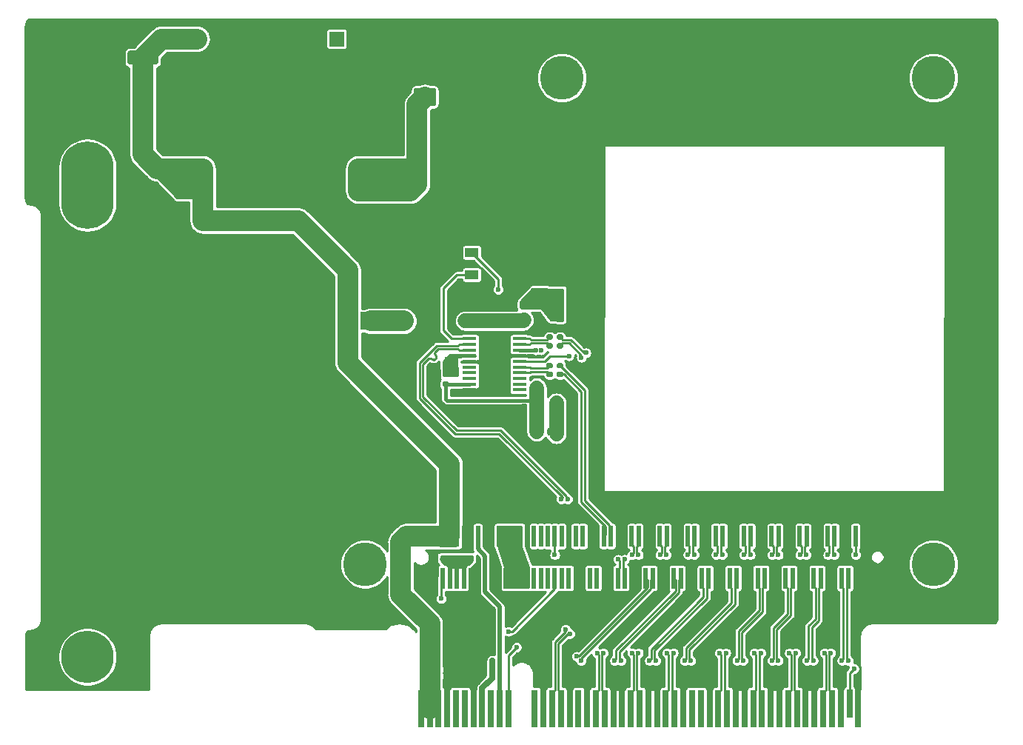
<source format=gtl>
%TF.GenerationSoftware,KiCad,Pcbnew,(5.1.9)-1*%
%TF.CreationDate,2021-05-23T17:46:56+08:00*%
%TF.ProjectId,V1,56312e6b-6963-4616-945f-706362585858,rev?*%
%TF.SameCoordinates,Original*%
%TF.FileFunction,Copper,L1,Top*%
%TF.FilePolarity,Positive*%
%FSLAX46Y46*%
G04 Gerber Fmt 4.6, Leading zero omitted, Abs format (unit mm)*
G04 Created by KiCad (PCBNEW (5.1.9)-1) date 2021-05-23 17:46:56*
%MOMM*%
%LPD*%
G01*
G04 APERTURE LIST*
%TA.AperFunction,SMDPad,CuDef*%
%ADD10R,1.570000X0.410000*%
%TD*%
%TA.AperFunction,SMDPad,CuDef*%
%ADD11R,1.500000X1.100000*%
%TD*%
%TA.AperFunction,ConnectorPad*%
%ADD12R,0.700000X4.300000*%
%TD*%
%TA.AperFunction,ConnectorPad*%
%ADD13R,0.700000X3.200000*%
%TD*%
%TA.AperFunction,ComponentPad*%
%ADD14O,6.000000X10.000000*%
%TD*%
%TA.AperFunction,ComponentPad*%
%ADD15C,6.000000*%
%TD*%
%TA.AperFunction,SMDPad,CuDef*%
%ADD16R,0.500000X2.400000*%
%TD*%
%TA.AperFunction,ComponentPad*%
%ADD17C,5.000000*%
%TD*%
%TA.AperFunction,ComponentPad*%
%ADD18R,1.700000X1.700000*%
%TD*%
%TA.AperFunction,ComponentPad*%
%ADD19O,1.700000X1.700000*%
%TD*%
%TA.AperFunction,SMDPad,CuDef*%
%ADD20R,2.400000X2.000000*%
%TD*%
%TA.AperFunction,ComponentPad*%
%ADD21C,1.700000*%
%TD*%
%TA.AperFunction,ConnectorPad*%
%ADD22O,4.240000X1.700000*%
%TD*%
%TA.AperFunction,ViaPad*%
%ADD23C,0.600000*%
%TD*%
%TA.AperFunction,ViaPad*%
%ADD24C,0.800000*%
%TD*%
%TA.AperFunction,Conductor*%
%ADD25C,2.400000*%
%TD*%
%TA.AperFunction,Conductor*%
%ADD26C,0.500000*%
%TD*%
%TA.AperFunction,Conductor*%
%ADD27C,0.700000*%
%TD*%
%TA.AperFunction,Conductor*%
%ADD28C,1.700000*%
%TD*%
%TA.AperFunction,Conductor*%
%ADD29C,0.250000*%
%TD*%
%TA.AperFunction,Conductor*%
%ADD30C,0.254000*%
%TD*%
%TA.AperFunction,Conductor*%
%ADD31C,0.381000*%
%TD*%
%TA.AperFunction,Conductor*%
%ADD32C,0.100000*%
%TD*%
G04 APERTURE END LIST*
D10*
X139180000Y-88275000D03*
X139180000Y-88925000D03*
X139180000Y-89575000D03*
X139180000Y-90225000D03*
X139180000Y-90875000D03*
X139180000Y-91525000D03*
X139180000Y-92175000D03*
X139180000Y-92825000D03*
X139180000Y-93475000D03*
X139180000Y-94125000D03*
X144920000Y-94125000D03*
X144920000Y-93475000D03*
X144920000Y-92825000D03*
X144920000Y-92175000D03*
X144920000Y-91525000D03*
X144920000Y-90875000D03*
X144920000Y-90225000D03*
X144920000Y-89575000D03*
X144920000Y-88925000D03*
X144920000Y-88275000D03*
D11*
X139450000Y-80970000D03*
X148350000Y-80970000D03*
X139450000Y-78430000D03*
X148350000Y-78430000D03*
%TA.AperFunction,SMDPad,CuDef*%
G36*
G01*
X148710000Y-92190000D02*
X148710000Y-92510000D01*
G75*
G02*
X148550000Y-92670000I-160000J0D01*
G01*
X148155000Y-92670000D01*
G75*
G02*
X147995000Y-92510000I0J160000D01*
G01*
X147995000Y-92190000D01*
G75*
G02*
X148155000Y-92030000I160000J0D01*
G01*
X148550000Y-92030000D01*
G75*
G02*
X148710000Y-92190000I0J-160000D01*
G01*
G37*
%TD.AperFunction*%
%TA.AperFunction,SMDPad,CuDef*%
G36*
G01*
X149905000Y-92190000D02*
X149905000Y-92510000D01*
G75*
G02*
X149745000Y-92670000I-160000J0D01*
G01*
X149350000Y-92670000D01*
G75*
G02*
X149190000Y-92510000I0J160000D01*
G01*
X149190000Y-92190000D01*
G75*
G02*
X149350000Y-92030000I160000J0D01*
G01*
X149745000Y-92030000D01*
G75*
G02*
X149905000Y-92190000I0J-160000D01*
G01*
G37*
%TD.AperFunction*%
%TA.AperFunction,SMDPad,CuDef*%
G36*
G01*
X148710000Y-91190000D02*
X148710000Y-91510000D01*
G75*
G02*
X148550000Y-91670000I-160000J0D01*
G01*
X148155000Y-91670000D01*
G75*
G02*
X147995000Y-91510000I0J160000D01*
G01*
X147995000Y-91190000D01*
G75*
G02*
X148155000Y-91030000I160000J0D01*
G01*
X148550000Y-91030000D01*
G75*
G02*
X148710000Y-91190000I0J-160000D01*
G01*
G37*
%TD.AperFunction*%
%TA.AperFunction,SMDPad,CuDef*%
G36*
G01*
X149905000Y-91190000D02*
X149905000Y-91510000D01*
G75*
G02*
X149745000Y-91670000I-160000J0D01*
G01*
X149350000Y-91670000D01*
G75*
G02*
X149190000Y-91510000I0J160000D01*
G01*
X149190000Y-91190000D01*
G75*
G02*
X149350000Y-91030000I160000J0D01*
G01*
X149745000Y-91030000D01*
G75*
G02*
X149905000Y-91190000I0J-160000D01*
G01*
G37*
%TD.AperFunction*%
%TA.AperFunction,SMDPad,CuDef*%
G36*
G01*
X148710000Y-88940000D02*
X148710000Y-89260000D01*
G75*
G02*
X148550000Y-89420000I-160000J0D01*
G01*
X148155000Y-89420000D01*
G75*
G02*
X147995000Y-89260000I0J160000D01*
G01*
X147995000Y-88940000D01*
G75*
G02*
X148155000Y-88780000I160000J0D01*
G01*
X148550000Y-88780000D01*
G75*
G02*
X148710000Y-88940000I0J-160000D01*
G01*
G37*
%TD.AperFunction*%
%TA.AperFunction,SMDPad,CuDef*%
G36*
G01*
X149905000Y-88940000D02*
X149905000Y-89260000D01*
G75*
G02*
X149745000Y-89420000I-160000J0D01*
G01*
X149350000Y-89420000D01*
G75*
G02*
X149190000Y-89260000I0J160000D01*
G01*
X149190000Y-88940000D01*
G75*
G02*
X149350000Y-88780000I160000J0D01*
G01*
X149745000Y-88780000D01*
G75*
G02*
X149905000Y-88940000I0J-160000D01*
G01*
G37*
%TD.AperFunction*%
%TA.AperFunction,SMDPad,CuDef*%
G36*
G01*
X148710000Y-87940000D02*
X148710000Y-88260000D01*
G75*
G02*
X148550000Y-88420000I-160000J0D01*
G01*
X148155000Y-88420000D01*
G75*
G02*
X147995000Y-88260000I0J160000D01*
G01*
X147995000Y-87940000D01*
G75*
G02*
X148155000Y-87780000I160000J0D01*
G01*
X148550000Y-87780000D01*
G75*
G02*
X148710000Y-87940000I0J-160000D01*
G01*
G37*
%TD.AperFunction*%
%TA.AperFunction,SMDPad,CuDef*%
G36*
G01*
X149905000Y-87940000D02*
X149905000Y-88260000D01*
G75*
G02*
X149745000Y-88420000I-160000J0D01*
G01*
X149350000Y-88420000D01*
G75*
G02*
X149190000Y-88260000I0J160000D01*
G01*
X149190000Y-87940000D01*
G75*
G02*
X149350000Y-87780000I160000J0D01*
G01*
X149745000Y-87780000D01*
G75*
G02*
X149905000Y-87940000I0J-160000D01*
G01*
G37*
%TD.AperFunction*%
%TA.AperFunction,SMDPad,CuDef*%
G36*
G01*
X148100000Y-99137500D02*
X148100000Y-98662500D01*
G75*
G02*
X148337500Y-98425000I237500J0D01*
G01*
X148912500Y-98425000D01*
G75*
G02*
X149150000Y-98662500I0J-237500D01*
G01*
X149150000Y-99137500D01*
G75*
G02*
X148912500Y-99375000I-237500J0D01*
G01*
X148337500Y-99375000D01*
G75*
G02*
X148100000Y-99137500I0J237500D01*
G01*
G37*
%TD.AperFunction*%
%TA.AperFunction,SMDPad,CuDef*%
G36*
G01*
X146350000Y-99137500D02*
X146350000Y-98662500D01*
G75*
G02*
X146587500Y-98425000I237500J0D01*
G01*
X147162500Y-98425000D01*
G75*
G02*
X147400000Y-98662500I0J-237500D01*
G01*
X147400000Y-99137500D01*
G75*
G02*
X147162500Y-99375000I-237500J0D01*
G01*
X146587500Y-99375000D01*
G75*
G02*
X146350000Y-99137500I0J237500D01*
G01*
G37*
%TD.AperFunction*%
%TA.AperFunction,SMDPad,CuDef*%
G36*
G01*
X145637500Y-84925000D02*
X145162500Y-84925000D01*
G75*
G02*
X144925000Y-84687500I0J237500D01*
G01*
X144925000Y-84112500D01*
G75*
G02*
X145162500Y-83875000I237500J0D01*
G01*
X145637500Y-83875000D01*
G75*
G02*
X145875000Y-84112500I0J-237500D01*
G01*
X145875000Y-84687500D01*
G75*
G02*
X145637500Y-84925000I-237500J0D01*
G01*
G37*
%TD.AperFunction*%
%TA.AperFunction,SMDPad,CuDef*%
G36*
G01*
X145637500Y-86675000D02*
X145162500Y-86675000D01*
G75*
G02*
X144925000Y-86437500I0J237500D01*
G01*
X144925000Y-85862500D01*
G75*
G02*
X145162500Y-85625000I237500J0D01*
G01*
X145637500Y-85625000D01*
G75*
G02*
X145875000Y-85862500I0J-237500D01*
G01*
X145875000Y-86437500D01*
G75*
G02*
X145637500Y-86675000I-237500J0D01*
G01*
G37*
%TD.AperFunction*%
D12*
X147650000Y-130550000D03*
X146650000Y-130550000D03*
X152650000Y-130550000D03*
X151650000Y-130550000D03*
X150650000Y-130550000D03*
X149650000Y-130550000D03*
X148650000Y-130550000D03*
X143650000Y-130550000D03*
X142650000Y-130550000D03*
X141650000Y-130550000D03*
X140650000Y-130550000D03*
X139650000Y-130550000D03*
X138650000Y-130550000D03*
X137650000Y-130550000D03*
X136650000Y-130550000D03*
X135650000Y-130550000D03*
X134650000Y-130550000D03*
X133650000Y-130550000D03*
X153650000Y-130550000D03*
X154650000Y-130550000D03*
X155650000Y-130550000D03*
X156650000Y-130550000D03*
X157650000Y-130550000D03*
X158650000Y-130550000D03*
X159650000Y-130550000D03*
X160650000Y-130550000D03*
X161650000Y-130550000D03*
X162650000Y-130550000D03*
X163650000Y-130550000D03*
X164650000Y-130550000D03*
X165650000Y-130550000D03*
X166650000Y-130550000D03*
X167650000Y-130550000D03*
X168650000Y-130550000D03*
X169650000Y-130550000D03*
X170650000Y-130550000D03*
X171650000Y-130550000D03*
X172650000Y-130550000D03*
X173650000Y-130550000D03*
X174650000Y-130550000D03*
X175650000Y-130550000D03*
X176650000Y-130550000D03*
X177650000Y-130550000D03*
X178650000Y-130550000D03*
X179650000Y-130550000D03*
X180650000Y-130550000D03*
X181650000Y-130550000D03*
D13*
X182650000Y-130000000D03*
D12*
X183650000Y-130550000D03*
%TA.AperFunction,SMDPad,CuDef*%
G36*
G01*
X145625000Y-97137500D02*
X145625000Y-97612500D01*
G75*
G02*
X145387500Y-97850000I-237500J0D01*
G01*
X144787500Y-97850000D01*
G75*
G02*
X144550000Y-97612500I0J237500D01*
G01*
X144550000Y-97137500D01*
G75*
G02*
X144787500Y-96900000I237500J0D01*
G01*
X145387500Y-96900000D01*
G75*
G02*
X145625000Y-97137500I0J-237500D01*
G01*
G37*
%TD.AperFunction*%
%TA.AperFunction,SMDPad,CuDef*%
G36*
G01*
X147350000Y-97137500D02*
X147350000Y-97612500D01*
G75*
G02*
X147112500Y-97850000I-237500J0D01*
G01*
X146512500Y-97850000D01*
G75*
G02*
X146275000Y-97612500I0J237500D01*
G01*
X146275000Y-97137500D01*
G75*
G02*
X146512500Y-96900000I237500J0D01*
G01*
X147112500Y-96900000D01*
G75*
G02*
X147350000Y-97137500I0J-237500D01*
G01*
G37*
%TD.AperFunction*%
%TA.AperFunction,SMDPad,CuDef*%
G36*
G01*
X135700000Y-93320000D02*
X135700000Y-93630000D01*
G75*
G02*
X135545000Y-93785000I-155000J0D01*
G01*
X135120000Y-93785000D01*
G75*
G02*
X134965000Y-93630000I0J155000D01*
G01*
X134965000Y-93320000D01*
G75*
G02*
X135120000Y-93165000I155000J0D01*
G01*
X135545000Y-93165000D01*
G75*
G02*
X135700000Y-93320000I0J-155000D01*
G01*
G37*
%TD.AperFunction*%
%TA.AperFunction,SMDPad,CuDef*%
G36*
G01*
X136835000Y-93320000D02*
X136835000Y-93630000D01*
G75*
G02*
X136680000Y-93785000I-155000J0D01*
G01*
X136255000Y-93785000D01*
G75*
G02*
X136100000Y-93630000I0J155000D01*
G01*
X136100000Y-93320000D01*
G75*
G02*
X136255000Y-93165000I155000J0D01*
G01*
X136680000Y-93165000D01*
G75*
G02*
X136835000Y-93320000I0J-155000D01*
G01*
G37*
%TD.AperFunction*%
%TA.AperFunction,SMDPad,CuDef*%
G36*
G01*
X145800000Y-95870000D02*
X145800000Y-96180000D01*
G75*
G02*
X145645000Y-96335000I-155000J0D01*
G01*
X145220000Y-96335000D01*
G75*
G02*
X145065000Y-96180000I0J155000D01*
G01*
X145065000Y-95870000D01*
G75*
G02*
X145220000Y-95715000I155000J0D01*
G01*
X145645000Y-95715000D01*
G75*
G02*
X145800000Y-95870000I0J-155000D01*
G01*
G37*
%TD.AperFunction*%
%TA.AperFunction,SMDPad,CuDef*%
G36*
G01*
X146935000Y-95870000D02*
X146935000Y-96180000D01*
G75*
G02*
X146780000Y-96335000I-155000J0D01*
G01*
X146355000Y-96335000D01*
G75*
G02*
X146200000Y-96180000I0J155000D01*
G01*
X146200000Y-95870000D01*
G75*
G02*
X146355000Y-95715000I155000J0D01*
G01*
X146780000Y-95715000D01*
G75*
G02*
X146935000Y-95870000I0J-155000D01*
G01*
G37*
%TD.AperFunction*%
%TA.AperFunction,SMDPad,CuDef*%
G36*
G01*
X144112500Y-84925000D02*
X143637500Y-84925000D01*
G75*
G02*
X143400000Y-84687500I0J237500D01*
G01*
X143400000Y-84087500D01*
G75*
G02*
X143637500Y-83850000I237500J0D01*
G01*
X144112500Y-83850000D01*
G75*
G02*
X144350000Y-84087500I0J-237500D01*
G01*
X144350000Y-84687500D01*
G75*
G02*
X144112500Y-84925000I-237500J0D01*
G01*
G37*
%TD.AperFunction*%
%TA.AperFunction,SMDPad,CuDef*%
G36*
G01*
X144112500Y-86650000D02*
X143637500Y-86650000D01*
G75*
G02*
X143400000Y-86412500I0J237500D01*
G01*
X143400000Y-85812500D01*
G75*
G02*
X143637500Y-85575000I237500J0D01*
G01*
X144112500Y-85575000D01*
G75*
G02*
X144350000Y-85812500I0J-237500D01*
G01*
X144350000Y-86412500D01*
G75*
G02*
X144112500Y-86650000I-237500J0D01*
G01*
G37*
%TD.AperFunction*%
%TA.AperFunction,SMDPad,CuDef*%
G36*
G01*
X141530000Y-85175000D02*
X141220000Y-85175000D01*
G75*
G02*
X141065000Y-85020000I0J155000D01*
G01*
X141065000Y-84595000D01*
G75*
G02*
X141220000Y-84440000I155000J0D01*
G01*
X141530000Y-84440000D01*
G75*
G02*
X141685000Y-84595000I0J-155000D01*
G01*
X141685000Y-85020000D01*
G75*
G02*
X141530000Y-85175000I-155000J0D01*
G01*
G37*
%TD.AperFunction*%
%TA.AperFunction,SMDPad,CuDef*%
G36*
G01*
X141530000Y-86310000D02*
X141220000Y-86310000D01*
G75*
G02*
X141065000Y-86155000I0J155000D01*
G01*
X141065000Y-85730000D01*
G75*
G02*
X141220000Y-85575000I155000J0D01*
G01*
X141530000Y-85575000D01*
G75*
G02*
X141685000Y-85730000I0J-155000D01*
G01*
X141685000Y-86155000D01*
G75*
G02*
X141530000Y-86310000I-155000J0D01*
G01*
G37*
%TD.AperFunction*%
%TA.AperFunction,SMDPad,CuDef*%
G36*
G01*
X142580000Y-85175000D02*
X142270000Y-85175000D01*
G75*
G02*
X142115000Y-85020000I0J155000D01*
G01*
X142115000Y-84595000D01*
G75*
G02*
X142270000Y-84440000I155000J0D01*
G01*
X142580000Y-84440000D01*
G75*
G02*
X142735000Y-84595000I0J-155000D01*
G01*
X142735000Y-85020000D01*
G75*
G02*
X142580000Y-85175000I-155000J0D01*
G01*
G37*
%TD.AperFunction*%
%TA.AperFunction,SMDPad,CuDef*%
G36*
G01*
X142580000Y-86310000D02*
X142270000Y-86310000D01*
G75*
G02*
X142115000Y-86155000I0J155000D01*
G01*
X142115000Y-85730000D01*
G75*
G02*
X142270000Y-85575000I155000J0D01*
G01*
X142580000Y-85575000D01*
G75*
G02*
X142735000Y-85730000I0J-155000D01*
G01*
X142735000Y-86155000D01*
G75*
G02*
X142580000Y-86310000I-155000J0D01*
G01*
G37*
%TD.AperFunction*%
D14*
X95500000Y-70739000D03*
D15*
X95500000Y-124650001D03*
D16*
X183350000Y-110850000D03*
X182550000Y-110850000D03*
X181750000Y-110850000D03*
X180950000Y-110850000D03*
X180150000Y-110850000D03*
X179350000Y-110850000D03*
X178550000Y-110850000D03*
X177750000Y-110850000D03*
X176950000Y-110850000D03*
X176150000Y-110850000D03*
X175350000Y-110850000D03*
X174550000Y-110850000D03*
X173750000Y-110850000D03*
X172950000Y-110850000D03*
X172150000Y-110850000D03*
X171350000Y-110850000D03*
X170550000Y-110850000D03*
X169750000Y-110850000D03*
X168950000Y-110850000D03*
X168150000Y-110850000D03*
X167350000Y-110850000D03*
X166550000Y-110850000D03*
X165750000Y-110850000D03*
X164950000Y-110850000D03*
X164150000Y-110850000D03*
X163350000Y-110850000D03*
X162550000Y-110850000D03*
X161750000Y-110850000D03*
X160950000Y-110850000D03*
X160150000Y-110850000D03*
X159350000Y-110850000D03*
X158550000Y-110850000D03*
X157750000Y-110850000D03*
X156950000Y-110850000D03*
X156150000Y-110850000D03*
X155350000Y-110850000D03*
X154550000Y-110850000D03*
X153750000Y-110850000D03*
X152950000Y-110850000D03*
X152150000Y-110850000D03*
X151350000Y-110850000D03*
X150550000Y-110850000D03*
X149750000Y-110850000D03*
X148950000Y-110850000D03*
X148150000Y-110850000D03*
X147350000Y-110850000D03*
X146550000Y-110850000D03*
X145750000Y-110850000D03*
X144950000Y-110850000D03*
X144150000Y-110850000D03*
X143350000Y-110850000D03*
X142550000Y-110850000D03*
X141750000Y-110850000D03*
X140950000Y-110850000D03*
X140150000Y-110850000D03*
X139350000Y-110850000D03*
X138550000Y-110850000D03*
X137750000Y-110850000D03*
X136950000Y-110850000D03*
X136150000Y-110850000D03*
X183350000Y-115650000D03*
X182550000Y-115650000D03*
X181750000Y-115650000D03*
X180950000Y-115650000D03*
X180150000Y-115650000D03*
X179350000Y-115650000D03*
X178550000Y-115650000D03*
X177750000Y-115650000D03*
X176950000Y-115650000D03*
X176150000Y-115650000D03*
X175350000Y-115650000D03*
X174550000Y-115650000D03*
X173750000Y-115650000D03*
X172950000Y-115650000D03*
X172150000Y-115650000D03*
X171350000Y-115650000D03*
X170550000Y-115650000D03*
X169750000Y-115650000D03*
X168950000Y-115650000D03*
X168150000Y-115650000D03*
X167350000Y-115650000D03*
X166550000Y-115650000D03*
X165750000Y-115650000D03*
X164950000Y-115650000D03*
X164150000Y-115650000D03*
X163350000Y-115650000D03*
X162550000Y-115650000D03*
X161750000Y-115650000D03*
X160950000Y-115650000D03*
X160150000Y-115650000D03*
X159350000Y-115650000D03*
X158550000Y-115650000D03*
X157750000Y-115650000D03*
X156950000Y-115650000D03*
X156150000Y-115650000D03*
X155350000Y-115650000D03*
X154550000Y-115650000D03*
X153750000Y-115650000D03*
X152950000Y-115650000D03*
X152150000Y-115650000D03*
X151350000Y-115650000D03*
X150550000Y-115650000D03*
X149750000Y-115650000D03*
X148950000Y-115650000D03*
X148150000Y-115650000D03*
X147350000Y-115650000D03*
X146550000Y-115650000D03*
X145750000Y-115650000D03*
X144950000Y-115650000D03*
X144150000Y-115650000D03*
X143350000Y-115650000D03*
X142550000Y-115650000D03*
X141750000Y-115650000D03*
X140950000Y-115650000D03*
X140150000Y-115650000D03*
X139350000Y-115650000D03*
X138550000Y-115650000D03*
X137750000Y-115650000D03*
X136950000Y-115650000D03*
D17*
X192250000Y-114050000D03*
X192250000Y-58450000D03*
X149750000Y-58450000D03*
D16*
X136150000Y-115650000D03*
D17*
X127250000Y-114050000D03*
D18*
X124000000Y-54000000D03*
D19*
X126540000Y-54000000D03*
D18*
X108000000Y-54000000D03*
D19*
X110540000Y-54000000D03*
D20*
X127925000Y-86250000D03*
X125275000Y-86250000D03*
D21*
X126468000Y-71374000D03*
D22*
X127738000Y-71374000D03*
X127738000Y-68834000D03*
D21*
X126468000Y-68834000D03*
D22*
X127738000Y-61214000D03*
D21*
X126468000Y-58674000D03*
X126468000Y-61214000D03*
D22*
X127738000Y-58674000D03*
X107418000Y-61214000D03*
D21*
X108688000Y-61214000D03*
D22*
X107418000Y-58674000D03*
D21*
X108688000Y-58674000D03*
D22*
X107418000Y-71374000D03*
D21*
X108688000Y-71374000D03*
D22*
X107418000Y-68834000D03*
D21*
X108688000Y-68834000D03*
%TA.AperFunction,SMDPad,CuDef*%
G36*
G01*
X132574000Y-67046000D02*
X132574000Y-65796000D01*
G75*
G02*
X132824000Y-65546000I250000J0D01*
G01*
X133574000Y-65546000D01*
G75*
G02*
X133824000Y-65796000I0J-250000D01*
G01*
X133824000Y-67046000D01*
G75*
G02*
X133574000Y-67296000I-250000J0D01*
G01*
X132824000Y-67296000D01*
G75*
G02*
X132574000Y-67046000I0J250000D01*
G01*
G37*
%TD.AperFunction*%
%TA.AperFunction,SMDPad,CuDef*%
G36*
G01*
X135374000Y-67046000D02*
X135374000Y-65796000D01*
G75*
G02*
X135624000Y-65546000I250000J0D01*
G01*
X136374000Y-65546000D01*
G75*
G02*
X136624000Y-65796000I0J-250000D01*
G01*
X136624000Y-67046000D01*
G75*
G02*
X136374000Y-67296000I-250000J0D01*
G01*
X135624000Y-67296000D01*
G75*
G02*
X135374000Y-67046000I0J250000D01*
G01*
G37*
%TD.AperFunction*%
%TA.AperFunction,SMDPad,CuDef*%
G36*
G01*
X132574000Y-71237000D02*
X132574000Y-69987000D01*
G75*
G02*
X132824000Y-69737000I250000J0D01*
G01*
X133574000Y-69737000D01*
G75*
G02*
X133824000Y-69987000I0J-250000D01*
G01*
X133824000Y-71237000D01*
G75*
G02*
X133574000Y-71487000I-250000J0D01*
G01*
X132824000Y-71487000D01*
G75*
G02*
X132574000Y-71237000I0J250000D01*
G01*
G37*
%TD.AperFunction*%
%TA.AperFunction,SMDPad,CuDef*%
G36*
G01*
X135374000Y-71237000D02*
X135374000Y-69987000D01*
G75*
G02*
X135624000Y-69737000I250000J0D01*
G01*
X136374000Y-69737000D01*
G75*
G02*
X136624000Y-69987000I0J-250000D01*
G01*
X136624000Y-71237000D01*
G75*
G02*
X136374000Y-71487000I-250000J0D01*
G01*
X135624000Y-71487000D01*
G75*
G02*
X135374000Y-71237000I0J250000D01*
G01*
G37*
%TD.AperFunction*%
%TA.AperFunction,SMDPad,CuDef*%
G36*
G01*
X135113000Y-61681000D02*
X133063000Y-61681000D01*
G75*
G02*
X132813000Y-61431000I0J250000D01*
G01*
X132813000Y-59856000D01*
G75*
G02*
X133063000Y-59606000I250000J0D01*
G01*
X135113000Y-59606000D01*
G75*
G02*
X135363000Y-59856000I0J-250000D01*
G01*
X135363000Y-61431000D01*
G75*
G02*
X135113000Y-61681000I-250000J0D01*
G01*
G37*
%TD.AperFunction*%
%TA.AperFunction,SMDPad,CuDef*%
G36*
G01*
X135113000Y-55456000D02*
X133063000Y-55456000D01*
G75*
G02*
X132813000Y-55206000I0J250000D01*
G01*
X132813000Y-53631000D01*
G75*
G02*
X133063000Y-53381000I250000J0D01*
G01*
X135113000Y-53381000D01*
G75*
G02*
X135363000Y-53631000I0J-250000D01*
G01*
X135363000Y-55206000D01*
G75*
G02*
X135113000Y-55456000I-250000J0D01*
G01*
G37*
%TD.AperFunction*%
%TA.AperFunction,SMDPad,CuDef*%
G36*
G01*
X97986000Y-55584000D02*
X97986000Y-56684000D01*
G75*
G02*
X97736000Y-56934000I-250000J0D01*
G01*
X94736000Y-56934000D01*
G75*
G02*
X94486000Y-56684000I0J250000D01*
G01*
X94486000Y-55584000D01*
G75*
G02*
X94736000Y-55334000I250000J0D01*
G01*
X97736000Y-55334000D01*
G75*
G02*
X97986000Y-55584000I0J-250000D01*
G01*
G37*
%TD.AperFunction*%
%TA.AperFunction,SMDPad,CuDef*%
G36*
G01*
X103586000Y-55584000D02*
X103586000Y-56684000D01*
G75*
G02*
X103336000Y-56934000I-250000J0D01*
G01*
X100336000Y-56934000D01*
G75*
G02*
X100086000Y-56684000I0J250000D01*
G01*
X100086000Y-55584000D01*
G75*
G02*
X100336000Y-55334000I250000J0D01*
G01*
X103336000Y-55334000D01*
G75*
G02*
X103586000Y-55584000I0J-250000D01*
G01*
G37*
%TD.AperFunction*%
D23*
X134650000Y-126081000D03*
X134650000Y-126843000D03*
X135650000Y-126859000D03*
X135650000Y-126097000D03*
X156704000Y-107544000D03*
X172550000Y-113000000D03*
X175750000Y-113025000D03*
X178950000Y-113000000D03*
X182150000Y-113025000D03*
X145022000Y-76429000D03*
X142450000Y-76450000D03*
X181150000Y-126600000D03*
X177150000Y-126600000D03*
X179150000Y-126600000D03*
X173150000Y-126600000D03*
X175150000Y-126600000D03*
X171150000Y-126600000D03*
X169150000Y-126600000D03*
X157150000Y-126600000D03*
X155150000Y-126600000D03*
X152650000Y-126600000D03*
X150150000Y-126600000D03*
X159150000Y-126600000D03*
X147150000Y-126600000D03*
X147150000Y-121500000D03*
X161150000Y-126600000D03*
X163150000Y-126600000D03*
X169350000Y-112950000D03*
X166497000Y-126619000D03*
X137795000Y-126111000D03*
X138938000Y-126111000D03*
X165100000Y-126619000D03*
X166150000Y-112975000D03*
X162950000Y-113000000D03*
X159750000Y-113000000D03*
X152273000Y-113030000D03*
X156464000Y-117983000D03*
X152019000Y-117856000D03*
X151130000Y-123190000D03*
X112498000Y-60960000D03*
X142367000Y-66294000D03*
X144907000Y-66294000D03*
X147447000Y-66294000D03*
X149987000Y-66294000D03*
X142367000Y-68834000D03*
X144907000Y-68834000D03*
X147447000Y-68834000D03*
X149987000Y-68834000D03*
X115038000Y-60960000D03*
X117578000Y-60960000D03*
X112498000Y-63500000D03*
X115038000Y-63500000D03*
X117578000Y-63500000D03*
X112498000Y-66040000D03*
X115038000Y-66040000D03*
X117578000Y-66040000D03*
X112498000Y-68580000D03*
X115038000Y-68580000D03*
X117578000Y-68580000D03*
X112498000Y-71120000D03*
X115038000Y-71120000D03*
X117578000Y-71120000D03*
X143764000Y-107569000D03*
X146304000Y-107569000D03*
X148844000Y-107569000D03*
X151384000Y-107569000D03*
X159004000Y-107569000D03*
X161544000Y-107569000D03*
X164084000Y-107569000D03*
X166624000Y-107569000D03*
X169164000Y-107569000D03*
X171704000Y-107569000D03*
X174244000Y-107569000D03*
X176784000Y-107569000D03*
X179324000Y-107569000D03*
X181864000Y-107569000D03*
X184404000Y-107569000D03*
X186944000Y-107569000D03*
X189484000Y-107569000D03*
X192024000Y-107569000D03*
X96901000Y-109855000D03*
X99441000Y-109855000D03*
X101981000Y-109855000D03*
X104521000Y-109855000D03*
X107061000Y-109855000D03*
X109601000Y-109855000D03*
X112141000Y-109855000D03*
X114681000Y-109855000D03*
X117221000Y-109855000D03*
X119761000Y-109855000D03*
X96901000Y-112395000D03*
X99441000Y-112395000D03*
X101981000Y-112395000D03*
X104521000Y-112395000D03*
X107061000Y-112395000D03*
X109601000Y-112395000D03*
X112141000Y-112395000D03*
X114681000Y-112395000D03*
X117221000Y-112395000D03*
X119761000Y-112395000D03*
X96901000Y-114935000D03*
X99441000Y-114935000D03*
X101981000Y-114935000D03*
X104521000Y-114935000D03*
X107061000Y-114935000D03*
X109601000Y-114935000D03*
X112141000Y-114935000D03*
X114681000Y-114935000D03*
X117221000Y-114935000D03*
X119761000Y-114935000D03*
X94718000Y-61722000D03*
X97258000Y-61722000D03*
X99798000Y-61722000D03*
X94718000Y-64262000D03*
X97258000Y-64262000D03*
X99798000Y-64262000D03*
X144907000Y-73914000D03*
X147447000Y-71374000D03*
X149987000Y-73914000D03*
X147447000Y-73914000D03*
X142367000Y-73914000D03*
X142367000Y-71374000D03*
X144907000Y-71374000D03*
X149987000Y-71374000D03*
X149987000Y-76454000D03*
X147447000Y-76454000D03*
X183650000Y-126975000D03*
X149492000Y-96979000D03*
X149475000Y-95475000D03*
X148792000Y-96954000D03*
X149475000Y-96200000D03*
X148775000Y-95475000D03*
X148775000Y-96204000D03*
X149517000Y-85779000D03*
X148817000Y-85754000D03*
X149500000Y-85000000D03*
X148800000Y-85004000D03*
X149500000Y-84275000D03*
X148800000Y-84275000D03*
X142975000Y-112700000D03*
X143775000Y-112700000D03*
X144575000Y-112700000D03*
X143775000Y-113800000D03*
X144575000Y-113800000D03*
X145375000Y-113800000D03*
X141800000Y-127100000D03*
X141800000Y-126100000D03*
X141800000Y-125100000D03*
X144570152Y-123570152D03*
X148950000Y-113000000D03*
X143650000Y-121750000D03*
X150413500Y-106625000D03*
X149686500Y-106625000D03*
X162513500Y-124200000D03*
X168113500Y-112950000D03*
X161786500Y-124200000D03*
X167386500Y-112950000D03*
X164913500Y-112950000D03*
X158513500Y-124200000D03*
X164186500Y-112950000D03*
X157786500Y-124200000D03*
X154513500Y-124200000D03*
X161713500Y-112997901D03*
X153786500Y-124200000D03*
X160986500Y-112997901D03*
X157786500Y-112998622D03*
X150192966Y-121492966D03*
X158513500Y-112998622D03*
X150707034Y-122007034D03*
X164513500Y-125100000D03*
X163786500Y-125100000D03*
X160513500Y-125100000D03*
X159786500Y-125100000D03*
X156513500Y-125100000D03*
X155786500Y-125100000D03*
X151442966Y-124592966D03*
X151957034Y-125107034D03*
X183350000Y-113000000D03*
X183175000Y-126000000D03*
X135950000Y-118000000D03*
X130884000Y-86899000D03*
X130884000Y-85629000D03*
X132154000Y-85629000D03*
X132154000Y-86899000D03*
D24*
X136225000Y-113500000D03*
X137225000Y-113500000D03*
X139225000Y-113500000D03*
D23*
X130659000Y-68834000D03*
X131929000Y-68834000D03*
X130659000Y-70104000D03*
X131929000Y-70104000D03*
X130659000Y-71374000D03*
X131929000Y-71374000D03*
D24*
X138225000Y-113500000D03*
D23*
X136667000Y-91379000D03*
X136667000Y-92179000D03*
X136667000Y-90629000D03*
X137417000Y-90629000D03*
X137417000Y-92179000D03*
X137417000Y-91379000D03*
X138750000Y-86550000D03*
X139479000Y-86550000D03*
X139475000Y-85850000D03*
X140229000Y-86533000D03*
X140254000Y-85833000D03*
X138750000Y-85850000D03*
X146525000Y-93750000D03*
X146525000Y-94479000D03*
X147225000Y-94475000D03*
X146542000Y-95229000D03*
X147242000Y-95254000D03*
X147225000Y-93750000D03*
X147375000Y-89575000D03*
X146750000Y-89575000D03*
X182513500Y-125095000D03*
X181786500Y-125095000D03*
X178513500Y-125095000D03*
X177786500Y-125095000D03*
X167786500Y-124200000D03*
X170586500Y-113000000D03*
X168513500Y-124200000D03*
X171313500Y-113000000D03*
X171786500Y-124206000D03*
X173786500Y-113000000D03*
X172513500Y-124206000D03*
X174513500Y-113000000D03*
X175786500Y-124206000D03*
X176986500Y-113000000D03*
X176513500Y-124206000D03*
X177713500Y-113000000D03*
X179786500Y-124200000D03*
X180186500Y-113000000D03*
X180513500Y-124200000D03*
X180913500Y-113000000D03*
X169786500Y-125095000D03*
X170513500Y-125095000D03*
X173786500Y-125095000D03*
X174513500Y-125095000D03*
X156913500Y-113505272D03*
X152507034Y-89892966D03*
X156186500Y-113505272D03*
X151992966Y-90407034D03*
X150575000Y-90250000D03*
X142475000Y-82675000D03*
D25*
X108688000Y-68834000D02*
X108688000Y-71374000D01*
X108688000Y-68834000D02*
X106142000Y-68834000D01*
X101836000Y-67189000D02*
X101836000Y-56134000D01*
X108688000Y-68834000D02*
X103481000Y-68834000D01*
X103481000Y-68834000D02*
X101836000Y-67189000D01*
X103970000Y-54000000D02*
X108000000Y-54000000D01*
X101836000Y-56134000D02*
X103970000Y-54000000D01*
X108688000Y-74779000D02*
X108688000Y-71374000D01*
X131974000Y-110850000D02*
X135950000Y-110850000D01*
X131318000Y-111506000D02*
X131974000Y-110850000D01*
X131318000Y-117518000D02*
X131318000Y-111506000D01*
X134650000Y-120850000D02*
X131318000Y-117518000D01*
X134650000Y-130550000D02*
X134650000Y-120850000D01*
X125275000Y-86250000D02*
X125275000Y-80450000D01*
X119604000Y-74779000D02*
X108688000Y-74779000D01*
X125275000Y-80450000D02*
X119604000Y-74779000D01*
X136899999Y-102624999D02*
X136899999Y-110850000D01*
X125275000Y-91000000D02*
X136899999Y-102624999D01*
X125275000Y-86250000D02*
X125275000Y-91000000D01*
D26*
X181650000Y-127100000D02*
X181150000Y-126600000D01*
X181650000Y-130550000D02*
X181650000Y-127100000D01*
X178650000Y-127100000D02*
X179150000Y-126600000D01*
X178650000Y-130550000D02*
X178650000Y-127100000D01*
X177650000Y-127100000D02*
X177150000Y-126600000D01*
X177650000Y-130550000D02*
X177650000Y-127100000D01*
X174650000Y-127100000D02*
X175150000Y-126600000D01*
X174650000Y-130550000D02*
X174650000Y-127100000D01*
X173650000Y-127100000D02*
X173150000Y-126600000D01*
X173650000Y-130550000D02*
X173650000Y-127100000D01*
X170650000Y-130550000D02*
X170650000Y-127100000D01*
X170650000Y-127100000D02*
X171150000Y-126600000D01*
X169650000Y-130550000D02*
X169650000Y-127100000D01*
X169650000Y-127100000D02*
X169150000Y-126600000D01*
X160650000Y-130550000D02*
X160650000Y-127100000D01*
X160650000Y-127100000D02*
X161150000Y-126600000D01*
X163650000Y-130550000D02*
X163650000Y-127100000D01*
X163650000Y-127100000D02*
X163150000Y-126600000D01*
X147650000Y-127100000D02*
X147150000Y-126600000D01*
X147650000Y-130550000D02*
X147650000Y-127100000D01*
X150650000Y-127100000D02*
X150150000Y-126600000D01*
X150650000Y-130550000D02*
X150650000Y-127100000D01*
X155650000Y-127100000D02*
X155150000Y-126600000D01*
X155650000Y-130550000D02*
X155650000Y-127100000D01*
X156650000Y-127100000D02*
X157150000Y-126600000D01*
X156650000Y-130550000D02*
X156650000Y-127100000D01*
X159650000Y-127100000D02*
X159150000Y-126600000D01*
X159650000Y-130550000D02*
X159650000Y-127100000D01*
X139650000Y-126823000D02*
X138938000Y-126111000D01*
X139650000Y-130550000D02*
X139650000Y-126823000D01*
X136650000Y-127256000D02*
X137795000Y-126111000D01*
X136650000Y-130550000D02*
X136650000Y-127256000D01*
X152650000Y-130550000D02*
X152650000Y-126600000D01*
X166650000Y-126772000D02*
X166497000Y-126619000D01*
X166650000Y-130550000D02*
X166650000Y-126772000D01*
X183650000Y-130550000D02*
X183650000Y-126975000D01*
D27*
X140650000Y-130550000D02*
X140650000Y-128250000D01*
X140650000Y-128250000D02*
X141800000Y-127100000D01*
X141800000Y-127100000D02*
X141800000Y-126100000D01*
X141800000Y-126100000D02*
X141800000Y-125100000D01*
D28*
X149125000Y-95600000D02*
X149125000Y-99175000D01*
D26*
X140950000Y-117225000D02*
X140950000Y-115650000D01*
X142630308Y-118905308D02*
X140950000Y-117225000D01*
X142650000Y-118905308D02*
X142630308Y-118905308D01*
X142650000Y-130550000D02*
X142650000Y-118905308D01*
X140150000Y-112310002D02*
X140150000Y-110850000D01*
X140950000Y-113110002D02*
X140150000Y-112310002D01*
X140950000Y-115650000D02*
X140950000Y-113110002D01*
D29*
X143650000Y-130550000D02*
X143650000Y-124490304D01*
X143650000Y-124490304D02*
X144570152Y-123570152D01*
D30*
X148950000Y-110850000D02*
X148950000Y-113000000D01*
X144088602Y-121750000D02*
X148950000Y-116888602D01*
X148950000Y-116888602D02*
X148950000Y-115650000D01*
X143650000Y-121750000D02*
X144088602Y-121750000D01*
X135297204Y-89747204D02*
X135603908Y-89440500D01*
X135257098Y-89797497D02*
X135297204Y-89747204D01*
X135229187Y-89855454D02*
X135257098Y-89797497D01*
X138002499Y-89575000D02*
X139180000Y-89575000D01*
X135214873Y-89918168D02*
X135229187Y-89855454D01*
X135214873Y-89982496D02*
X135214873Y-89918168D01*
X135229187Y-90045210D02*
X135214873Y-89982496D01*
X135257098Y-90103167D02*
X135229187Y-90045210D01*
X134764690Y-90509708D02*
X134822647Y-90537619D01*
X135603908Y-89440500D02*
X137867999Y-89440500D01*
X134872940Y-90577726D02*
X134923235Y-90617832D01*
X134516977Y-90537619D02*
X134574934Y-90509708D01*
X134466684Y-90577726D02*
X134516977Y-90537619D01*
X133865500Y-94921092D02*
X133865500Y-91178908D01*
X133865500Y-91178908D02*
X134466684Y-90577726D01*
X137703908Y-98759500D02*
X133865500Y-94921092D01*
X134822647Y-90537619D02*
X134872940Y-90577726D01*
X150413500Y-106625000D02*
X150240500Y-106452000D01*
X142753908Y-98759500D02*
X137703908Y-98759500D01*
X135337313Y-90203754D02*
X135257098Y-90103167D01*
X134701976Y-90495394D02*
X134764690Y-90509708D01*
X150240500Y-106246092D02*
X142753908Y-98759500D01*
X135297204Y-90559718D02*
X135337313Y-90509424D01*
X150240500Y-106452000D02*
X150240500Y-106246092D01*
X134637648Y-90495394D02*
X134701976Y-90495394D01*
X135379538Y-90388753D02*
X135379538Y-90324425D01*
X134574934Y-90509708D02*
X134637648Y-90495394D01*
X134923235Y-90617832D02*
X134981192Y-90645743D01*
X134981192Y-90645743D02*
X135043906Y-90660057D01*
X135043906Y-90660057D02*
X135108234Y-90660057D01*
X135108234Y-90660057D02*
X135170948Y-90645743D01*
X135170948Y-90645743D02*
X135228905Y-90617832D01*
X135228905Y-90617832D02*
X135279198Y-90577725D01*
X135279198Y-90577725D02*
X135297204Y-90559718D01*
X135337313Y-90509424D02*
X135365224Y-90451467D01*
X135365224Y-90451467D02*
X135379538Y-90388753D01*
X135379538Y-90324425D02*
X135365224Y-90261711D01*
X137867999Y-89440500D02*
X138002499Y-89575000D01*
X135365224Y-90261711D02*
X135337313Y-90203754D01*
X149859500Y-106452000D02*
X149859500Y-106403908D01*
X149686500Y-106625000D02*
X149859500Y-106452000D01*
X149859500Y-106403908D02*
X142596092Y-99140500D01*
X142596092Y-99140500D02*
X137546092Y-99140500D01*
X137546092Y-99140500D02*
X133484500Y-95078908D01*
X133484500Y-95078908D02*
X133484500Y-91021092D01*
X138002499Y-88925000D02*
X139180000Y-88925000D01*
X137867999Y-89059500D02*
X138002499Y-88925000D01*
X135446092Y-89059500D02*
X137867999Y-89059500D01*
X133484500Y-91021092D02*
X135446092Y-89059500D01*
X162650000Y-128750000D02*
X162340500Y-128440500D01*
X162650000Y-130550000D02*
X162650000Y-128750000D01*
X162340500Y-124373000D02*
X162513500Y-124200000D01*
X162340500Y-128440500D02*
X162340500Y-124373000D01*
X167940500Y-112009500D02*
X167940500Y-112777000D01*
X168150000Y-111800000D02*
X167940500Y-112009500D01*
X168150000Y-110850000D02*
X168150000Y-111800000D01*
X167940500Y-112777000D02*
X168113500Y-112950000D01*
X161650000Y-128750000D02*
X161959500Y-128440500D01*
X161650000Y-130550000D02*
X161650000Y-128750000D01*
X161959500Y-124373000D02*
X161786500Y-124200000D01*
X161959500Y-128440500D02*
X161959500Y-124373000D01*
X167559500Y-112777000D02*
X167386500Y-112950000D01*
X167350000Y-111800000D02*
X167559500Y-112009500D01*
X167559500Y-112009500D02*
X167559500Y-112777000D01*
X167350000Y-110850000D02*
X167350000Y-111800000D01*
X164740500Y-112009500D02*
X164740500Y-112777000D01*
X164740500Y-112777000D02*
X164913500Y-112950000D01*
X164950000Y-111800000D02*
X164740500Y-112009500D01*
X164950000Y-110850000D02*
X164950000Y-111800000D01*
X158650000Y-128750000D02*
X158340500Y-128440500D01*
X158650000Y-130550000D02*
X158650000Y-128750000D01*
X158340500Y-124373000D02*
X158513500Y-124200000D01*
X158340500Y-128440500D02*
X158340500Y-124373000D01*
X164359500Y-112777000D02*
X164186500Y-112950000D01*
X164359500Y-112009500D02*
X164359500Y-112777000D01*
X164150000Y-111800000D02*
X164359500Y-112009500D01*
X164150000Y-110850000D02*
X164150000Y-111800000D01*
X157650000Y-128750000D02*
X157959500Y-128440500D01*
X157650000Y-130550000D02*
X157650000Y-128750000D01*
X157959500Y-124373000D02*
X157786500Y-124200000D01*
X157959500Y-128440500D02*
X157959500Y-124373000D01*
X154650000Y-128750000D02*
X154340500Y-128440500D01*
X154650000Y-130550000D02*
X154650000Y-128750000D01*
X154340500Y-128440500D02*
X154340500Y-124373000D01*
X154340500Y-124373000D02*
X154513500Y-124200000D01*
X161540500Y-112824901D02*
X161713500Y-112997901D01*
X161750000Y-110850000D02*
X161750000Y-111800000D01*
X161540500Y-112009500D02*
X161540500Y-112824901D01*
X161750000Y-111800000D02*
X161540500Y-112009500D01*
X153650000Y-128750000D02*
X153959500Y-128440500D01*
X153650000Y-130550000D02*
X153650000Y-128750000D01*
X153959500Y-124373000D02*
X153786500Y-124200000D01*
X153959500Y-128440500D02*
X153959500Y-124373000D01*
X161159500Y-112009500D02*
X161159500Y-112824901D01*
X160950000Y-111800000D02*
X161159500Y-112009500D01*
X161159500Y-112824901D02*
X160986500Y-112997901D01*
X160950000Y-110850000D02*
X160950000Y-111800000D01*
X157959500Y-112825622D02*
X157786500Y-112998622D01*
X157959500Y-112009500D02*
X157959500Y-112825622D01*
X157750000Y-111800000D02*
X157959500Y-112009500D01*
X157750000Y-110850000D02*
X157750000Y-111800000D01*
X148650000Y-128750000D02*
X148959500Y-128440500D01*
X148650000Y-130550000D02*
X148650000Y-128750000D01*
X150192966Y-121737626D02*
X150192966Y-121492966D01*
X148959500Y-122971092D02*
X150192966Y-121737626D01*
X148959500Y-128440500D02*
X148959500Y-122971092D01*
X158340500Y-112825622D02*
X158513500Y-112998622D01*
X158550000Y-111800000D02*
X158340500Y-112009500D01*
X158550000Y-110850000D02*
X158550000Y-111800000D01*
X158340500Y-112009500D02*
X158340500Y-112825622D01*
X149650000Y-128750000D02*
X149340500Y-128440500D01*
X149650000Y-130550000D02*
X149650000Y-128750000D01*
X150462374Y-122007034D02*
X150707034Y-122007034D01*
X149340500Y-123128908D02*
X150462374Y-122007034D01*
X149340500Y-128440500D02*
X149340500Y-123128908D01*
X169750000Y-116600000D02*
X169750000Y-115650000D01*
X164513500Y-125100000D02*
X164340500Y-124927000D01*
X169540500Y-118628908D02*
X169540500Y-116809500D01*
X164340500Y-124927000D02*
X164340500Y-123828908D01*
X164340500Y-123828908D02*
X169540500Y-118628908D01*
X169540500Y-116809500D02*
X169750000Y-116600000D01*
X169159500Y-118471092D02*
X169159500Y-116809500D01*
X163959500Y-123671092D02*
X169159500Y-118471092D01*
X163959500Y-124927000D02*
X163959500Y-123671092D01*
X163786500Y-125100000D02*
X163959500Y-124927000D01*
X168950000Y-116600000D02*
X168950000Y-115650000D01*
X169159500Y-116809500D02*
X168950000Y-116600000D01*
X160340500Y-124927000D02*
X160513500Y-125100000D01*
X166340500Y-117928908D02*
X160340500Y-123928908D01*
X166340500Y-116809500D02*
X166340500Y-117928908D01*
X160340500Y-123928908D02*
X160340500Y-124927000D01*
X166550000Y-116600000D02*
X166340500Y-116809500D01*
X166550000Y-115650000D02*
X166550000Y-116600000D01*
X165959500Y-117771092D02*
X159959500Y-123771092D01*
X165959500Y-116809500D02*
X165959500Y-117771092D01*
X159959500Y-124927000D02*
X159786500Y-125100000D01*
X159959500Y-123771092D02*
X159959500Y-124927000D01*
X165750000Y-116600000D02*
X165959500Y-116809500D01*
X165750000Y-115650000D02*
X165750000Y-116600000D01*
X163140500Y-115859500D02*
X163140500Y-116878908D01*
X163350000Y-115650000D02*
X163140500Y-115859500D01*
X156340500Y-124927000D02*
X156513500Y-125100000D01*
X156340500Y-124078908D02*
X156340500Y-124927000D01*
X163140500Y-117278908D02*
X156340500Y-124078908D01*
X163140500Y-116809500D02*
X163140500Y-117278908D01*
X163350000Y-116600000D02*
X163140500Y-116809500D01*
X163350000Y-115650000D02*
X163350000Y-116600000D01*
X162759500Y-115859500D02*
X162759500Y-116721092D01*
X162550000Y-115650000D02*
X162759500Y-115859500D01*
X155959500Y-123921092D02*
X155959500Y-124927000D01*
X162759500Y-117121092D02*
X155959500Y-123921092D01*
X155959500Y-124927000D02*
X155786500Y-125100000D01*
X162759500Y-116809500D02*
X162759500Y-117121092D01*
X162550000Y-116600000D02*
X162759500Y-116809500D01*
X162550000Y-115650000D02*
X162550000Y-116600000D01*
X151687626Y-124592966D02*
X151442966Y-124592966D01*
X159559500Y-116721092D02*
X151687626Y-124592966D01*
X159559500Y-115859500D02*
X159559500Y-116721092D01*
X159350000Y-115650000D02*
X159559500Y-115859500D01*
X151957034Y-124862374D02*
X151957034Y-125107034D01*
X159940500Y-116878908D02*
X151957034Y-124862374D01*
X159940500Y-115859500D02*
X159940500Y-116878908D01*
X160150000Y-115650000D02*
X159940500Y-115859500D01*
X183350000Y-110850000D02*
X183350000Y-113000000D01*
X182650000Y-126525000D02*
X183175000Y-126000000D01*
X182650000Y-130000000D02*
X182650000Y-126525000D01*
D29*
X135950000Y-115650000D02*
X135950000Y-118000000D01*
D25*
X133199000Y-61532500D02*
X134088000Y-60643500D01*
X132945000Y-68834000D02*
X133199000Y-68580000D01*
X126468000Y-68834000D02*
X132945000Y-68834000D01*
X133199000Y-70612000D02*
X133199000Y-68580000D01*
X133199000Y-68580000D02*
X133199000Y-61532500D01*
X132437000Y-71374000D02*
X133199000Y-70612000D01*
X126468000Y-71374000D02*
X132437000Y-71374000D01*
X126468000Y-71374000D02*
X126468000Y-68834000D01*
X127925000Y-86250000D02*
X131650000Y-86250000D01*
D26*
X138550000Y-113825000D02*
X138225000Y-113500000D01*
X138550000Y-115650000D02*
X138550000Y-113825000D01*
X137750000Y-113975000D02*
X138225000Y-113500000D01*
X137750000Y-115650000D02*
X137750000Y-113975000D01*
X136950000Y-113775000D02*
X137225000Y-113500000D01*
X136950000Y-115650000D02*
X136950000Y-113775000D01*
D28*
X145324990Y-86225010D02*
X138675010Y-86225010D01*
X145400000Y-86150000D02*
X145324990Y-86225010D01*
X146875000Y-98900000D02*
X146875000Y-93900000D01*
D31*
X139180000Y-93475000D02*
X136467500Y-93475000D01*
X136467500Y-93475000D02*
X136467500Y-95192500D01*
X146446510Y-95324490D02*
X146542000Y-95229000D01*
X136599490Y-95324490D02*
X146446510Y-95324490D01*
X136467500Y-95192500D02*
X136599490Y-95324490D01*
X144920000Y-89575000D02*
X146750000Y-89575000D01*
D30*
X182340500Y-124922000D02*
X182513500Y-125095000D01*
X182340500Y-116809500D02*
X182340500Y-124922000D01*
X182550000Y-116600000D02*
X182340500Y-116809500D01*
X182550000Y-115650000D02*
X182550000Y-116600000D01*
X181959500Y-124922000D02*
X181786500Y-125095000D01*
X181959500Y-116809500D02*
X181959500Y-124922000D01*
X181750000Y-116600000D02*
X181959500Y-116809500D01*
X181750000Y-115650000D02*
X181750000Y-116600000D01*
X179140500Y-116809500D02*
X179350000Y-116600000D01*
X179140500Y-120478908D02*
X179140500Y-116809500D01*
X178340500Y-121278908D02*
X179140500Y-120478908D01*
X179350000Y-116600000D02*
X179350000Y-115650000D01*
X178340500Y-124922000D02*
X178340500Y-121278908D01*
X178513500Y-125095000D02*
X178340500Y-124922000D01*
X177959500Y-124922000D02*
X177786500Y-125095000D01*
X177959500Y-121121092D02*
X177959500Y-124922000D01*
X178759500Y-120321092D02*
X177959500Y-121121092D01*
X178550000Y-116600000D02*
X178759500Y-116809500D01*
X178759500Y-116809500D02*
X178759500Y-120321092D01*
X178550000Y-115650000D02*
X178550000Y-116600000D01*
X167650000Y-128750000D02*
X167959500Y-128440500D01*
X167650000Y-130550000D02*
X167650000Y-128750000D01*
X167959500Y-124373000D02*
X167786500Y-124200000D01*
X167959500Y-128440500D02*
X167959500Y-124373000D01*
X170759500Y-112827000D02*
X170586500Y-113000000D01*
X170550000Y-111800000D02*
X170759500Y-112009500D01*
X170550000Y-110850000D02*
X170550000Y-111800000D01*
X170759500Y-112009500D02*
X170759500Y-112827000D01*
X168650000Y-128750000D02*
X168340500Y-128440500D01*
X168650000Y-130550000D02*
X168650000Y-128750000D01*
X168340500Y-124373000D02*
X168513500Y-124200000D01*
X168340500Y-128440500D02*
X168340500Y-124373000D01*
X171140500Y-112827000D02*
X171313500Y-113000000D01*
X171140500Y-112009500D02*
X171140500Y-112827000D01*
X171350000Y-111800000D02*
X171140500Y-112009500D01*
X171350000Y-110850000D02*
X171350000Y-111800000D01*
X171959500Y-128440500D02*
X171959500Y-124379000D01*
X171959500Y-124379000D02*
X171786500Y-124206000D01*
X171650000Y-128750000D02*
X171959500Y-128440500D01*
X171650000Y-130550000D02*
X171650000Y-128750000D01*
X173959500Y-112827000D02*
X173786500Y-113000000D01*
X173750000Y-111800000D02*
X173959500Y-112009500D01*
X173959500Y-112009500D02*
X173959500Y-112827000D01*
X173750000Y-110850000D02*
X173750000Y-111800000D01*
X172340500Y-124379000D02*
X172513500Y-124206000D01*
X172650000Y-128750000D02*
X172340500Y-128440500D01*
X172340500Y-128440500D02*
X172340500Y-124379000D01*
X172650000Y-130550000D02*
X172650000Y-128750000D01*
X174340500Y-112827000D02*
X174513500Y-113000000D01*
X174340500Y-112009500D02*
X174340500Y-112827000D01*
X174550000Y-111800000D02*
X174340500Y-112009500D01*
X174550000Y-110850000D02*
X174550000Y-111800000D01*
X175959500Y-128440500D02*
X175959500Y-124379000D01*
X175959500Y-124379000D02*
X175786500Y-124206000D01*
X175650000Y-128750000D02*
X175959500Y-128440500D01*
X175650000Y-130550000D02*
X175650000Y-128750000D01*
X177159500Y-112827000D02*
X176986500Y-113000000D01*
X177159500Y-112009500D02*
X177159500Y-112827000D01*
X176950000Y-111800000D02*
X177159500Y-112009500D01*
X176950000Y-110850000D02*
X176950000Y-111800000D01*
X176340500Y-124379000D02*
X176513500Y-124206000D01*
X176650000Y-128750000D02*
X176340500Y-128440500D01*
X176340500Y-128440500D02*
X176340500Y-124379000D01*
X176650000Y-130550000D02*
X176650000Y-128750000D01*
X177750000Y-111800000D02*
X177540500Y-112009500D01*
X177750000Y-110850000D02*
X177750000Y-111800000D01*
X177540500Y-112827000D02*
X177713500Y-113000000D01*
X177540500Y-112009500D02*
X177540500Y-112827000D01*
X179650000Y-128750000D02*
X179959500Y-128440500D01*
X179650000Y-130550000D02*
X179650000Y-128750000D01*
X179959500Y-124373000D02*
X179786500Y-124200000D01*
X179959500Y-128440500D02*
X179959500Y-124373000D01*
X180150000Y-111800000D02*
X180150000Y-110850000D01*
X180359500Y-112009500D02*
X180150000Y-111800000D01*
X180359500Y-112827000D02*
X180359500Y-112009500D01*
X180186500Y-113000000D02*
X180359500Y-112827000D01*
X180650000Y-128750000D02*
X180340500Y-128440500D01*
X180650000Y-130550000D02*
X180650000Y-128750000D01*
X180340500Y-124373000D02*
X180513500Y-124200000D01*
X180340500Y-128440500D02*
X180340500Y-124373000D01*
X180740500Y-112009500D02*
X180950000Y-111800000D01*
X180913500Y-113000000D02*
X180740500Y-112827000D01*
X180950000Y-111800000D02*
X180950000Y-110850000D01*
X180740500Y-112827000D02*
X180740500Y-112009500D01*
X172359500Y-116809500D02*
X172150000Y-116600000D01*
X172359500Y-119321092D02*
X172359500Y-116809500D01*
X172150000Y-116600000D02*
X172150000Y-115650000D01*
X169959500Y-121721092D02*
X172359500Y-119321092D01*
X169959500Y-124922000D02*
X169959500Y-121721092D01*
X169786500Y-125095000D02*
X169959500Y-124922000D01*
X172740500Y-116809500D02*
X172950000Y-116600000D01*
X172740500Y-119478908D02*
X172740500Y-116809500D01*
X170340500Y-121878908D02*
X172740500Y-119478908D01*
X172950000Y-116600000D02*
X172950000Y-115650000D01*
X170340500Y-124922000D02*
X170340500Y-121878908D01*
X170513500Y-125095000D02*
X170340500Y-124922000D01*
X175350000Y-116600000D02*
X175350000Y-115650000D01*
X175559500Y-116809500D02*
X175350000Y-116600000D01*
X175559500Y-119721092D02*
X175559500Y-116809500D01*
X173959500Y-121321092D02*
X175559500Y-119721092D01*
X173959500Y-124922000D02*
X173959500Y-121321092D01*
X173786500Y-125095000D02*
X173959500Y-124922000D01*
X175940500Y-116809500D02*
X176150000Y-116600000D01*
X176150000Y-116600000D02*
X176150000Y-115650000D01*
X175940500Y-119878908D02*
X175940500Y-116809500D01*
X174340500Y-121478908D02*
X175940500Y-119878908D01*
X174340500Y-124922000D02*
X174340500Y-121478908D01*
X174513500Y-125095000D02*
X174340500Y-124922000D01*
X155140500Y-110640500D02*
X155140500Y-109571092D01*
X155350000Y-110850000D02*
X155140500Y-110640500D01*
X155140500Y-109571092D02*
X152340500Y-106771092D01*
X152340500Y-94143000D02*
X150278093Y-92080593D01*
X152340500Y-106771092D02*
X152340500Y-94143000D01*
X150278093Y-92080593D02*
X149547500Y-91350000D01*
X154759500Y-110640500D02*
X154759500Y-109728908D01*
X154550000Y-110850000D02*
X154759500Y-110640500D01*
X154759500Y-109728908D02*
X151959500Y-106928908D01*
X150008684Y-92350000D02*
X149547500Y-92350000D01*
X151959500Y-94300816D02*
X150008684Y-92350000D01*
X151959500Y-106928908D02*
X151959500Y-94300816D01*
X156950000Y-115650000D02*
X156950000Y-114700000D01*
X156950000Y-114700000D02*
X156740500Y-114490500D01*
X156740500Y-113678272D02*
X156913500Y-113505272D01*
X156740500Y-114490500D02*
X156740500Y-113678272D01*
X152262374Y-89892966D02*
X152507034Y-89892966D01*
X149857000Y-88409500D02*
X150778908Y-88409500D01*
X150778908Y-88409500D02*
X152262374Y-89892966D01*
X149547500Y-88100000D02*
X149857000Y-88409500D01*
X156359500Y-113678272D02*
X156186500Y-113505272D01*
X156150000Y-114700000D02*
X156359500Y-114490500D01*
X156150000Y-115650000D02*
X156150000Y-114700000D01*
X156359500Y-114490500D02*
X156359500Y-113678272D01*
X151992966Y-90162374D02*
X151992966Y-90407034D01*
X149857000Y-88790500D02*
X150621092Y-88790500D01*
X150621092Y-88790500D02*
X151992966Y-90162374D01*
X149547500Y-89100000D02*
X149857000Y-88790500D01*
D29*
X139180000Y-88275000D02*
X137125000Y-88275000D01*
X137125000Y-88275000D02*
X136200000Y-87350000D01*
X136200000Y-87350000D02*
X136200000Y-82500000D01*
X137730000Y-80970000D02*
X139450000Y-80970000D01*
X136200000Y-82500000D02*
X137730000Y-80970000D01*
D30*
X148406262Y-90250000D02*
X150575000Y-90250000D01*
X147781262Y-90875000D02*
X148406262Y-90250000D01*
X144920000Y-90875000D02*
X147781262Y-90875000D01*
X142475000Y-81455000D02*
X139450000Y-78430000D01*
X142475000Y-82675000D02*
X142475000Y-81455000D01*
X146097501Y-91525000D02*
X144920000Y-91525000D01*
X146232001Y-91659500D02*
X146097501Y-91525000D01*
X148043000Y-91659500D02*
X146232001Y-91659500D01*
X148352500Y-91350000D02*
X148043000Y-91659500D01*
X146097501Y-92175000D02*
X144920000Y-92175000D01*
X146232001Y-92040500D02*
X146097501Y-92175000D01*
X148043000Y-92040500D02*
X146232001Y-92040500D01*
X148352500Y-92350000D02*
X148043000Y-92040500D01*
X146097501Y-88275000D02*
X144920000Y-88275000D01*
X148043000Y-88409500D02*
X146232001Y-88409500D01*
X148352500Y-88100000D02*
X148043000Y-88409500D01*
X146232001Y-88409500D02*
X146097501Y-88275000D01*
X146097501Y-88925000D02*
X144920000Y-88925000D01*
X148352500Y-89100000D02*
X148043000Y-88790500D01*
X148043000Y-88790500D02*
X146232001Y-88790500D01*
X146232001Y-88790500D02*
X146097501Y-88925000D01*
X145117157Y-112050000D02*
X145124513Y-112124689D01*
X145146299Y-112196508D01*
X145181678Y-112262696D01*
X145204721Y-112290774D01*
X145917489Y-114429079D01*
X145917489Y-114446629D01*
X145917157Y-114450000D01*
X145917157Y-116681469D01*
X143271489Y-116681469D01*
X143271489Y-114408469D01*
X143269049Y-114383693D01*
X143264972Y-114368308D01*
X142471489Y-111987859D01*
X142471489Y-109735469D01*
X145117157Y-109735469D01*
X145117157Y-112050000D01*
%TA.AperFunction,Conductor*%
D32*
G36*
X145117157Y-112050000D02*
G01*
X145124513Y-112124689D01*
X145146299Y-112196508D01*
X145181678Y-112262696D01*
X145204721Y-112290774D01*
X145917489Y-114429079D01*
X145917489Y-114446629D01*
X145917157Y-114450000D01*
X145917157Y-116681469D01*
X143271489Y-116681469D01*
X143271489Y-114408469D01*
X143269049Y-114383693D01*
X143264972Y-114368308D01*
X142471489Y-111987859D01*
X142471489Y-109735469D01*
X145117157Y-109735469D01*
X145117157Y-112050000D01*
G37*
%TD.AperFunction*%
D30*
X139497434Y-113622394D02*
X139047500Y-114072328D01*
X139025311Y-114074513D01*
X138953492Y-114096299D01*
X138887304Y-114131678D01*
X138829289Y-114179289D01*
X138781678Y-114237304D01*
X138746299Y-114303492D01*
X138724513Y-114375311D01*
X138722328Y-114397500D01*
X138721828Y-114398000D01*
X136777722Y-114398000D01*
X136775487Y-114375311D01*
X136753701Y-114303492D01*
X136718322Y-114237304D01*
X136670711Y-114179289D01*
X136612696Y-114131678D01*
X136546508Y-114096299D01*
X136474689Y-114074513D01*
X136400000Y-114067157D01*
X136396197Y-114067157D01*
X135951434Y-113622394D01*
X135951434Y-113152000D01*
X139497434Y-113152000D01*
X139497434Y-113622394D01*
%TA.AperFunction,Conductor*%
D32*
G36*
X139497434Y-113622394D02*
G01*
X139047500Y-114072328D01*
X139025311Y-114074513D01*
X138953492Y-114096299D01*
X138887304Y-114131678D01*
X138829289Y-114179289D01*
X138781678Y-114237304D01*
X138746299Y-114303492D01*
X138724513Y-114375311D01*
X138722328Y-114397500D01*
X138721828Y-114398000D01*
X136777722Y-114398000D01*
X136775487Y-114375311D01*
X136753701Y-114303492D01*
X136718322Y-114237304D01*
X136670711Y-114179289D01*
X136612696Y-114131678D01*
X136546508Y-114096299D01*
X136474689Y-114074513D01*
X136400000Y-114067157D01*
X136396197Y-114067157D01*
X135951434Y-113622394D01*
X135951434Y-113152000D01*
X139497434Y-113152000D01*
X139497434Y-113622394D01*
G37*
%TD.AperFunction*%
D30*
X137673000Y-111923000D02*
X135827000Y-111923000D01*
X135827000Y-109777000D01*
X137673000Y-109777000D01*
X137673000Y-111923000D01*
%TA.AperFunction,Conductor*%
D32*
G36*
X137673000Y-111923000D02*
G01*
X135827000Y-111923000D01*
X135827000Y-109777000D01*
X137673000Y-109777000D01*
X137673000Y-111923000D01*
G37*
%TD.AperFunction*%
D30*
X199150356Y-51743146D02*
X199246899Y-51772294D01*
X199335935Y-51819636D01*
X199414080Y-51883369D01*
X199478359Y-51961068D01*
X199526321Y-52049773D01*
X199556140Y-52146104D01*
X199569000Y-52268457D01*
X199569001Y-120226469D01*
X199556854Y-120350356D01*
X199527706Y-120446897D01*
X199480364Y-120535935D01*
X199416632Y-120614079D01*
X199338930Y-120678359D01*
X199250230Y-120726320D01*
X199153896Y-120756140D01*
X199031542Y-120769000D01*
X185369614Y-120769000D01*
X185355178Y-120767428D01*
X185348440Y-120767403D01*
X185291808Y-120767586D01*
X185265061Y-120770296D01*
X185238165Y-120770750D01*
X185231477Y-120771568D01*
X185033024Y-120797230D01*
X184990416Y-120807042D01*
X184947642Y-120816265D01*
X184941240Y-120818366D01*
X184751552Y-120882085D01*
X184711616Y-120900006D01*
X184671491Y-120917343D01*
X184665619Y-120920647D01*
X184491921Y-121019997D01*
X184456272Y-121045301D01*
X184420234Y-121070133D01*
X184415116Y-121074515D01*
X184264022Y-121205710D01*
X184233940Y-121237486D01*
X184203440Y-121268814D01*
X184199270Y-121274107D01*
X184076536Y-121432153D01*
X184053218Y-121469135D01*
X184029364Y-121505822D01*
X184026302Y-121511824D01*
X183936602Y-121690698D01*
X183920893Y-121731555D01*
X183904637Y-121772131D01*
X183902799Y-121778613D01*
X183849553Y-121971503D01*
X183842087Y-122014586D01*
X183834014Y-122057588D01*
X183833470Y-122064304D01*
X183818703Y-122263864D01*
X183819002Y-122276369D01*
X183819001Y-122276374D01*
X183819000Y-125623625D01*
X183825960Y-125694291D01*
X183853464Y-125784960D01*
X183869000Y-125814026D01*
X183869000Y-128397000D01*
X183382548Y-128397000D01*
X183375487Y-128325311D01*
X183353701Y-128253492D01*
X183318322Y-128187304D01*
X183270711Y-128129289D01*
X183212696Y-128081678D01*
X183158000Y-128052442D01*
X183158000Y-126735420D01*
X183212420Y-126681000D01*
X183242073Y-126681000D01*
X183373640Y-126654829D01*
X183497574Y-126603494D01*
X183609112Y-126528967D01*
X183703967Y-126434112D01*
X183778494Y-126322574D01*
X183829829Y-126198640D01*
X183856000Y-126067073D01*
X183856000Y-125932927D01*
X183829829Y-125801360D01*
X183778494Y-125677426D01*
X183703967Y-125565888D01*
X183609112Y-125471033D01*
X183497574Y-125396506D01*
X183373640Y-125345171D01*
X183242073Y-125319000D01*
X183157825Y-125319000D01*
X183168329Y-125293640D01*
X183194500Y-125162073D01*
X183194500Y-125027927D01*
X183168329Y-124896360D01*
X183116994Y-124772426D01*
X183042467Y-124660888D01*
X182947612Y-124566033D01*
X182848500Y-124499809D01*
X182848500Y-117228066D01*
X182874689Y-117225487D01*
X182946508Y-117203701D01*
X183012696Y-117168322D01*
X183070711Y-117120711D01*
X183118322Y-117062696D01*
X183153701Y-116996508D01*
X183175487Y-116924689D01*
X183182843Y-116850000D01*
X183182843Y-114450000D01*
X183175487Y-114375311D01*
X183153701Y-114303492D01*
X183118322Y-114237304D01*
X183070711Y-114179289D01*
X183012696Y-114131678D01*
X182946508Y-114096299D01*
X182874689Y-114074513D01*
X182800000Y-114067157D01*
X182300000Y-114067157D01*
X182225311Y-114074513D01*
X182153492Y-114096299D01*
X182150000Y-114098166D01*
X182146508Y-114096299D01*
X182074689Y-114074513D01*
X182000000Y-114067157D01*
X181500000Y-114067157D01*
X181425311Y-114074513D01*
X181353492Y-114096299D01*
X181287304Y-114131678D01*
X181229289Y-114179289D01*
X181181678Y-114237304D01*
X181146299Y-114303492D01*
X181124513Y-114375311D01*
X181117157Y-114450000D01*
X181117157Y-116850000D01*
X181124513Y-116924689D01*
X181146299Y-116996508D01*
X181181678Y-117062696D01*
X181229289Y-117120711D01*
X181287304Y-117168322D01*
X181353492Y-117203701D01*
X181425311Y-117225487D01*
X181451500Y-117228066D01*
X181451501Y-124499808D01*
X181352388Y-124566033D01*
X181257533Y-124660888D01*
X181183006Y-124772426D01*
X181131671Y-124896360D01*
X181105500Y-125027927D01*
X181105500Y-125162073D01*
X181131671Y-125293640D01*
X181183006Y-125417574D01*
X181257533Y-125529112D01*
X181352388Y-125623967D01*
X181463926Y-125698494D01*
X181587860Y-125749829D01*
X181719427Y-125776000D01*
X181853573Y-125776000D01*
X181985140Y-125749829D01*
X182109074Y-125698494D01*
X182150000Y-125671148D01*
X182190926Y-125698494D01*
X182314860Y-125749829D01*
X182446427Y-125776000D01*
X182530675Y-125776000D01*
X182520171Y-125801360D01*
X182494000Y-125932927D01*
X182494000Y-125962580D01*
X182308430Y-126148150D01*
X182289053Y-126164052D01*
X182273151Y-126183429D01*
X182273150Y-126183430D01*
X182225571Y-126241405D01*
X182191878Y-126304441D01*
X182178400Y-126329657D01*
X182149477Y-126425005D01*
X182149352Y-126425416D01*
X182139543Y-126525000D01*
X182142001Y-126549954D01*
X182142001Y-128052441D01*
X182087304Y-128081678D01*
X182029289Y-128129289D01*
X181981678Y-128187304D01*
X181946299Y-128253492D01*
X181924513Y-128325311D01*
X181917452Y-128397000D01*
X181382548Y-128397000D01*
X181375487Y-128325311D01*
X181353701Y-128253492D01*
X181318322Y-128187304D01*
X181270711Y-128129289D01*
X181212696Y-128081678D01*
X181146508Y-128046299D01*
X181074689Y-128024513D01*
X181000000Y-128017157D01*
X180848500Y-128017157D01*
X180848500Y-124795191D01*
X180947612Y-124728967D01*
X181042467Y-124634112D01*
X181116994Y-124522574D01*
X181168329Y-124398640D01*
X181194500Y-124267073D01*
X181194500Y-124132927D01*
X181168329Y-124001360D01*
X181116994Y-123877426D01*
X181042467Y-123765888D01*
X180947612Y-123671033D01*
X180836074Y-123596506D01*
X180712140Y-123545171D01*
X180580573Y-123519000D01*
X180446427Y-123519000D01*
X180314860Y-123545171D01*
X180190926Y-123596506D01*
X180150000Y-123623852D01*
X180109074Y-123596506D01*
X179985140Y-123545171D01*
X179853573Y-123519000D01*
X179719427Y-123519000D01*
X179587860Y-123545171D01*
X179463926Y-123596506D01*
X179352388Y-123671033D01*
X179257533Y-123765888D01*
X179183006Y-123877426D01*
X179131671Y-124001360D01*
X179105500Y-124132927D01*
X179105500Y-124267073D01*
X179131671Y-124398640D01*
X179183006Y-124522574D01*
X179257533Y-124634112D01*
X179352388Y-124728967D01*
X179451501Y-124795192D01*
X179451500Y-128017157D01*
X179300000Y-128017157D01*
X179225311Y-128024513D01*
X179153492Y-128046299D01*
X179087304Y-128081678D01*
X179029289Y-128129289D01*
X178981678Y-128187304D01*
X178946299Y-128253492D01*
X178924513Y-128325311D01*
X178917452Y-128397000D01*
X177382548Y-128397000D01*
X177375487Y-128325311D01*
X177353701Y-128253492D01*
X177318322Y-128187304D01*
X177270711Y-128129289D01*
X177212696Y-128081678D01*
X177146508Y-128046299D01*
X177074689Y-128024513D01*
X177000000Y-128017157D01*
X176848500Y-128017157D01*
X176848500Y-125027927D01*
X177105500Y-125027927D01*
X177105500Y-125162073D01*
X177131671Y-125293640D01*
X177183006Y-125417574D01*
X177257533Y-125529112D01*
X177352388Y-125623967D01*
X177463926Y-125698494D01*
X177587860Y-125749829D01*
X177719427Y-125776000D01*
X177853573Y-125776000D01*
X177985140Y-125749829D01*
X178109074Y-125698494D01*
X178150000Y-125671148D01*
X178190926Y-125698494D01*
X178314860Y-125749829D01*
X178446427Y-125776000D01*
X178580573Y-125776000D01*
X178712140Y-125749829D01*
X178836074Y-125698494D01*
X178947612Y-125623967D01*
X179042467Y-125529112D01*
X179116994Y-125417574D01*
X179168329Y-125293640D01*
X179194500Y-125162073D01*
X179194500Y-125027927D01*
X179168329Y-124896360D01*
X179116994Y-124772426D01*
X179042467Y-124660888D01*
X178947612Y-124566033D01*
X178848500Y-124499809D01*
X178848500Y-121489328D01*
X179482065Y-120855763D01*
X179501448Y-120839856D01*
X179564929Y-120762503D01*
X179612101Y-120674251D01*
X179641149Y-120578493D01*
X179648500Y-120503855D01*
X179648500Y-120503852D01*
X179650957Y-120478908D01*
X179648500Y-120453964D01*
X179648500Y-117228066D01*
X179674689Y-117225487D01*
X179746508Y-117203701D01*
X179812696Y-117168322D01*
X179870711Y-117120711D01*
X179918322Y-117062696D01*
X179953701Y-116996508D01*
X179975487Y-116924689D01*
X179982843Y-116850000D01*
X179982843Y-114450000D01*
X179975487Y-114375311D01*
X179953701Y-114303492D01*
X179918322Y-114237304D01*
X179870711Y-114179289D01*
X179812696Y-114131678D01*
X179746508Y-114096299D01*
X179674689Y-114074513D01*
X179600000Y-114067157D01*
X179100000Y-114067157D01*
X179025311Y-114074513D01*
X178953492Y-114096299D01*
X178950000Y-114098166D01*
X178946508Y-114096299D01*
X178874689Y-114074513D01*
X178800000Y-114067157D01*
X178300000Y-114067157D01*
X178225311Y-114074513D01*
X178153492Y-114096299D01*
X178087304Y-114131678D01*
X178029289Y-114179289D01*
X177981678Y-114237304D01*
X177946299Y-114303492D01*
X177924513Y-114375311D01*
X177917157Y-114450000D01*
X177917157Y-116850000D01*
X177924513Y-116924689D01*
X177946299Y-116996508D01*
X177981678Y-117062696D01*
X178029289Y-117120711D01*
X178087304Y-117168322D01*
X178153492Y-117203701D01*
X178225311Y-117225487D01*
X178251500Y-117228066D01*
X178251501Y-120110671D01*
X177617935Y-120744237D01*
X177598552Y-120760144D01*
X177535071Y-120837497D01*
X177487899Y-120925750D01*
X177458851Y-121021508D01*
X177452176Y-121089286D01*
X177449043Y-121121092D01*
X177451500Y-121146036D01*
X177451501Y-124499808D01*
X177352388Y-124566033D01*
X177257533Y-124660888D01*
X177183006Y-124772426D01*
X177131671Y-124896360D01*
X177105500Y-125027927D01*
X176848500Y-125027927D01*
X176848500Y-124801191D01*
X176947612Y-124734967D01*
X177042467Y-124640112D01*
X177116994Y-124528574D01*
X177168329Y-124404640D01*
X177194500Y-124273073D01*
X177194500Y-124138927D01*
X177168329Y-124007360D01*
X177116994Y-123883426D01*
X177042467Y-123771888D01*
X176947612Y-123677033D01*
X176836074Y-123602506D01*
X176712140Y-123551171D01*
X176580573Y-123525000D01*
X176446427Y-123525000D01*
X176314860Y-123551171D01*
X176190926Y-123602506D01*
X176150000Y-123629852D01*
X176109074Y-123602506D01*
X175985140Y-123551171D01*
X175853573Y-123525000D01*
X175719427Y-123525000D01*
X175587860Y-123551171D01*
X175463926Y-123602506D01*
X175352388Y-123677033D01*
X175257533Y-123771888D01*
X175183006Y-123883426D01*
X175131671Y-124007360D01*
X175105500Y-124138927D01*
X175105500Y-124273073D01*
X175131671Y-124404640D01*
X175183006Y-124528574D01*
X175257533Y-124640112D01*
X175352388Y-124734967D01*
X175451501Y-124801192D01*
X175451500Y-128017157D01*
X175300000Y-128017157D01*
X175225311Y-128024513D01*
X175153492Y-128046299D01*
X175087304Y-128081678D01*
X175029289Y-128129289D01*
X174981678Y-128187304D01*
X174946299Y-128253492D01*
X174924513Y-128325311D01*
X174917452Y-128397000D01*
X173382548Y-128397000D01*
X173375487Y-128325311D01*
X173353701Y-128253492D01*
X173318322Y-128187304D01*
X173270711Y-128129289D01*
X173212696Y-128081678D01*
X173146508Y-128046299D01*
X173074689Y-128024513D01*
X173000000Y-128017157D01*
X172848500Y-128017157D01*
X172848500Y-125027927D01*
X173105500Y-125027927D01*
X173105500Y-125162073D01*
X173131671Y-125293640D01*
X173183006Y-125417574D01*
X173257533Y-125529112D01*
X173352388Y-125623967D01*
X173463926Y-125698494D01*
X173587860Y-125749829D01*
X173719427Y-125776000D01*
X173853573Y-125776000D01*
X173985140Y-125749829D01*
X174109074Y-125698494D01*
X174150000Y-125671148D01*
X174190926Y-125698494D01*
X174314860Y-125749829D01*
X174446427Y-125776000D01*
X174580573Y-125776000D01*
X174712140Y-125749829D01*
X174836074Y-125698494D01*
X174947612Y-125623967D01*
X175042467Y-125529112D01*
X175116994Y-125417574D01*
X175168329Y-125293640D01*
X175194500Y-125162073D01*
X175194500Y-125027927D01*
X175168329Y-124896360D01*
X175116994Y-124772426D01*
X175042467Y-124660888D01*
X174947612Y-124566033D01*
X174848500Y-124499809D01*
X174848500Y-121689328D01*
X176282065Y-120255763D01*
X176301448Y-120239856D01*
X176364929Y-120162503D01*
X176412101Y-120074251D01*
X176441149Y-119978493D01*
X176448500Y-119903855D01*
X176448500Y-119903852D01*
X176450957Y-119878908D01*
X176448500Y-119853964D01*
X176448500Y-117228066D01*
X176474689Y-117225487D01*
X176546508Y-117203701D01*
X176612696Y-117168322D01*
X176670711Y-117120711D01*
X176718322Y-117062696D01*
X176753701Y-116996508D01*
X176775487Y-116924689D01*
X176782843Y-116850000D01*
X176782843Y-114450000D01*
X176775487Y-114375311D01*
X176753701Y-114303492D01*
X176718322Y-114237304D01*
X176670711Y-114179289D01*
X176612696Y-114131678D01*
X176546508Y-114096299D01*
X176474689Y-114074513D01*
X176400000Y-114067157D01*
X175900000Y-114067157D01*
X175825311Y-114074513D01*
X175753492Y-114096299D01*
X175750000Y-114098166D01*
X175746508Y-114096299D01*
X175674689Y-114074513D01*
X175600000Y-114067157D01*
X175100000Y-114067157D01*
X175025311Y-114074513D01*
X174953492Y-114096299D01*
X174887304Y-114131678D01*
X174829289Y-114179289D01*
X174781678Y-114237304D01*
X174746299Y-114303492D01*
X174724513Y-114375311D01*
X174717157Y-114450000D01*
X174717157Y-116850000D01*
X174724513Y-116924689D01*
X174746299Y-116996508D01*
X174781678Y-117062696D01*
X174829289Y-117120711D01*
X174887304Y-117168322D01*
X174953492Y-117203701D01*
X175025311Y-117225487D01*
X175051501Y-117228066D01*
X175051500Y-119510672D01*
X173617930Y-120944242D01*
X173598553Y-120960144D01*
X173582651Y-120979521D01*
X173582650Y-120979522D01*
X173535071Y-121037497D01*
X173492600Y-121116956D01*
X173487900Y-121125749D01*
X173458852Y-121221507D01*
X173458258Y-121227535D01*
X173449043Y-121321092D01*
X173451501Y-121346046D01*
X173451500Y-124499809D01*
X173352388Y-124566033D01*
X173257533Y-124660888D01*
X173183006Y-124772426D01*
X173131671Y-124896360D01*
X173105500Y-125027927D01*
X172848500Y-125027927D01*
X172848500Y-124801191D01*
X172947612Y-124734967D01*
X173042467Y-124640112D01*
X173116994Y-124528574D01*
X173168329Y-124404640D01*
X173194500Y-124273073D01*
X173194500Y-124138927D01*
X173168329Y-124007360D01*
X173116994Y-123883426D01*
X173042467Y-123771888D01*
X172947612Y-123677033D01*
X172836074Y-123602506D01*
X172712140Y-123551171D01*
X172580573Y-123525000D01*
X172446427Y-123525000D01*
X172314860Y-123551171D01*
X172190926Y-123602506D01*
X172150000Y-123629852D01*
X172109074Y-123602506D01*
X171985140Y-123551171D01*
X171853573Y-123525000D01*
X171719427Y-123525000D01*
X171587860Y-123551171D01*
X171463926Y-123602506D01*
X171352388Y-123677033D01*
X171257533Y-123771888D01*
X171183006Y-123883426D01*
X171131671Y-124007360D01*
X171105500Y-124138927D01*
X171105500Y-124273073D01*
X171131671Y-124404640D01*
X171183006Y-124528574D01*
X171257533Y-124640112D01*
X171352388Y-124734967D01*
X171451501Y-124801192D01*
X171451500Y-128017157D01*
X171300000Y-128017157D01*
X171225311Y-128024513D01*
X171153492Y-128046299D01*
X171087304Y-128081678D01*
X171029289Y-128129289D01*
X170981678Y-128187304D01*
X170946299Y-128253492D01*
X170924513Y-128325311D01*
X170917452Y-128397000D01*
X169382548Y-128397000D01*
X169375487Y-128325311D01*
X169353701Y-128253492D01*
X169318322Y-128187304D01*
X169270711Y-128129289D01*
X169212696Y-128081678D01*
X169146508Y-128046299D01*
X169074689Y-128024513D01*
X169000000Y-128017157D01*
X168848500Y-128017157D01*
X168848500Y-125027927D01*
X169105500Y-125027927D01*
X169105500Y-125162073D01*
X169131671Y-125293640D01*
X169183006Y-125417574D01*
X169257533Y-125529112D01*
X169352388Y-125623967D01*
X169463926Y-125698494D01*
X169587860Y-125749829D01*
X169719427Y-125776000D01*
X169853573Y-125776000D01*
X169985140Y-125749829D01*
X170109074Y-125698494D01*
X170150000Y-125671148D01*
X170190926Y-125698494D01*
X170314860Y-125749829D01*
X170446427Y-125776000D01*
X170580573Y-125776000D01*
X170712140Y-125749829D01*
X170836074Y-125698494D01*
X170947612Y-125623967D01*
X171042467Y-125529112D01*
X171116994Y-125417574D01*
X171168329Y-125293640D01*
X171194500Y-125162073D01*
X171194500Y-125027927D01*
X171168329Y-124896360D01*
X171116994Y-124772426D01*
X171042467Y-124660888D01*
X170947612Y-124566033D01*
X170848500Y-124499809D01*
X170848500Y-122089328D01*
X173082065Y-119855763D01*
X173101448Y-119839856D01*
X173164929Y-119762503D01*
X173212101Y-119674251D01*
X173241149Y-119578493D01*
X173248500Y-119503855D01*
X173248500Y-119503852D01*
X173250957Y-119478908D01*
X173248500Y-119453964D01*
X173248500Y-117228066D01*
X173274689Y-117225487D01*
X173346508Y-117203701D01*
X173412696Y-117168322D01*
X173470711Y-117120711D01*
X173518322Y-117062696D01*
X173553701Y-116996508D01*
X173575487Y-116924689D01*
X173582843Y-116850000D01*
X173582843Y-114450000D01*
X173575487Y-114375311D01*
X173553701Y-114303492D01*
X173518322Y-114237304D01*
X173470711Y-114179289D01*
X173412696Y-114131678D01*
X173346508Y-114096299D01*
X173274689Y-114074513D01*
X173200000Y-114067157D01*
X172700000Y-114067157D01*
X172625311Y-114074513D01*
X172553492Y-114096299D01*
X172550000Y-114098166D01*
X172546508Y-114096299D01*
X172474689Y-114074513D01*
X172400000Y-114067157D01*
X171900000Y-114067157D01*
X171825311Y-114074513D01*
X171753492Y-114096299D01*
X171687304Y-114131678D01*
X171629289Y-114179289D01*
X171581678Y-114237304D01*
X171546299Y-114303492D01*
X171524513Y-114375311D01*
X171517157Y-114450000D01*
X171517157Y-116850000D01*
X171524513Y-116924689D01*
X171546299Y-116996508D01*
X171581678Y-117062696D01*
X171629289Y-117120711D01*
X171687304Y-117168322D01*
X171753492Y-117203701D01*
X171825311Y-117225487D01*
X171851501Y-117228066D01*
X171851500Y-119110672D01*
X169617930Y-121344242D01*
X169598553Y-121360144D01*
X169582651Y-121379521D01*
X169582650Y-121379522D01*
X169535071Y-121437497D01*
X169493250Y-121515740D01*
X169487900Y-121525749D01*
X169459525Y-121619291D01*
X169458852Y-121621508D01*
X169449043Y-121721092D01*
X169451501Y-121746046D01*
X169451500Y-124499809D01*
X169352388Y-124566033D01*
X169257533Y-124660888D01*
X169183006Y-124772426D01*
X169131671Y-124896360D01*
X169105500Y-125027927D01*
X168848500Y-125027927D01*
X168848500Y-124795191D01*
X168947612Y-124728967D01*
X169042467Y-124634112D01*
X169116994Y-124522574D01*
X169168329Y-124398640D01*
X169194500Y-124267073D01*
X169194500Y-124132927D01*
X169168329Y-124001360D01*
X169116994Y-123877426D01*
X169042467Y-123765888D01*
X168947612Y-123671033D01*
X168836074Y-123596506D01*
X168712140Y-123545171D01*
X168580573Y-123519000D01*
X168446427Y-123519000D01*
X168314860Y-123545171D01*
X168190926Y-123596506D01*
X168150000Y-123623852D01*
X168109074Y-123596506D01*
X167985140Y-123545171D01*
X167853573Y-123519000D01*
X167719427Y-123519000D01*
X167587860Y-123545171D01*
X167463926Y-123596506D01*
X167352388Y-123671033D01*
X167257533Y-123765888D01*
X167183006Y-123877426D01*
X167131671Y-124001360D01*
X167105500Y-124132927D01*
X167105500Y-124267073D01*
X167131671Y-124398640D01*
X167183006Y-124522574D01*
X167257533Y-124634112D01*
X167352388Y-124728967D01*
X167451501Y-124795192D01*
X167451500Y-128017157D01*
X167300000Y-128017157D01*
X167225311Y-128024513D01*
X167153492Y-128046299D01*
X167087304Y-128081678D01*
X167029289Y-128129289D01*
X166981678Y-128187304D01*
X166946299Y-128253492D01*
X166924513Y-128325311D01*
X166917452Y-128397000D01*
X166382548Y-128397000D01*
X166375487Y-128325311D01*
X166353701Y-128253492D01*
X166318322Y-128187304D01*
X166270711Y-128129289D01*
X166212696Y-128081678D01*
X166146508Y-128046299D01*
X166074689Y-128024513D01*
X166000000Y-128017157D01*
X165300000Y-128017157D01*
X165225311Y-128024513D01*
X165153492Y-128046299D01*
X165150000Y-128048166D01*
X165146508Y-128046299D01*
X165074689Y-128024513D01*
X165000000Y-128017157D01*
X164300000Y-128017157D01*
X164225311Y-128024513D01*
X164153492Y-128046299D01*
X164087304Y-128081678D01*
X164029289Y-128129289D01*
X163981678Y-128187304D01*
X163946299Y-128253492D01*
X163924513Y-128325311D01*
X163917452Y-128397000D01*
X163382548Y-128397000D01*
X163375487Y-128325311D01*
X163353701Y-128253492D01*
X163318322Y-128187304D01*
X163270711Y-128129289D01*
X163212696Y-128081678D01*
X163146508Y-128046299D01*
X163074689Y-128024513D01*
X163000000Y-128017157D01*
X162848500Y-128017157D01*
X162848500Y-125032927D01*
X163105500Y-125032927D01*
X163105500Y-125167073D01*
X163131671Y-125298640D01*
X163183006Y-125422574D01*
X163257533Y-125534112D01*
X163352388Y-125628967D01*
X163463926Y-125703494D01*
X163587860Y-125754829D01*
X163719427Y-125781000D01*
X163853573Y-125781000D01*
X163985140Y-125754829D01*
X164109074Y-125703494D01*
X164150000Y-125676148D01*
X164190926Y-125703494D01*
X164314860Y-125754829D01*
X164446427Y-125781000D01*
X164580573Y-125781000D01*
X164712140Y-125754829D01*
X164836074Y-125703494D01*
X164947612Y-125628967D01*
X165042467Y-125534112D01*
X165116994Y-125422574D01*
X165168329Y-125298640D01*
X165194500Y-125167073D01*
X165194500Y-125032927D01*
X165168329Y-124901360D01*
X165116994Y-124777426D01*
X165042467Y-124665888D01*
X164947612Y-124571033D01*
X164848500Y-124504809D01*
X164848500Y-124039328D01*
X169882065Y-119005763D01*
X169901448Y-118989856D01*
X169964929Y-118912503D01*
X170012101Y-118824251D01*
X170041149Y-118728493D01*
X170048500Y-118653855D01*
X170048500Y-118653852D01*
X170050957Y-118628908D01*
X170048500Y-118603964D01*
X170048500Y-117228066D01*
X170074689Y-117225487D01*
X170146508Y-117203701D01*
X170212696Y-117168322D01*
X170270711Y-117120711D01*
X170318322Y-117062696D01*
X170353701Y-116996508D01*
X170375487Y-116924689D01*
X170382843Y-116850000D01*
X170382843Y-114450000D01*
X170375487Y-114375311D01*
X170353701Y-114303492D01*
X170318322Y-114237304D01*
X170270711Y-114179289D01*
X170212696Y-114131678D01*
X170146508Y-114096299D01*
X170074689Y-114074513D01*
X170000000Y-114067157D01*
X169500000Y-114067157D01*
X169425311Y-114074513D01*
X169353492Y-114096299D01*
X169350000Y-114098166D01*
X169346508Y-114096299D01*
X169274689Y-114074513D01*
X169200000Y-114067157D01*
X168700000Y-114067157D01*
X168625311Y-114074513D01*
X168553492Y-114096299D01*
X168487304Y-114131678D01*
X168429289Y-114179289D01*
X168381678Y-114237304D01*
X168346299Y-114303492D01*
X168324513Y-114375311D01*
X168317157Y-114450000D01*
X168317157Y-116850000D01*
X168324513Y-116924689D01*
X168346299Y-116996508D01*
X168381678Y-117062696D01*
X168429289Y-117120711D01*
X168487304Y-117168322D01*
X168553492Y-117203701D01*
X168625311Y-117225487D01*
X168651501Y-117228066D01*
X168651500Y-118260672D01*
X163617930Y-123294242D01*
X163598553Y-123310144D01*
X163582651Y-123329521D01*
X163582650Y-123329522D01*
X163535071Y-123387497D01*
X163492063Y-123467960D01*
X163487900Y-123475749D01*
X163464356Y-123553365D01*
X163458852Y-123571508D01*
X163449043Y-123671092D01*
X163451501Y-123696046D01*
X163451500Y-124504809D01*
X163352388Y-124571033D01*
X163257533Y-124665888D01*
X163183006Y-124777426D01*
X163131671Y-124901360D01*
X163105500Y-125032927D01*
X162848500Y-125032927D01*
X162848500Y-124795191D01*
X162947612Y-124728967D01*
X163042467Y-124634112D01*
X163116994Y-124522574D01*
X163168329Y-124398640D01*
X163194500Y-124267073D01*
X163194500Y-124132927D01*
X163168329Y-124001360D01*
X163116994Y-123877426D01*
X163042467Y-123765888D01*
X162947612Y-123671033D01*
X162836074Y-123596506D01*
X162712140Y-123545171D01*
X162580573Y-123519000D01*
X162446427Y-123519000D01*
X162314860Y-123545171D01*
X162190926Y-123596506D01*
X162150000Y-123623852D01*
X162109074Y-123596506D01*
X161985140Y-123545171D01*
X161853573Y-123519000D01*
X161719427Y-123519000D01*
X161587860Y-123545171D01*
X161463926Y-123596506D01*
X161352388Y-123671033D01*
X161257533Y-123765888D01*
X161183006Y-123877426D01*
X161131671Y-124001360D01*
X161105500Y-124132927D01*
X161105500Y-124267073D01*
X161131671Y-124398640D01*
X161183006Y-124522574D01*
X161257533Y-124634112D01*
X161352388Y-124728967D01*
X161451501Y-124795192D01*
X161451500Y-128017157D01*
X161300000Y-128017157D01*
X161225311Y-128024513D01*
X161153492Y-128046299D01*
X161087304Y-128081678D01*
X161029289Y-128129289D01*
X160981678Y-128187304D01*
X160946299Y-128253492D01*
X160924513Y-128325311D01*
X160917452Y-128397000D01*
X159382548Y-128397000D01*
X159375487Y-128325311D01*
X159353701Y-128253492D01*
X159318322Y-128187304D01*
X159270711Y-128129289D01*
X159212696Y-128081678D01*
X159146508Y-128046299D01*
X159074689Y-128024513D01*
X159000000Y-128017157D01*
X158848500Y-128017157D01*
X158848500Y-125032927D01*
X159105500Y-125032927D01*
X159105500Y-125167073D01*
X159131671Y-125298640D01*
X159183006Y-125422574D01*
X159257533Y-125534112D01*
X159352388Y-125628967D01*
X159463926Y-125703494D01*
X159587860Y-125754829D01*
X159719427Y-125781000D01*
X159853573Y-125781000D01*
X159985140Y-125754829D01*
X160109074Y-125703494D01*
X160150000Y-125676148D01*
X160190926Y-125703494D01*
X160314860Y-125754829D01*
X160446427Y-125781000D01*
X160580573Y-125781000D01*
X160712140Y-125754829D01*
X160836074Y-125703494D01*
X160947612Y-125628967D01*
X161042467Y-125534112D01*
X161116994Y-125422574D01*
X161168329Y-125298640D01*
X161194500Y-125167073D01*
X161194500Y-125032927D01*
X161168329Y-124901360D01*
X161116994Y-124777426D01*
X161042467Y-124665888D01*
X160947612Y-124571033D01*
X160848500Y-124504809D01*
X160848500Y-124139328D01*
X166682071Y-118305758D01*
X166701448Y-118289856D01*
X166740153Y-118242693D01*
X166764929Y-118212504D01*
X166812100Y-118124253D01*
X166821204Y-118094242D01*
X166841149Y-118028493D01*
X166848500Y-117953855D01*
X166848500Y-117953853D01*
X166850957Y-117928909D01*
X166848500Y-117903965D01*
X166848500Y-117228066D01*
X166874689Y-117225487D01*
X166946508Y-117203701D01*
X167012696Y-117168322D01*
X167070711Y-117120711D01*
X167118322Y-117062696D01*
X167153701Y-116996508D01*
X167175487Y-116924689D01*
X167182843Y-116850000D01*
X167182843Y-114450000D01*
X167175487Y-114375311D01*
X167153701Y-114303492D01*
X167118322Y-114237304D01*
X167070711Y-114179289D01*
X167012696Y-114131678D01*
X166946508Y-114096299D01*
X166874689Y-114074513D01*
X166800000Y-114067157D01*
X166300000Y-114067157D01*
X166225311Y-114074513D01*
X166153492Y-114096299D01*
X166150000Y-114098166D01*
X166146508Y-114096299D01*
X166074689Y-114074513D01*
X166000000Y-114067157D01*
X165500000Y-114067157D01*
X165425311Y-114074513D01*
X165353492Y-114096299D01*
X165287304Y-114131678D01*
X165229289Y-114179289D01*
X165181678Y-114237304D01*
X165146299Y-114303492D01*
X165124513Y-114375311D01*
X165117157Y-114450000D01*
X165117157Y-116850000D01*
X165124513Y-116924689D01*
X165146299Y-116996508D01*
X165181678Y-117062696D01*
X165229289Y-117120711D01*
X165287304Y-117168322D01*
X165353492Y-117203701D01*
X165425311Y-117225487D01*
X165451500Y-117228066D01*
X165451501Y-117560670D01*
X159617935Y-123394237D01*
X159598552Y-123410144D01*
X159535071Y-123487497D01*
X159487899Y-123575750D01*
X159458851Y-123671508D01*
X159451500Y-123746145D01*
X159449043Y-123771092D01*
X159451500Y-123796037D01*
X159451501Y-124504808D01*
X159352388Y-124571033D01*
X159257533Y-124665888D01*
X159183006Y-124777426D01*
X159131671Y-124901360D01*
X159105500Y-125032927D01*
X158848500Y-125032927D01*
X158848500Y-124795191D01*
X158947612Y-124728967D01*
X159042467Y-124634112D01*
X159116994Y-124522574D01*
X159168329Y-124398640D01*
X159194500Y-124267073D01*
X159194500Y-124132927D01*
X159168329Y-124001360D01*
X159116994Y-123877426D01*
X159042467Y-123765888D01*
X158947612Y-123671033D01*
X158836074Y-123596506D01*
X158712140Y-123545171D01*
X158580573Y-123519000D01*
X158446427Y-123519000D01*
X158314860Y-123545171D01*
X158190926Y-123596506D01*
X158150000Y-123623852D01*
X158109074Y-123596506D01*
X157985140Y-123545171D01*
X157853573Y-123519000D01*
X157719427Y-123519000D01*
X157593848Y-123543980D01*
X163482071Y-117655758D01*
X163501448Y-117639856D01*
X163552818Y-117577261D01*
X163564929Y-117562504D01*
X163612100Y-117474253D01*
X163613077Y-117471033D01*
X163641149Y-117378493D01*
X163648500Y-117303854D01*
X163648500Y-117303853D01*
X163650957Y-117278909D01*
X163648500Y-117253965D01*
X163648500Y-117228066D01*
X163674689Y-117225487D01*
X163746508Y-117203701D01*
X163812696Y-117168322D01*
X163870711Y-117120711D01*
X163918322Y-117062696D01*
X163953701Y-116996508D01*
X163975487Y-116924689D01*
X163982843Y-116850000D01*
X163982843Y-114450000D01*
X163975487Y-114375311D01*
X163953701Y-114303492D01*
X163918322Y-114237304D01*
X163870711Y-114179289D01*
X163812696Y-114131678D01*
X163746508Y-114096299D01*
X163674689Y-114074513D01*
X163600000Y-114067157D01*
X163100000Y-114067157D01*
X163025311Y-114074513D01*
X162953492Y-114096299D01*
X162950000Y-114098166D01*
X162946508Y-114096299D01*
X162874689Y-114074513D01*
X162800000Y-114067157D01*
X162300000Y-114067157D01*
X162225311Y-114074513D01*
X162153492Y-114096299D01*
X162087304Y-114131678D01*
X162029289Y-114179289D01*
X161981678Y-114237304D01*
X161946299Y-114303492D01*
X161924513Y-114375311D01*
X161917157Y-114450000D01*
X161917157Y-116850000D01*
X161924513Y-116924689D01*
X161946299Y-116996508D01*
X161981678Y-117062696D01*
X162029289Y-117120711D01*
X162035974Y-117126197D01*
X155617935Y-123544237D01*
X155598552Y-123560144D01*
X155535071Y-123637497D01*
X155487899Y-123725750D01*
X155458851Y-123821508D01*
X155454219Y-123868543D01*
X155449043Y-123921092D01*
X155451500Y-123946037D01*
X155451501Y-124504808D01*
X155352388Y-124571033D01*
X155257533Y-124665888D01*
X155183006Y-124777426D01*
X155131671Y-124901360D01*
X155105500Y-125032927D01*
X155105500Y-125167073D01*
X155131671Y-125298640D01*
X155183006Y-125422574D01*
X155257533Y-125534112D01*
X155352388Y-125628967D01*
X155463926Y-125703494D01*
X155587860Y-125754829D01*
X155719427Y-125781000D01*
X155853573Y-125781000D01*
X155985140Y-125754829D01*
X156109074Y-125703494D01*
X156150000Y-125676148D01*
X156190926Y-125703494D01*
X156314860Y-125754829D01*
X156446427Y-125781000D01*
X156580573Y-125781000D01*
X156712140Y-125754829D01*
X156836074Y-125703494D01*
X156947612Y-125628967D01*
X157042467Y-125534112D01*
X157116994Y-125422574D01*
X157168329Y-125298640D01*
X157194500Y-125167073D01*
X157194500Y-125032927D01*
X157168329Y-124901360D01*
X157116994Y-124777426D01*
X157042467Y-124665888D01*
X156947612Y-124571033D01*
X156848500Y-124504809D01*
X156848500Y-124289328D01*
X157130480Y-124007348D01*
X157105500Y-124132927D01*
X157105500Y-124267073D01*
X157131671Y-124398640D01*
X157183006Y-124522574D01*
X157257533Y-124634112D01*
X157352388Y-124728967D01*
X157451501Y-124795192D01*
X157451500Y-128017157D01*
X157300000Y-128017157D01*
X157225311Y-128024513D01*
X157153492Y-128046299D01*
X157087304Y-128081678D01*
X157029289Y-128129289D01*
X156981678Y-128187304D01*
X156946299Y-128253492D01*
X156924513Y-128325311D01*
X156917452Y-128397000D01*
X155382548Y-128397000D01*
X155375487Y-128325311D01*
X155353701Y-128253492D01*
X155318322Y-128187304D01*
X155270711Y-128129289D01*
X155212696Y-128081678D01*
X155146508Y-128046299D01*
X155074689Y-128024513D01*
X155000000Y-128017157D01*
X154848500Y-128017157D01*
X154848500Y-124795191D01*
X154947612Y-124728967D01*
X155042467Y-124634112D01*
X155116994Y-124522574D01*
X155168329Y-124398640D01*
X155194500Y-124267073D01*
X155194500Y-124132927D01*
X155168329Y-124001360D01*
X155116994Y-123877426D01*
X155042467Y-123765888D01*
X154947612Y-123671033D01*
X154836074Y-123596506D01*
X154712140Y-123545171D01*
X154580573Y-123519000D01*
X154446427Y-123519000D01*
X154314860Y-123545171D01*
X154190926Y-123596506D01*
X154150000Y-123623852D01*
X154109074Y-123596506D01*
X153990455Y-123547373D01*
X160282065Y-117255763D01*
X160301448Y-117239856D01*
X160307203Y-117232843D01*
X160400000Y-117232843D01*
X160474689Y-117225487D01*
X160546508Y-117203701D01*
X160612696Y-117168322D01*
X160670711Y-117120711D01*
X160718322Y-117062696D01*
X160753701Y-116996508D01*
X160775487Y-116924689D01*
X160782843Y-116850000D01*
X160782843Y-114450000D01*
X160775487Y-114375311D01*
X160753701Y-114303492D01*
X160718322Y-114237304D01*
X160670711Y-114179289D01*
X160612696Y-114131678D01*
X160546508Y-114096299D01*
X160474689Y-114074513D01*
X160400000Y-114067157D01*
X159900000Y-114067157D01*
X159825311Y-114074513D01*
X159753492Y-114096299D01*
X159750000Y-114098166D01*
X159746508Y-114096299D01*
X159674689Y-114074513D01*
X159600000Y-114067157D01*
X159100000Y-114067157D01*
X159025311Y-114074513D01*
X158953492Y-114096299D01*
X158887304Y-114131678D01*
X158829289Y-114179289D01*
X158781678Y-114237304D01*
X158746299Y-114303492D01*
X158724513Y-114375311D01*
X158717157Y-114450000D01*
X158717157Y-116845014D01*
X151626950Y-123935222D01*
X151510039Y-123911966D01*
X151375893Y-123911966D01*
X151244326Y-123938137D01*
X151120392Y-123989472D01*
X151008854Y-124063999D01*
X150913999Y-124158854D01*
X150839472Y-124270392D01*
X150788137Y-124394326D01*
X150761966Y-124525893D01*
X150761966Y-124660039D01*
X150788137Y-124791606D01*
X150839472Y-124915540D01*
X150913999Y-125027078D01*
X151008854Y-125121933D01*
X151120392Y-125196460D01*
X151244326Y-125247795D01*
X151292602Y-125257398D01*
X151302205Y-125305674D01*
X151353540Y-125429608D01*
X151428067Y-125541146D01*
X151522922Y-125636001D01*
X151634460Y-125710528D01*
X151758394Y-125761863D01*
X151889961Y-125788034D01*
X152024107Y-125788034D01*
X152155674Y-125761863D01*
X152279608Y-125710528D01*
X152391146Y-125636001D01*
X152486001Y-125541146D01*
X152560528Y-125429608D01*
X152611863Y-125305674D01*
X152638034Y-125174107D01*
X152638034Y-125039961D01*
X152614778Y-124923050D01*
X153133873Y-124403955D01*
X153183006Y-124522574D01*
X153257533Y-124634112D01*
X153352388Y-124728967D01*
X153451501Y-124795192D01*
X153451500Y-128017157D01*
X153300000Y-128017157D01*
X153225311Y-128024513D01*
X153153492Y-128046299D01*
X153087304Y-128081678D01*
X153029289Y-128129289D01*
X152981678Y-128187304D01*
X152946299Y-128253492D01*
X152924513Y-128325311D01*
X152917452Y-128397000D01*
X152382548Y-128397000D01*
X152375487Y-128325311D01*
X152353701Y-128253492D01*
X152318322Y-128187304D01*
X152270711Y-128129289D01*
X152212696Y-128081678D01*
X152146508Y-128046299D01*
X152074689Y-128024513D01*
X152000000Y-128017157D01*
X151300000Y-128017157D01*
X151225311Y-128024513D01*
X151153492Y-128046299D01*
X151087304Y-128081678D01*
X151029289Y-128129289D01*
X150981678Y-128187304D01*
X150946299Y-128253492D01*
X150924513Y-128325311D01*
X150917452Y-128397000D01*
X150382548Y-128397000D01*
X150375487Y-128325311D01*
X150353701Y-128253492D01*
X150318322Y-128187304D01*
X150270711Y-128129289D01*
X150212696Y-128081678D01*
X150146508Y-128046299D01*
X150074689Y-128024513D01*
X150000000Y-128017157D01*
X149848500Y-128017157D01*
X149848500Y-123339328D01*
X150523050Y-122664778D01*
X150639961Y-122688034D01*
X150774107Y-122688034D01*
X150905674Y-122661863D01*
X151029608Y-122610528D01*
X151141146Y-122536001D01*
X151236001Y-122441146D01*
X151310528Y-122329608D01*
X151361863Y-122205674D01*
X151388034Y-122074107D01*
X151388034Y-121939961D01*
X151361863Y-121808394D01*
X151310528Y-121684460D01*
X151236001Y-121572922D01*
X151141146Y-121478067D01*
X151029608Y-121403540D01*
X150905674Y-121352205D01*
X150857398Y-121342602D01*
X150847795Y-121294326D01*
X150796460Y-121170392D01*
X150721933Y-121058854D01*
X150627078Y-120963999D01*
X150515540Y-120889472D01*
X150391606Y-120838137D01*
X150260039Y-120811966D01*
X150125893Y-120811966D01*
X149994326Y-120838137D01*
X149870392Y-120889472D01*
X149758854Y-120963999D01*
X149663999Y-121058854D01*
X149589472Y-121170392D01*
X149538137Y-121294326D01*
X149511966Y-121425893D01*
X149511966Y-121560039D01*
X149535222Y-121676950D01*
X148617930Y-122594242D01*
X148598553Y-122610144D01*
X148582651Y-122629521D01*
X148582650Y-122629522D01*
X148535071Y-122687497D01*
X148492063Y-122767960D01*
X148487900Y-122775749D01*
X148461395Y-122863126D01*
X148458852Y-122871508D01*
X148449043Y-122971092D01*
X148451501Y-122996046D01*
X148451500Y-128017157D01*
X148300000Y-128017157D01*
X148225311Y-128024513D01*
X148153492Y-128046299D01*
X148087304Y-128081678D01*
X148029289Y-128129289D01*
X147981678Y-128187304D01*
X147946299Y-128253492D01*
X147924513Y-128325311D01*
X147917452Y-128397000D01*
X147382548Y-128397000D01*
X147375487Y-128325311D01*
X147353701Y-128253492D01*
X147318322Y-128187304D01*
X147270711Y-128129289D01*
X147212696Y-128081678D01*
X147146508Y-128046299D01*
X147074689Y-128024513D01*
X147000000Y-128017157D01*
X146531000Y-128017157D01*
X146531000Y-126528832D01*
X146528850Y-126507003D01*
X146528850Y-126494678D01*
X146528221Y-126488693D01*
X146507554Y-126304441D01*
X146499429Y-126266216D01*
X146491845Y-126227914D01*
X146490066Y-126222165D01*
X146490066Y-126222163D01*
X146490064Y-126222157D01*
X146434005Y-126045435D01*
X146418624Y-126009549D01*
X146403730Y-125973413D01*
X146400867Y-125968119D01*
X146311546Y-125805645D01*
X146289483Y-125773423D01*
X146267858Y-125740875D01*
X146264022Y-125736238D01*
X146144844Y-125594209D01*
X146116934Y-125566877D01*
X146089410Y-125539160D01*
X146084752Y-125535361D01*
X146084746Y-125535355D01*
X146084739Y-125535351D01*
X145940251Y-125419179D01*
X145907565Y-125397790D01*
X145875180Y-125375946D01*
X145869874Y-125373125D01*
X145869866Y-125373120D01*
X145869858Y-125373117D01*
X145705557Y-125287222D01*
X145669355Y-125272595D01*
X145633326Y-125257450D01*
X145627564Y-125255710D01*
X145449701Y-125203363D01*
X145411324Y-125196042D01*
X145373064Y-125188188D01*
X145367084Y-125187602D01*
X145367074Y-125187600D01*
X145367065Y-125187600D01*
X145182431Y-125170797D01*
X145143401Y-125171069D01*
X145104304Y-125170797D01*
X145098315Y-125171384D01*
X144913923Y-125190765D01*
X144875660Y-125198619D01*
X144837289Y-125205939D01*
X144831533Y-125207677D01*
X144831524Y-125207679D01*
X144831516Y-125207683D01*
X144654411Y-125262505D01*
X144618431Y-125277629D01*
X144582180Y-125292276D01*
X144576866Y-125295101D01*
X144413773Y-125383285D01*
X144381353Y-125405152D01*
X144348700Y-125426520D01*
X144344045Y-125430316D01*
X144344037Y-125430322D01*
X144344030Y-125430329D01*
X144201177Y-125548508D01*
X144173656Y-125576222D01*
X144156000Y-125593512D01*
X144156000Y-124699895D01*
X144604744Y-124251152D01*
X144637225Y-124251152D01*
X144768792Y-124224981D01*
X144892726Y-124173646D01*
X145004264Y-124099119D01*
X145099119Y-124004264D01*
X145173646Y-123892726D01*
X145224981Y-123768792D01*
X145251152Y-123637225D01*
X145251152Y-123503079D01*
X145224981Y-123371512D01*
X145173646Y-123247578D01*
X145099119Y-123136040D01*
X145004264Y-123041185D01*
X144892726Y-122966658D01*
X144768792Y-122915323D01*
X144637225Y-122889152D01*
X144503079Y-122889152D01*
X144371512Y-122915323D01*
X144247578Y-122966658D01*
X144136040Y-123041185D01*
X144041185Y-123136040D01*
X143966658Y-123247578D01*
X143915323Y-123371512D01*
X143889152Y-123503079D01*
X143889152Y-123535560D01*
X143309780Y-124114933D01*
X143290474Y-124130777D01*
X143281000Y-124142321D01*
X143281000Y-122322473D01*
X143327426Y-122353494D01*
X143451360Y-122404829D01*
X143582927Y-122431000D01*
X143717073Y-122431000D01*
X143848640Y-122404829D01*
X143972574Y-122353494D01*
X144084112Y-122278967D01*
X144104154Y-122258925D01*
X144113546Y-122258000D01*
X144113549Y-122258000D01*
X144188187Y-122250649D01*
X144283945Y-122221601D01*
X144372197Y-122174429D01*
X144449550Y-122110948D01*
X144465457Y-122091565D01*
X149291571Y-117265452D01*
X149310948Y-117249550D01*
X149334644Y-117220676D01*
X149350074Y-117201874D01*
X149353492Y-117203701D01*
X149425311Y-117225487D01*
X149500000Y-117232843D01*
X150000000Y-117232843D01*
X150074689Y-117225487D01*
X150146508Y-117203701D01*
X150150000Y-117201834D01*
X150153492Y-117203701D01*
X150225311Y-117225487D01*
X150300000Y-117232843D01*
X150800000Y-117232843D01*
X150874689Y-117225487D01*
X150946508Y-117203701D01*
X151012696Y-117168322D01*
X151070711Y-117120711D01*
X151118322Y-117062696D01*
X151153701Y-116996508D01*
X151175487Y-116924689D01*
X151182843Y-116850000D01*
X151182843Y-114450000D01*
X152317157Y-114450000D01*
X152317157Y-116850000D01*
X152324513Y-116924689D01*
X152346299Y-116996508D01*
X152381678Y-117062696D01*
X152429289Y-117120711D01*
X152487304Y-117168322D01*
X152553492Y-117203701D01*
X152625311Y-117225487D01*
X152700000Y-117232843D01*
X153200000Y-117232843D01*
X153274689Y-117225487D01*
X153346508Y-117203701D01*
X153350000Y-117201834D01*
X153353492Y-117203701D01*
X153425311Y-117225487D01*
X153500000Y-117232843D01*
X154000000Y-117232843D01*
X154074689Y-117225487D01*
X154146508Y-117203701D01*
X154212696Y-117168322D01*
X154270711Y-117120711D01*
X154318322Y-117062696D01*
X154353701Y-116996508D01*
X154375487Y-116924689D01*
X154382843Y-116850000D01*
X154382843Y-114450000D01*
X154375487Y-114375311D01*
X154353701Y-114303492D01*
X154318322Y-114237304D01*
X154270711Y-114179289D01*
X154212696Y-114131678D01*
X154146508Y-114096299D01*
X154074689Y-114074513D01*
X154000000Y-114067157D01*
X153500000Y-114067157D01*
X153425311Y-114074513D01*
X153353492Y-114096299D01*
X153350000Y-114098166D01*
X153346508Y-114096299D01*
X153274689Y-114074513D01*
X153200000Y-114067157D01*
X152700000Y-114067157D01*
X152625311Y-114074513D01*
X152553492Y-114096299D01*
X152487304Y-114131678D01*
X152429289Y-114179289D01*
X152381678Y-114237304D01*
X152346299Y-114303492D01*
X152324513Y-114375311D01*
X152317157Y-114450000D01*
X151182843Y-114450000D01*
X151175487Y-114375311D01*
X151153701Y-114303492D01*
X151118322Y-114237304D01*
X151070711Y-114179289D01*
X151012696Y-114131678D01*
X150946508Y-114096299D01*
X150874689Y-114074513D01*
X150800000Y-114067157D01*
X150300000Y-114067157D01*
X150225311Y-114074513D01*
X150153492Y-114096299D01*
X150150000Y-114098166D01*
X150146508Y-114096299D01*
X150074689Y-114074513D01*
X150000000Y-114067157D01*
X149500000Y-114067157D01*
X149425311Y-114074513D01*
X149353492Y-114096299D01*
X149350000Y-114098166D01*
X149346508Y-114096299D01*
X149274689Y-114074513D01*
X149200000Y-114067157D01*
X148700000Y-114067157D01*
X148625311Y-114074513D01*
X148553492Y-114096299D01*
X148550000Y-114098166D01*
X148546508Y-114096299D01*
X148474689Y-114074513D01*
X148400000Y-114067157D01*
X147900000Y-114067157D01*
X147825311Y-114074513D01*
X147753492Y-114096299D01*
X147750000Y-114098166D01*
X147746508Y-114096299D01*
X147674689Y-114074513D01*
X147600000Y-114067157D01*
X147100000Y-114067157D01*
X147025311Y-114074513D01*
X146953492Y-114096299D01*
X146950000Y-114098166D01*
X146946508Y-114096299D01*
X146874689Y-114074513D01*
X146800000Y-114067157D01*
X146332327Y-114067157D01*
X145625489Y-111946642D01*
X145625489Y-109650000D01*
X145917157Y-109650000D01*
X145917157Y-112050000D01*
X145924513Y-112124689D01*
X145946299Y-112196508D01*
X145981678Y-112262696D01*
X146029289Y-112320711D01*
X146087304Y-112368322D01*
X146153492Y-112403701D01*
X146225311Y-112425487D01*
X146300000Y-112432843D01*
X146800000Y-112432843D01*
X146874689Y-112425487D01*
X146946508Y-112403701D01*
X146950000Y-112401834D01*
X146953492Y-112403701D01*
X147025311Y-112425487D01*
X147100000Y-112432843D01*
X147600000Y-112432843D01*
X147674689Y-112425487D01*
X147746508Y-112403701D01*
X147750000Y-112401834D01*
X147753492Y-112403701D01*
X147825311Y-112425487D01*
X147900000Y-112432843D01*
X148400000Y-112432843D01*
X148442001Y-112428706D01*
X148442001Y-112544920D01*
X148421033Y-112565888D01*
X148346506Y-112677426D01*
X148295171Y-112801360D01*
X148269000Y-112932927D01*
X148269000Y-113067073D01*
X148295171Y-113198640D01*
X148346506Y-113322574D01*
X148421033Y-113434112D01*
X148515888Y-113528967D01*
X148627426Y-113603494D01*
X148751360Y-113654829D01*
X148882927Y-113681000D01*
X149017073Y-113681000D01*
X149148640Y-113654829D01*
X149272574Y-113603494D01*
X149384112Y-113528967D01*
X149474880Y-113438199D01*
X155505500Y-113438199D01*
X155505500Y-113572345D01*
X155531671Y-113703912D01*
X155583006Y-113827846D01*
X155657533Y-113939384D01*
X155752388Y-114034239D01*
X155816612Y-114077152D01*
X155753492Y-114096299D01*
X155687304Y-114131678D01*
X155629289Y-114179289D01*
X155581678Y-114237304D01*
X155546299Y-114303492D01*
X155524513Y-114375311D01*
X155517157Y-114450000D01*
X155517157Y-116850000D01*
X155524513Y-116924689D01*
X155546299Y-116996508D01*
X155581678Y-117062696D01*
X155629289Y-117120711D01*
X155687304Y-117168322D01*
X155753492Y-117203701D01*
X155825311Y-117225487D01*
X155900000Y-117232843D01*
X156400000Y-117232843D01*
X156474689Y-117225487D01*
X156546508Y-117203701D01*
X156550000Y-117201834D01*
X156553492Y-117203701D01*
X156625311Y-117225487D01*
X156700000Y-117232843D01*
X157200000Y-117232843D01*
X157274689Y-117225487D01*
X157346508Y-117203701D01*
X157412696Y-117168322D01*
X157470711Y-117120711D01*
X157518322Y-117062696D01*
X157553701Y-116996508D01*
X157575487Y-116924689D01*
X157582843Y-116850000D01*
X157582843Y-114450000D01*
X157575487Y-114375311D01*
X157553701Y-114303492D01*
X157518322Y-114237304D01*
X157470711Y-114179289D01*
X157412696Y-114131678D01*
X157346508Y-114096299D01*
X157283388Y-114077152D01*
X157347612Y-114034239D01*
X157442467Y-113939384D01*
X157516994Y-113827846D01*
X157568329Y-113703912D01*
X157579089Y-113649818D01*
X157587860Y-113653451D01*
X157719427Y-113679622D01*
X157853573Y-113679622D01*
X157985140Y-113653451D01*
X158109074Y-113602116D01*
X158150000Y-113574770D01*
X158190926Y-113602116D01*
X158314860Y-113653451D01*
X158446427Y-113679622D01*
X158580573Y-113679622D01*
X158712140Y-113653451D01*
X158836074Y-113602116D01*
X158947612Y-113527589D01*
X159042467Y-113432734D01*
X159116994Y-113321196D01*
X159168329Y-113197262D01*
X159194500Y-113065695D01*
X159194500Y-112931549D01*
X159194357Y-112930828D01*
X160305500Y-112930828D01*
X160305500Y-113064974D01*
X160331671Y-113196541D01*
X160383006Y-113320475D01*
X160457533Y-113432013D01*
X160552388Y-113526868D01*
X160663926Y-113601395D01*
X160787860Y-113652730D01*
X160919427Y-113678901D01*
X161053573Y-113678901D01*
X161185140Y-113652730D01*
X161309074Y-113601395D01*
X161350000Y-113574049D01*
X161390926Y-113601395D01*
X161514860Y-113652730D01*
X161646427Y-113678901D01*
X161780573Y-113678901D01*
X161912140Y-113652730D01*
X162036074Y-113601395D01*
X162147612Y-113526868D01*
X162242467Y-113432013D01*
X162316994Y-113320475D01*
X162368329Y-113196541D01*
X162394500Y-113064974D01*
X162394500Y-112930828D01*
X162384972Y-112882927D01*
X163505500Y-112882927D01*
X163505500Y-113017073D01*
X163531671Y-113148640D01*
X163583006Y-113272574D01*
X163657533Y-113384112D01*
X163752388Y-113478967D01*
X163863926Y-113553494D01*
X163987860Y-113604829D01*
X164119427Y-113631000D01*
X164253573Y-113631000D01*
X164385140Y-113604829D01*
X164509074Y-113553494D01*
X164550000Y-113526148D01*
X164590926Y-113553494D01*
X164714860Y-113604829D01*
X164846427Y-113631000D01*
X164980573Y-113631000D01*
X165112140Y-113604829D01*
X165236074Y-113553494D01*
X165347612Y-113478967D01*
X165442467Y-113384112D01*
X165516994Y-113272574D01*
X165568329Y-113148640D01*
X165594500Y-113017073D01*
X165594500Y-112882927D01*
X166705500Y-112882927D01*
X166705500Y-113017073D01*
X166731671Y-113148640D01*
X166783006Y-113272574D01*
X166857533Y-113384112D01*
X166952388Y-113478967D01*
X167063926Y-113553494D01*
X167187860Y-113604829D01*
X167319427Y-113631000D01*
X167453573Y-113631000D01*
X167585140Y-113604829D01*
X167709074Y-113553494D01*
X167750000Y-113526148D01*
X167790926Y-113553494D01*
X167914860Y-113604829D01*
X168046427Y-113631000D01*
X168180573Y-113631000D01*
X168312140Y-113604829D01*
X168436074Y-113553494D01*
X168547612Y-113478967D01*
X168642467Y-113384112D01*
X168716994Y-113272574D01*
X168768329Y-113148640D01*
X168794500Y-113017073D01*
X168794500Y-112932927D01*
X169905500Y-112932927D01*
X169905500Y-113067073D01*
X169931671Y-113198640D01*
X169983006Y-113322574D01*
X170057533Y-113434112D01*
X170152388Y-113528967D01*
X170263926Y-113603494D01*
X170387860Y-113654829D01*
X170519427Y-113681000D01*
X170653573Y-113681000D01*
X170785140Y-113654829D01*
X170909074Y-113603494D01*
X170950000Y-113576148D01*
X170990926Y-113603494D01*
X171114860Y-113654829D01*
X171246427Y-113681000D01*
X171380573Y-113681000D01*
X171512140Y-113654829D01*
X171636074Y-113603494D01*
X171747612Y-113528967D01*
X171842467Y-113434112D01*
X171916994Y-113322574D01*
X171968329Y-113198640D01*
X171994500Y-113067073D01*
X171994500Y-112932927D01*
X173105500Y-112932927D01*
X173105500Y-113067073D01*
X173131671Y-113198640D01*
X173183006Y-113322574D01*
X173257533Y-113434112D01*
X173352388Y-113528967D01*
X173463926Y-113603494D01*
X173587860Y-113654829D01*
X173719427Y-113681000D01*
X173853573Y-113681000D01*
X173985140Y-113654829D01*
X174109074Y-113603494D01*
X174150000Y-113576148D01*
X174190926Y-113603494D01*
X174314860Y-113654829D01*
X174446427Y-113681000D01*
X174580573Y-113681000D01*
X174712140Y-113654829D01*
X174836074Y-113603494D01*
X174947612Y-113528967D01*
X175042467Y-113434112D01*
X175116994Y-113322574D01*
X175168329Y-113198640D01*
X175194500Y-113067073D01*
X175194500Y-112932927D01*
X176305500Y-112932927D01*
X176305500Y-113067073D01*
X176331671Y-113198640D01*
X176383006Y-113322574D01*
X176457533Y-113434112D01*
X176552388Y-113528967D01*
X176663926Y-113603494D01*
X176787860Y-113654829D01*
X176919427Y-113681000D01*
X177053573Y-113681000D01*
X177185140Y-113654829D01*
X177309074Y-113603494D01*
X177350000Y-113576148D01*
X177390926Y-113603494D01*
X177514860Y-113654829D01*
X177646427Y-113681000D01*
X177780573Y-113681000D01*
X177912140Y-113654829D01*
X178036074Y-113603494D01*
X178147612Y-113528967D01*
X178242467Y-113434112D01*
X178316994Y-113322574D01*
X178368329Y-113198640D01*
X178394500Y-113067073D01*
X178394500Y-112932927D01*
X179505500Y-112932927D01*
X179505500Y-113067073D01*
X179531671Y-113198640D01*
X179583006Y-113322574D01*
X179657533Y-113434112D01*
X179752388Y-113528967D01*
X179863926Y-113603494D01*
X179987860Y-113654829D01*
X180119427Y-113681000D01*
X180253573Y-113681000D01*
X180385140Y-113654829D01*
X180509074Y-113603494D01*
X180550000Y-113576148D01*
X180590926Y-113603494D01*
X180714860Y-113654829D01*
X180846427Y-113681000D01*
X180980573Y-113681000D01*
X181112140Y-113654829D01*
X181236074Y-113603494D01*
X181347612Y-113528967D01*
X181442467Y-113434112D01*
X181516994Y-113322574D01*
X181568329Y-113198640D01*
X181594500Y-113067073D01*
X181594500Y-112932927D01*
X182669000Y-112932927D01*
X182669000Y-113067073D01*
X182695171Y-113198640D01*
X182746506Y-113322574D01*
X182821033Y-113434112D01*
X182915888Y-113528967D01*
X183027426Y-113603494D01*
X183151360Y-113654829D01*
X183282927Y-113681000D01*
X183417073Y-113681000D01*
X183548640Y-113654829D01*
X183672574Y-113603494D01*
X183784112Y-113528967D01*
X183878967Y-113434112D01*
X183953494Y-113322574D01*
X184004829Y-113198640D01*
X184009913Y-113173078D01*
X185069000Y-113173078D01*
X185069000Y-113326922D01*
X185099013Y-113477809D01*
X185157887Y-113619942D01*
X185243358Y-113747859D01*
X185352141Y-113856642D01*
X185480058Y-113942113D01*
X185622191Y-114000987D01*
X185773078Y-114031000D01*
X185926922Y-114031000D01*
X186077809Y-114000987D01*
X186219942Y-113942113D01*
X186347859Y-113856642D01*
X186438255Y-113766246D01*
X189369000Y-113766246D01*
X189369000Y-114333754D01*
X189479715Y-114890357D01*
X189696891Y-115414665D01*
X190012181Y-115886530D01*
X190413470Y-116287819D01*
X190885335Y-116603109D01*
X191409643Y-116820285D01*
X191966246Y-116931000D01*
X192533754Y-116931000D01*
X193090357Y-116820285D01*
X193614665Y-116603109D01*
X194086530Y-116287819D01*
X194487819Y-115886530D01*
X194803109Y-115414665D01*
X195020285Y-114890357D01*
X195131000Y-114333754D01*
X195131000Y-113766246D01*
X195020285Y-113209643D01*
X194803109Y-112685335D01*
X194487819Y-112213470D01*
X194086530Y-111812181D01*
X193614665Y-111496891D01*
X193090357Y-111279715D01*
X192533754Y-111169000D01*
X191966246Y-111169000D01*
X191409643Y-111279715D01*
X190885335Y-111496891D01*
X190413470Y-111812181D01*
X190012181Y-112213470D01*
X189696891Y-112685335D01*
X189479715Y-113209643D01*
X189369000Y-113766246D01*
X186438255Y-113766246D01*
X186456642Y-113747859D01*
X186542113Y-113619942D01*
X186600987Y-113477809D01*
X186631000Y-113326922D01*
X186631000Y-113173078D01*
X186600987Y-113022191D01*
X186542113Y-112880058D01*
X186456642Y-112752141D01*
X186347859Y-112643358D01*
X186219942Y-112557887D01*
X186077809Y-112499013D01*
X185926922Y-112469000D01*
X185773078Y-112469000D01*
X185622191Y-112499013D01*
X185480058Y-112557887D01*
X185352141Y-112643358D01*
X185243358Y-112752141D01*
X185157887Y-112880058D01*
X185099013Y-113022191D01*
X185069000Y-113173078D01*
X184009913Y-113173078D01*
X184031000Y-113067073D01*
X184031000Y-112932927D01*
X184004829Y-112801360D01*
X183953494Y-112677426D01*
X183878967Y-112565888D01*
X183858000Y-112544921D01*
X183858000Y-112331142D01*
X183870711Y-112320711D01*
X183918322Y-112262696D01*
X183953701Y-112196508D01*
X183975487Y-112124689D01*
X183982843Y-112050000D01*
X183982843Y-109650000D01*
X183975487Y-109575311D01*
X183953701Y-109503492D01*
X183918322Y-109437304D01*
X183870711Y-109379289D01*
X183812696Y-109331678D01*
X183746508Y-109296299D01*
X183674689Y-109274513D01*
X183600000Y-109267157D01*
X183100000Y-109267157D01*
X183025311Y-109274513D01*
X182953492Y-109296299D01*
X182887304Y-109331678D01*
X182829289Y-109379289D01*
X182781678Y-109437304D01*
X182746299Y-109503492D01*
X182724513Y-109575311D01*
X182717157Y-109650000D01*
X182717157Y-112050000D01*
X182724513Y-112124689D01*
X182746299Y-112196508D01*
X182781678Y-112262696D01*
X182829289Y-112320711D01*
X182842001Y-112331143D01*
X182842001Y-112544920D01*
X182821033Y-112565888D01*
X182746506Y-112677426D01*
X182695171Y-112801360D01*
X182669000Y-112932927D01*
X181594500Y-112932927D01*
X181568329Y-112801360D01*
X181516994Y-112677426D01*
X181442467Y-112565888D01*
X181347612Y-112471033D01*
X181277962Y-112424494D01*
X181346508Y-112403701D01*
X181412696Y-112368322D01*
X181470711Y-112320711D01*
X181518322Y-112262696D01*
X181553701Y-112196508D01*
X181575487Y-112124689D01*
X181582843Y-112050000D01*
X181582843Y-109650000D01*
X181575487Y-109575311D01*
X181553701Y-109503492D01*
X181518322Y-109437304D01*
X181470711Y-109379289D01*
X181412696Y-109331678D01*
X181346508Y-109296299D01*
X181274689Y-109274513D01*
X181200000Y-109267157D01*
X180700000Y-109267157D01*
X180625311Y-109274513D01*
X180553492Y-109296299D01*
X180550000Y-109298166D01*
X180546508Y-109296299D01*
X180474689Y-109274513D01*
X180400000Y-109267157D01*
X179900000Y-109267157D01*
X179825311Y-109274513D01*
X179753492Y-109296299D01*
X179687304Y-109331678D01*
X179629289Y-109379289D01*
X179581678Y-109437304D01*
X179546299Y-109503492D01*
X179524513Y-109575311D01*
X179517157Y-109650000D01*
X179517157Y-112050000D01*
X179524513Y-112124689D01*
X179546299Y-112196508D01*
X179581678Y-112262696D01*
X179629289Y-112320711D01*
X179687304Y-112368322D01*
X179753492Y-112403701D01*
X179822038Y-112424494D01*
X179752388Y-112471033D01*
X179657533Y-112565888D01*
X179583006Y-112677426D01*
X179531671Y-112801360D01*
X179505500Y-112932927D01*
X178394500Y-112932927D01*
X178368329Y-112801360D01*
X178316994Y-112677426D01*
X178242467Y-112565888D01*
X178147612Y-112471033D01*
X178077962Y-112424494D01*
X178146508Y-112403701D01*
X178212696Y-112368322D01*
X178270711Y-112320711D01*
X178318322Y-112262696D01*
X178353701Y-112196508D01*
X178375487Y-112124689D01*
X178382843Y-112050000D01*
X178382843Y-109650000D01*
X178375487Y-109575311D01*
X178353701Y-109503492D01*
X178318322Y-109437304D01*
X178270711Y-109379289D01*
X178212696Y-109331678D01*
X178146508Y-109296299D01*
X178074689Y-109274513D01*
X178000000Y-109267157D01*
X177500000Y-109267157D01*
X177425311Y-109274513D01*
X177353492Y-109296299D01*
X177350000Y-109298166D01*
X177346508Y-109296299D01*
X177274689Y-109274513D01*
X177200000Y-109267157D01*
X176700000Y-109267157D01*
X176625311Y-109274513D01*
X176553492Y-109296299D01*
X176487304Y-109331678D01*
X176429289Y-109379289D01*
X176381678Y-109437304D01*
X176346299Y-109503492D01*
X176324513Y-109575311D01*
X176317157Y-109650000D01*
X176317157Y-112050000D01*
X176324513Y-112124689D01*
X176346299Y-112196508D01*
X176381678Y-112262696D01*
X176429289Y-112320711D01*
X176487304Y-112368322D01*
X176553492Y-112403701D01*
X176622038Y-112424494D01*
X176552388Y-112471033D01*
X176457533Y-112565888D01*
X176383006Y-112677426D01*
X176331671Y-112801360D01*
X176305500Y-112932927D01*
X175194500Y-112932927D01*
X175168329Y-112801360D01*
X175116994Y-112677426D01*
X175042467Y-112565888D01*
X174947612Y-112471033D01*
X174877962Y-112424494D01*
X174946508Y-112403701D01*
X175012696Y-112368322D01*
X175070711Y-112320711D01*
X175118322Y-112262696D01*
X175153701Y-112196508D01*
X175175487Y-112124689D01*
X175182843Y-112050000D01*
X175182843Y-109650000D01*
X175175487Y-109575311D01*
X175153701Y-109503492D01*
X175118322Y-109437304D01*
X175070711Y-109379289D01*
X175012696Y-109331678D01*
X174946508Y-109296299D01*
X174874689Y-109274513D01*
X174800000Y-109267157D01*
X174300000Y-109267157D01*
X174225311Y-109274513D01*
X174153492Y-109296299D01*
X174150000Y-109298166D01*
X174146508Y-109296299D01*
X174074689Y-109274513D01*
X174000000Y-109267157D01*
X173500000Y-109267157D01*
X173425311Y-109274513D01*
X173353492Y-109296299D01*
X173287304Y-109331678D01*
X173229289Y-109379289D01*
X173181678Y-109437304D01*
X173146299Y-109503492D01*
X173124513Y-109575311D01*
X173117157Y-109650000D01*
X173117157Y-112050000D01*
X173124513Y-112124689D01*
X173146299Y-112196508D01*
X173181678Y-112262696D01*
X173229289Y-112320711D01*
X173287304Y-112368322D01*
X173353492Y-112403701D01*
X173422038Y-112424494D01*
X173352388Y-112471033D01*
X173257533Y-112565888D01*
X173183006Y-112677426D01*
X173131671Y-112801360D01*
X173105500Y-112932927D01*
X171994500Y-112932927D01*
X171968329Y-112801360D01*
X171916994Y-112677426D01*
X171842467Y-112565888D01*
X171747612Y-112471033D01*
X171677962Y-112424494D01*
X171746508Y-112403701D01*
X171812696Y-112368322D01*
X171870711Y-112320711D01*
X171918322Y-112262696D01*
X171953701Y-112196508D01*
X171975487Y-112124689D01*
X171982843Y-112050000D01*
X171982843Y-109650000D01*
X171975487Y-109575311D01*
X171953701Y-109503492D01*
X171918322Y-109437304D01*
X171870711Y-109379289D01*
X171812696Y-109331678D01*
X171746508Y-109296299D01*
X171674689Y-109274513D01*
X171600000Y-109267157D01*
X171100000Y-109267157D01*
X171025311Y-109274513D01*
X170953492Y-109296299D01*
X170950000Y-109298166D01*
X170946508Y-109296299D01*
X170874689Y-109274513D01*
X170800000Y-109267157D01*
X170300000Y-109267157D01*
X170225311Y-109274513D01*
X170153492Y-109296299D01*
X170087304Y-109331678D01*
X170029289Y-109379289D01*
X169981678Y-109437304D01*
X169946299Y-109503492D01*
X169924513Y-109575311D01*
X169917157Y-109650000D01*
X169917157Y-112050000D01*
X169924513Y-112124689D01*
X169946299Y-112196508D01*
X169981678Y-112262696D01*
X170029289Y-112320711D01*
X170087304Y-112368322D01*
X170153492Y-112403701D01*
X170222038Y-112424494D01*
X170152388Y-112471033D01*
X170057533Y-112565888D01*
X169983006Y-112677426D01*
X169931671Y-112801360D01*
X169905500Y-112932927D01*
X168794500Y-112932927D01*
X168794500Y-112882927D01*
X168768329Y-112751360D01*
X168716994Y-112627426D01*
X168642467Y-112515888D01*
X168547612Y-112421033D01*
X168529427Y-112408882D01*
X168546508Y-112403701D01*
X168612696Y-112368322D01*
X168670711Y-112320711D01*
X168718322Y-112262696D01*
X168753701Y-112196508D01*
X168775487Y-112124689D01*
X168782843Y-112050000D01*
X168782843Y-109650000D01*
X168775487Y-109575311D01*
X168753701Y-109503492D01*
X168718322Y-109437304D01*
X168670711Y-109379289D01*
X168612696Y-109331678D01*
X168546508Y-109296299D01*
X168474689Y-109274513D01*
X168400000Y-109267157D01*
X167900000Y-109267157D01*
X167825311Y-109274513D01*
X167753492Y-109296299D01*
X167750000Y-109298166D01*
X167746508Y-109296299D01*
X167674689Y-109274513D01*
X167600000Y-109267157D01*
X167100000Y-109267157D01*
X167025311Y-109274513D01*
X166953492Y-109296299D01*
X166887304Y-109331678D01*
X166829289Y-109379289D01*
X166781678Y-109437304D01*
X166746299Y-109503492D01*
X166724513Y-109575311D01*
X166717157Y-109650000D01*
X166717157Y-112050000D01*
X166724513Y-112124689D01*
X166746299Y-112196508D01*
X166781678Y-112262696D01*
X166829289Y-112320711D01*
X166887304Y-112368322D01*
X166953492Y-112403701D01*
X166970573Y-112408882D01*
X166952388Y-112421033D01*
X166857533Y-112515888D01*
X166783006Y-112627426D01*
X166731671Y-112751360D01*
X166705500Y-112882927D01*
X165594500Y-112882927D01*
X165568329Y-112751360D01*
X165516994Y-112627426D01*
X165442467Y-112515888D01*
X165347612Y-112421033D01*
X165329427Y-112408882D01*
X165346508Y-112403701D01*
X165412696Y-112368322D01*
X165470711Y-112320711D01*
X165518322Y-112262696D01*
X165553701Y-112196508D01*
X165575487Y-112124689D01*
X165582843Y-112050000D01*
X165582843Y-109650000D01*
X165575487Y-109575311D01*
X165553701Y-109503492D01*
X165518322Y-109437304D01*
X165470711Y-109379289D01*
X165412696Y-109331678D01*
X165346508Y-109296299D01*
X165274689Y-109274513D01*
X165200000Y-109267157D01*
X164700000Y-109267157D01*
X164625311Y-109274513D01*
X164553492Y-109296299D01*
X164550000Y-109298166D01*
X164546508Y-109296299D01*
X164474689Y-109274513D01*
X164400000Y-109267157D01*
X163900000Y-109267157D01*
X163825311Y-109274513D01*
X163753492Y-109296299D01*
X163687304Y-109331678D01*
X163629289Y-109379289D01*
X163581678Y-109437304D01*
X163546299Y-109503492D01*
X163524513Y-109575311D01*
X163517157Y-109650000D01*
X163517157Y-112050000D01*
X163524513Y-112124689D01*
X163546299Y-112196508D01*
X163581678Y-112262696D01*
X163629289Y-112320711D01*
X163687304Y-112368322D01*
X163753492Y-112403701D01*
X163770573Y-112408882D01*
X163752388Y-112421033D01*
X163657533Y-112515888D01*
X163583006Y-112627426D01*
X163531671Y-112751360D01*
X163505500Y-112882927D01*
X162384972Y-112882927D01*
X162368329Y-112799261D01*
X162316994Y-112675327D01*
X162242467Y-112563789D01*
X162147612Y-112468934D01*
X162080122Y-112423839D01*
X162146508Y-112403701D01*
X162212696Y-112368322D01*
X162270711Y-112320711D01*
X162318322Y-112262696D01*
X162353701Y-112196508D01*
X162375487Y-112124689D01*
X162382843Y-112050000D01*
X162382843Y-109650000D01*
X162375487Y-109575311D01*
X162353701Y-109503492D01*
X162318322Y-109437304D01*
X162270711Y-109379289D01*
X162212696Y-109331678D01*
X162146508Y-109296299D01*
X162074689Y-109274513D01*
X162000000Y-109267157D01*
X161500000Y-109267157D01*
X161425311Y-109274513D01*
X161353492Y-109296299D01*
X161350000Y-109298166D01*
X161346508Y-109296299D01*
X161274689Y-109274513D01*
X161200000Y-109267157D01*
X160700000Y-109267157D01*
X160625311Y-109274513D01*
X160553492Y-109296299D01*
X160487304Y-109331678D01*
X160429289Y-109379289D01*
X160381678Y-109437304D01*
X160346299Y-109503492D01*
X160324513Y-109575311D01*
X160317157Y-109650000D01*
X160317157Y-112050000D01*
X160324513Y-112124689D01*
X160346299Y-112196508D01*
X160381678Y-112262696D01*
X160429289Y-112320711D01*
X160487304Y-112368322D01*
X160553492Y-112403701D01*
X160619878Y-112423839D01*
X160552388Y-112468934D01*
X160457533Y-112563789D01*
X160383006Y-112675327D01*
X160331671Y-112799261D01*
X160305500Y-112930828D01*
X159194357Y-112930828D01*
X159168329Y-112799982D01*
X159116994Y-112676048D01*
X159042467Y-112564510D01*
X158947612Y-112469655D01*
X158879380Y-112424064D01*
X158946508Y-112403701D01*
X159012696Y-112368322D01*
X159070711Y-112320711D01*
X159118322Y-112262696D01*
X159153701Y-112196508D01*
X159175487Y-112124689D01*
X159182843Y-112050000D01*
X159182843Y-109650000D01*
X159175487Y-109575311D01*
X159153701Y-109503492D01*
X159118322Y-109437304D01*
X159070711Y-109379289D01*
X159012696Y-109331678D01*
X158946508Y-109296299D01*
X158874689Y-109274513D01*
X158800000Y-109267157D01*
X158300000Y-109267157D01*
X158225311Y-109274513D01*
X158153492Y-109296299D01*
X158150000Y-109298166D01*
X158146508Y-109296299D01*
X158074689Y-109274513D01*
X158000000Y-109267157D01*
X157500000Y-109267157D01*
X157425311Y-109274513D01*
X157353492Y-109296299D01*
X157287304Y-109331678D01*
X157229289Y-109379289D01*
X157181678Y-109437304D01*
X157146299Y-109503492D01*
X157124513Y-109575311D01*
X157117157Y-109650000D01*
X157117157Y-112050000D01*
X157124513Y-112124689D01*
X157146299Y-112196508D01*
X157181678Y-112262696D01*
X157229289Y-112320711D01*
X157287304Y-112368322D01*
X157353492Y-112403701D01*
X157420620Y-112424064D01*
X157352388Y-112469655D01*
X157257533Y-112564510D01*
X157183006Y-112676048D01*
X157131671Y-112799982D01*
X157120911Y-112854076D01*
X157112140Y-112850443D01*
X156980573Y-112824272D01*
X156846427Y-112824272D01*
X156714860Y-112850443D01*
X156590926Y-112901778D01*
X156550000Y-112929124D01*
X156509074Y-112901778D01*
X156385140Y-112850443D01*
X156253573Y-112824272D01*
X156119427Y-112824272D01*
X155987860Y-112850443D01*
X155863926Y-112901778D01*
X155752388Y-112976305D01*
X155657533Y-113071160D01*
X155583006Y-113182698D01*
X155531671Y-113306632D01*
X155505500Y-113438199D01*
X149474880Y-113438199D01*
X149478967Y-113434112D01*
X149553494Y-113322574D01*
X149604829Y-113198640D01*
X149631000Y-113067073D01*
X149631000Y-112932927D01*
X149604829Y-112801360D01*
X149553494Y-112677426D01*
X149478967Y-112565888D01*
X149458000Y-112544921D01*
X149458000Y-112428706D01*
X149500000Y-112432843D01*
X150000000Y-112432843D01*
X150074689Y-112425487D01*
X150146508Y-112403701D01*
X150212696Y-112368322D01*
X150270711Y-112320711D01*
X150318322Y-112262696D01*
X150353701Y-112196508D01*
X150375487Y-112124689D01*
X150382843Y-112050000D01*
X150382843Y-109650000D01*
X150717157Y-109650000D01*
X150717157Y-112050000D01*
X150724513Y-112124689D01*
X150746299Y-112196508D01*
X150781678Y-112262696D01*
X150829289Y-112320711D01*
X150887304Y-112368322D01*
X150953492Y-112403701D01*
X151025311Y-112425487D01*
X151100000Y-112432843D01*
X151600000Y-112432843D01*
X151674689Y-112425487D01*
X151746508Y-112403701D01*
X151750000Y-112401834D01*
X151753492Y-112403701D01*
X151825311Y-112425487D01*
X151900000Y-112432843D01*
X152400000Y-112432843D01*
X152474689Y-112425487D01*
X152546508Y-112403701D01*
X152612696Y-112368322D01*
X152670711Y-112320711D01*
X152718322Y-112262696D01*
X152753701Y-112196508D01*
X152775487Y-112124689D01*
X152782843Y-112050000D01*
X152782843Y-109650000D01*
X152775487Y-109575311D01*
X152753701Y-109503492D01*
X152718322Y-109437304D01*
X152670711Y-109379289D01*
X152612696Y-109331678D01*
X152546508Y-109296299D01*
X152474689Y-109274513D01*
X152400000Y-109267157D01*
X151900000Y-109267157D01*
X151825311Y-109274513D01*
X151753492Y-109296299D01*
X151750000Y-109298166D01*
X151746508Y-109296299D01*
X151674689Y-109274513D01*
X151600000Y-109267157D01*
X151100000Y-109267157D01*
X151025311Y-109274513D01*
X150953492Y-109296299D01*
X150887304Y-109331678D01*
X150829289Y-109379289D01*
X150781678Y-109437304D01*
X150746299Y-109503492D01*
X150724513Y-109575311D01*
X150717157Y-109650000D01*
X150382843Y-109650000D01*
X150375487Y-109575311D01*
X150353701Y-109503492D01*
X150318322Y-109437304D01*
X150270711Y-109379289D01*
X150212696Y-109331678D01*
X150146508Y-109296299D01*
X150074689Y-109274513D01*
X150000000Y-109267157D01*
X149500000Y-109267157D01*
X149425311Y-109274513D01*
X149353492Y-109296299D01*
X149350000Y-109298166D01*
X149346508Y-109296299D01*
X149274689Y-109274513D01*
X149200000Y-109267157D01*
X148700000Y-109267157D01*
X148625311Y-109274513D01*
X148553492Y-109296299D01*
X148550000Y-109298166D01*
X148546508Y-109296299D01*
X148474689Y-109274513D01*
X148400000Y-109267157D01*
X147900000Y-109267157D01*
X147825311Y-109274513D01*
X147753492Y-109296299D01*
X147750000Y-109298166D01*
X147746508Y-109296299D01*
X147674689Y-109274513D01*
X147600000Y-109267157D01*
X147100000Y-109267157D01*
X147025311Y-109274513D01*
X146953492Y-109296299D01*
X146950000Y-109298166D01*
X146946508Y-109296299D01*
X146874689Y-109274513D01*
X146800000Y-109267157D01*
X146300000Y-109267157D01*
X146225311Y-109274513D01*
X146153492Y-109296299D01*
X146087304Y-109331678D01*
X146029289Y-109379289D01*
X145981678Y-109437304D01*
X145946299Y-109503492D01*
X145924513Y-109575311D01*
X145917157Y-109650000D01*
X145625489Y-109650000D01*
X145625489Y-109608469D01*
X145618168Y-109534140D01*
X145596487Y-109462667D01*
X145561279Y-109396797D01*
X145513897Y-109339061D01*
X145456161Y-109291679D01*
X145390291Y-109256471D01*
X145318818Y-109234790D01*
X145244489Y-109227469D01*
X142344489Y-109227469D01*
X142270160Y-109234790D01*
X142198687Y-109256471D01*
X142132817Y-109291679D01*
X142075081Y-109339061D01*
X142068425Y-109347171D01*
X142029289Y-109379289D01*
X141981678Y-109437304D01*
X141946299Y-109503492D01*
X141924513Y-109575311D01*
X141917157Y-109650000D01*
X141917157Y-112050000D01*
X141924513Y-112124689D01*
X141946299Y-112196508D01*
X141981678Y-112262696D01*
X142029289Y-112320711D01*
X142053615Y-112340675D01*
X142727998Y-114363823D01*
X142724513Y-114375311D01*
X142717157Y-114450000D01*
X142717157Y-116850000D01*
X142724513Y-116924689D01*
X142746299Y-116996508D01*
X142781678Y-117062696D01*
X142829289Y-117120711D01*
X142887304Y-117168322D01*
X142953492Y-117203701D01*
X143025311Y-117225487D01*
X143100000Y-117232843D01*
X143600000Y-117232843D01*
X143674689Y-117225487D01*
X143746508Y-117203701D01*
X143750000Y-117201834D01*
X143753492Y-117203701D01*
X143825311Y-117225487D01*
X143900000Y-117232843D01*
X144400000Y-117232843D01*
X144474689Y-117225487D01*
X144546508Y-117203701D01*
X144550000Y-117201834D01*
X144553492Y-117203701D01*
X144625311Y-117225487D01*
X144700000Y-117232843D01*
X145200000Y-117232843D01*
X145274689Y-117225487D01*
X145346508Y-117203701D01*
X145350000Y-117201834D01*
X145353492Y-117203701D01*
X145425311Y-117225487D01*
X145500000Y-117232843D01*
X146000000Y-117232843D01*
X146074689Y-117225487D01*
X146146508Y-117203701D01*
X146150000Y-117201834D01*
X146153492Y-117203701D01*
X146225311Y-117225487D01*
X146300000Y-117232843D01*
X146800000Y-117232843D01*
X146874689Y-117225487D01*
X146946508Y-117203701D01*
X146950000Y-117201834D01*
X146953492Y-117203701D01*
X147025311Y-117225487D01*
X147100000Y-117232843D01*
X147600000Y-117232843D01*
X147674689Y-117225487D01*
X147746508Y-117203701D01*
X147750000Y-117201834D01*
X147753492Y-117203701D01*
X147825311Y-117225487D01*
X147888473Y-117231708D01*
X143973235Y-121146947D01*
X143972574Y-121146506D01*
X143848640Y-121095171D01*
X143717073Y-121069000D01*
X143582927Y-121069000D01*
X143451360Y-121095171D01*
X143327426Y-121146506D01*
X143281000Y-121177527D01*
X143281000Y-118936306D01*
X143284053Y-118905308D01*
X143271870Y-118781610D01*
X143235789Y-118662666D01*
X143177196Y-118553047D01*
X143098343Y-118456965D01*
X143002261Y-118378112D01*
X142987695Y-118370326D01*
X141581000Y-116963632D01*
X141581000Y-116868713D01*
X141582843Y-116850000D01*
X141582843Y-114450000D01*
X141581000Y-114431287D01*
X141581000Y-113140992D01*
X141584052Y-113110002D01*
X141581000Y-113079011D01*
X141581000Y-113079004D01*
X141571870Y-112986304D01*
X141535789Y-112867360D01*
X141477196Y-112757741D01*
X141443272Y-112716405D01*
X141418103Y-112685736D01*
X141418101Y-112685734D01*
X141398343Y-112661659D01*
X141374268Y-112641901D01*
X140782800Y-112050434D01*
X140782843Y-112050000D01*
X140782843Y-109650000D01*
X140775487Y-109575311D01*
X140753701Y-109503492D01*
X140718322Y-109437304D01*
X140670711Y-109379289D01*
X140612696Y-109331678D01*
X140546508Y-109296299D01*
X140474689Y-109274513D01*
X140400000Y-109267157D01*
X139900000Y-109267157D01*
X139825311Y-109274513D01*
X139753492Y-109296299D01*
X139687304Y-109331678D01*
X139629289Y-109379289D01*
X139581678Y-109437304D01*
X139546299Y-109503492D01*
X139524513Y-109575311D01*
X139517157Y-109650000D01*
X139517157Y-112050000D01*
X139519000Y-112068715D01*
X139519000Y-112279011D01*
X139515948Y-112310002D01*
X139519000Y-112340992D01*
X139519000Y-112340999D01*
X139528130Y-112433699D01*
X139564211Y-112552643D01*
X139613043Y-112644000D01*
X135824434Y-112644000D01*
X135750105Y-112651321D01*
X135678632Y-112673002D01*
X135612762Y-112708210D01*
X135555026Y-112755592D01*
X135507644Y-112813328D01*
X135472436Y-112879198D01*
X135450755Y-112950671D01*
X135443434Y-113025000D01*
X135443434Y-113675000D01*
X135450755Y-113749329D01*
X135472436Y-113820802D01*
X135507644Y-113886672D01*
X135555026Y-113944408D01*
X135723141Y-114112523D01*
X135687304Y-114131678D01*
X135629289Y-114179289D01*
X135581678Y-114237304D01*
X135546299Y-114303492D01*
X135524513Y-114375311D01*
X135517157Y-114450000D01*
X135517157Y-115386387D01*
X135480255Y-115455426D01*
X135451322Y-115550808D01*
X135444000Y-115625147D01*
X135444001Y-117542920D01*
X135421033Y-117565888D01*
X135346506Y-117677426D01*
X135295171Y-117801360D01*
X135269000Y-117932927D01*
X135269000Y-118067073D01*
X135295171Y-118198640D01*
X135346506Y-118322574D01*
X135421033Y-118434112D01*
X135515888Y-118528967D01*
X135627426Y-118603494D01*
X135751360Y-118654829D01*
X135882927Y-118681000D01*
X136017073Y-118681000D01*
X136148640Y-118654829D01*
X136272574Y-118603494D01*
X136384112Y-118528967D01*
X136478967Y-118434112D01*
X136553494Y-118322574D01*
X136604829Y-118198640D01*
X136631000Y-118067073D01*
X136631000Y-117932927D01*
X136604829Y-117801360D01*
X136553494Y-117677426D01*
X136478967Y-117565888D01*
X136456000Y-117542921D01*
X136456000Y-117227328D01*
X136474689Y-117225487D01*
X136546508Y-117203701D01*
X136550000Y-117201834D01*
X136553492Y-117203701D01*
X136625311Y-117225487D01*
X136700000Y-117232843D01*
X137200000Y-117232843D01*
X137274689Y-117225487D01*
X137346508Y-117203701D01*
X137350000Y-117201834D01*
X137353492Y-117203701D01*
X137425311Y-117225487D01*
X137500000Y-117232843D01*
X138000000Y-117232843D01*
X138074689Y-117225487D01*
X138146508Y-117203701D01*
X138150000Y-117201834D01*
X138153492Y-117203701D01*
X138225311Y-117225487D01*
X138300000Y-117232843D01*
X138800000Y-117232843D01*
X138874689Y-117225487D01*
X138946508Y-117203701D01*
X139012696Y-117168322D01*
X139070711Y-117120711D01*
X139118322Y-117062696D01*
X139153701Y-116996508D01*
X139175487Y-116924689D01*
X139182843Y-116850000D01*
X139182843Y-114655407D01*
X139893842Y-113944408D01*
X139941224Y-113886672D01*
X139976432Y-113820802D01*
X139998113Y-113749329D01*
X140005434Y-113675000D01*
X140005434Y-113579768D01*
X140006000Y-113576922D01*
X140006000Y-113423078D01*
X140005434Y-113420232D01*
X140005434Y-113057804D01*
X140319001Y-113371372D01*
X140319000Y-114431282D01*
X140317157Y-114450000D01*
X140317157Y-116850000D01*
X140319000Y-116868715D01*
X140319000Y-117194009D01*
X140315948Y-117225000D01*
X140319000Y-117255990D01*
X140319000Y-117255997D01*
X140328130Y-117348697D01*
X140364211Y-117467641D01*
X140422804Y-117577260D01*
X140501657Y-117673343D01*
X140525737Y-117693105D01*
X142019001Y-119186370D01*
X142019001Y-124402541D01*
X141943301Y-124379578D01*
X141800000Y-124365464D01*
X141656700Y-124379578D01*
X141518906Y-124421377D01*
X141391915Y-124489256D01*
X141280606Y-124580605D01*
X141189257Y-124691914D01*
X141121378Y-124818905D01*
X141079579Y-124956699D01*
X141069001Y-125064099D01*
X141069000Y-126135900D01*
X141069001Y-126135909D01*
X141069000Y-126797210D01*
X140158489Y-127707722D01*
X140130606Y-127730605D01*
X140107723Y-127758488D01*
X140107720Y-127758491D01*
X140039256Y-127841914D01*
X139971377Y-127968906D01*
X139950245Y-128038571D01*
X139936986Y-128082283D01*
X139929579Y-128106700D01*
X139915465Y-128250000D01*
X139919001Y-128285901D01*
X139919001Y-128381278D01*
X139917452Y-128397000D01*
X139382548Y-128397000D01*
X139375487Y-128325311D01*
X139353701Y-128253492D01*
X139318322Y-128187304D01*
X139270711Y-128129289D01*
X139212696Y-128081678D01*
X139146508Y-128046299D01*
X139074689Y-128024513D01*
X139000000Y-128017157D01*
X138300000Y-128017157D01*
X138225311Y-128024513D01*
X138153492Y-128046299D01*
X138150000Y-128048166D01*
X138146508Y-128046299D01*
X138074689Y-128024513D01*
X138000000Y-128017157D01*
X137300000Y-128017157D01*
X137225311Y-128024513D01*
X137153492Y-128046299D01*
X137087304Y-128081678D01*
X137029289Y-128129289D01*
X136981678Y-128187304D01*
X136946299Y-128253492D01*
X136924513Y-128325311D01*
X136917452Y-128397000D01*
X136382548Y-128397000D01*
X136375487Y-128325311D01*
X136353701Y-128253492D01*
X136318322Y-128187304D01*
X136270711Y-128129289D01*
X136231000Y-128096699D01*
X136231000Y-127215239D01*
X136253494Y-127181574D01*
X136304829Y-127057640D01*
X136331000Y-126926073D01*
X136331000Y-126791927D01*
X136304829Y-126660360D01*
X136253494Y-126536426D01*
X136231000Y-126502761D01*
X136231000Y-126453239D01*
X136253494Y-126419574D01*
X136304829Y-126295640D01*
X136331000Y-126164073D01*
X136331000Y-126029927D01*
X136304829Y-125898360D01*
X136253494Y-125774426D01*
X136231000Y-125740761D01*
X136231000Y-120927653D01*
X136238648Y-120850000D01*
X136231000Y-120772347D01*
X136231000Y-120772337D01*
X136208124Y-120540070D01*
X136117720Y-120242050D01*
X136028029Y-120074250D01*
X135970913Y-119967393D01*
X135822852Y-119786980D01*
X135822845Y-119786973D01*
X135773344Y-119726656D01*
X135713027Y-119677155D01*
X132899000Y-116863130D01*
X132899000Y-113886344D01*
X133024649Y-114011993D01*
X133185322Y-114119351D01*
X133363853Y-114193301D01*
X133553380Y-114231000D01*
X133746620Y-114231000D01*
X133936147Y-114193301D01*
X134114678Y-114119351D01*
X134275351Y-114011993D01*
X134411993Y-113875351D01*
X134519351Y-113714678D01*
X134593301Y-113536147D01*
X134631000Y-113346620D01*
X134631000Y-113153380D01*
X134593301Y-112963853D01*
X134519351Y-112785322D01*
X134411993Y-112624649D01*
X134275351Y-112488007D01*
X134190034Y-112431000D01*
X135881287Y-112431000D01*
X135900000Y-112432843D01*
X136400000Y-112432843D01*
X136418713Y-112431000D01*
X136681287Y-112431000D01*
X136700000Y-112432843D01*
X136841049Y-112432843D01*
X136899999Y-112438649D01*
X136958949Y-112432843D01*
X137200000Y-112432843D01*
X137218713Y-112431000D01*
X137481287Y-112431000D01*
X137500000Y-112432843D01*
X138000000Y-112432843D01*
X138074689Y-112425487D01*
X138146508Y-112403701D01*
X138212696Y-112368322D01*
X138270711Y-112320711D01*
X138318322Y-112262696D01*
X138353701Y-112196508D01*
X138375487Y-112124689D01*
X138382843Y-112050000D01*
X138382843Y-111408093D01*
X138458123Y-111159930D01*
X138480999Y-110927663D01*
X138480999Y-102702651D01*
X138488647Y-102624998D01*
X138480999Y-102547345D01*
X138480999Y-102547336D01*
X138458123Y-102315069D01*
X138367719Y-102017049D01*
X138358563Y-101999920D01*
X138220912Y-101742392D01*
X138072850Y-101561979D01*
X138072849Y-101561978D01*
X138023343Y-101501655D01*
X137963022Y-101452151D01*
X127531963Y-91021092D01*
X132974043Y-91021092D01*
X132976501Y-91046046D01*
X132976500Y-95053964D01*
X132974043Y-95078908D01*
X132976500Y-95103852D01*
X132976500Y-95103854D01*
X132983851Y-95178492D01*
X133012899Y-95274250D01*
X133060071Y-95362503D01*
X133123552Y-95439856D01*
X133142935Y-95455763D01*
X137169241Y-99482070D01*
X137185144Y-99501448D01*
X137204521Y-99517350D01*
X137262496Y-99564929D01*
X137331305Y-99601708D01*
X137350749Y-99612101D01*
X137446507Y-99641149D01*
X137521145Y-99648500D01*
X137521147Y-99648500D01*
X137546091Y-99650957D01*
X137571035Y-99648500D01*
X142385672Y-99648500D01*
X149070292Y-106333121D01*
X149031671Y-106426360D01*
X149005500Y-106557927D01*
X149005500Y-106692073D01*
X149031671Y-106823640D01*
X149083006Y-106947574D01*
X149157533Y-107059112D01*
X149252388Y-107153967D01*
X149363926Y-107228494D01*
X149487860Y-107279829D01*
X149619427Y-107306000D01*
X149753573Y-107306000D01*
X149885140Y-107279829D01*
X150009074Y-107228494D01*
X150050000Y-107201148D01*
X150090926Y-107228494D01*
X150214860Y-107279829D01*
X150346427Y-107306000D01*
X150480573Y-107306000D01*
X150612140Y-107279829D01*
X150736074Y-107228494D01*
X150847612Y-107153967D01*
X150942467Y-107059112D01*
X151016994Y-106947574D01*
X151068329Y-106823640D01*
X151094500Y-106692073D01*
X151094500Y-106557927D01*
X151068329Y-106426360D01*
X151016994Y-106302426D01*
X150942467Y-106190888D01*
X150847612Y-106096033D01*
X150736074Y-106021506D01*
X150685209Y-106000437D01*
X150664929Y-105962496D01*
X150617350Y-105904521D01*
X150601448Y-105885144D01*
X150582071Y-105869242D01*
X143130763Y-98417935D01*
X143114856Y-98398552D01*
X143037503Y-98335071D01*
X142949251Y-98287899D01*
X142853493Y-98258851D01*
X142778855Y-98251500D01*
X142778852Y-98251500D01*
X142753908Y-98249043D01*
X142728964Y-98251500D01*
X137914328Y-98251500D01*
X134373500Y-94710672D01*
X134373500Y-91389329D01*
X134690761Y-91072069D01*
X134718872Y-91083253D01*
X134744730Y-91095705D01*
X134772700Y-91111680D01*
X134813406Y-91125286D01*
X134853690Y-91140019D01*
X134885507Y-91144967D01*
X134913496Y-91151355D01*
X134944321Y-91160706D01*
X134987044Y-91164914D01*
X135029589Y-91170313D01*
X135061705Y-91168057D01*
X135090434Y-91168057D01*
X135122550Y-91170313D01*
X135165095Y-91164914D01*
X135207819Y-91160706D01*
X135238644Y-91151355D01*
X135266632Y-91144967D01*
X135298451Y-91140019D01*
X135338739Y-91125284D01*
X135379440Y-91111680D01*
X135407408Y-91095706D01*
X135433271Y-91083251D01*
X135463194Y-91071346D01*
X135499197Y-91048013D01*
X135535853Y-91025691D01*
X135559566Y-91003894D01*
X135559630Y-91003842D01*
X135562804Y-91002146D01*
X135598663Y-90972716D01*
X135615433Y-90959342D01*
X135618007Y-90956839D01*
X135620778Y-90954565D01*
X135623583Y-90951760D01*
X135626532Y-90949729D01*
X135647548Y-90928116D01*
X135669204Y-90907059D01*
X135671245Y-90904095D01*
X135674063Y-90901277D01*
X135676324Y-90898522D01*
X135678816Y-90895959D01*
X135692202Y-90879174D01*
X135719879Y-90845448D01*
X135719039Y-90855442D01*
X135744039Y-92605442D01*
X135751321Y-92674329D01*
X135773002Y-92745802D01*
X135808210Y-92811672D01*
X135855592Y-92869408D01*
X135907958Y-92912383D01*
X135874688Y-92939688D01*
X135807800Y-93021190D01*
X135758098Y-93114176D01*
X135727492Y-93215072D01*
X135717157Y-93320000D01*
X135717157Y-93630000D01*
X135727492Y-93734928D01*
X135758098Y-93835824D01*
X135807800Y-93928810D01*
X135874688Y-94010312D01*
X135896000Y-94027803D01*
X135896001Y-95164416D01*
X135893235Y-95192500D01*
X135904269Y-95304533D01*
X135936948Y-95412261D01*
X135990016Y-95511544D01*
X135990017Y-95511545D01*
X136061434Y-95598567D01*
X136083244Y-95616466D01*
X136175520Y-95708742D01*
X136193423Y-95730557D01*
X136280445Y-95801974D01*
X136379728Y-95855042D01*
X136444265Y-95874619D01*
X136487456Y-95887721D01*
X136599489Y-95898755D01*
X136627563Y-95895990D01*
X145644001Y-95895990D01*
X145644000Y-98960471D01*
X145661812Y-99141317D01*
X145732202Y-99373362D01*
X145846509Y-99587215D01*
X146000340Y-99774660D01*
X146187784Y-99928491D01*
X146401637Y-100042798D01*
X146633682Y-100113188D01*
X146875000Y-100136956D01*
X147116317Y-100113188D01*
X147348362Y-100042798D01*
X147562215Y-99928491D01*
X147749660Y-99774660D01*
X147903491Y-99587216D01*
X147906188Y-99582170D01*
X147980664Y-99643291D01*
X147982203Y-99648363D01*
X148096510Y-99862216D01*
X148250341Y-100049660D01*
X148437785Y-100203491D01*
X148651638Y-100317798D01*
X148883683Y-100388188D01*
X149125000Y-100411956D01*
X149366318Y-100388188D01*
X149598363Y-100317798D01*
X149812216Y-100203491D01*
X149999660Y-100049660D01*
X150153491Y-99862216D01*
X150267798Y-99648363D01*
X150338188Y-99416318D01*
X150356000Y-99235472D01*
X150356000Y-95539528D01*
X150338188Y-95358682D01*
X150267798Y-95126637D01*
X150153491Y-94912784D01*
X149999660Y-94725340D01*
X149812215Y-94571509D01*
X149598362Y-94457202D01*
X149366317Y-94386812D01*
X149125000Y-94363044D01*
X148883682Y-94386812D01*
X148651637Y-94457202D01*
X148437784Y-94571509D01*
X148250340Y-94725340D01*
X148106000Y-94901220D01*
X148106000Y-93839528D01*
X148088188Y-93658682D01*
X148017798Y-93426637D01*
X147903491Y-93212784D01*
X147749660Y-93025340D01*
X147562216Y-92871509D01*
X147348363Y-92757202D01*
X147116318Y-92686812D01*
X146875000Y-92663044D01*
X146633683Y-92686812D01*
X146401638Y-92757202D01*
X146187785Y-92871509D01*
X146087843Y-92953529D01*
X146087843Y-92684506D01*
X146097501Y-92685457D01*
X146122445Y-92683000D01*
X146122448Y-92683000D01*
X146197086Y-92675649D01*
X146292844Y-92646601D01*
X146381096Y-92599429D01*
X146443154Y-92548500D01*
X147615949Y-92548500D01*
X147622588Y-92615903D01*
X147653478Y-92717737D01*
X147703643Y-92811587D01*
X147771152Y-92893848D01*
X147853413Y-92961357D01*
X147947263Y-93011522D01*
X148049097Y-93042412D01*
X148155000Y-93052843D01*
X148550000Y-93052843D01*
X148655903Y-93042412D01*
X148757737Y-93011522D01*
X148851587Y-92961357D01*
X148933848Y-92893848D01*
X148950000Y-92874166D01*
X148966152Y-92893848D01*
X149048413Y-92961357D01*
X149142263Y-93011522D01*
X149244097Y-93042412D01*
X149350000Y-93052843D01*
X149745000Y-93052843D01*
X149850903Y-93042412D01*
X149952007Y-93011743D01*
X151451501Y-94511238D01*
X151451500Y-106903964D01*
X151449043Y-106928908D01*
X151451500Y-106953852D01*
X151451500Y-106953854D01*
X151458851Y-107028492D01*
X151487899Y-107124250D01*
X151535071Y-107212503D01*
X151598552Y-107289856D01*
X151617935Y-107305763D01*
X153921193Y-109609022D01*
X153917157Y-109650000D01*
X153917157Y-112050000D01*
X153924513Y-112124689D01*
X153946299Y-112196508D01*
X153981678Y-112262696D01*
X154029289Y-112320711D01*
X154087304Y-112368322D01*
X154153492Y-112403701D01*
X154225311Y-112425487D01*
X154300000Y-112432843D01*
X154800000Y-112432843D01*
X154874689Y-112425487D01*
X154946508Y-112403701D01*
X154950000Y-112401834D01*
X154953492Y-112403701D01*
X155025311Y-112425487D01*
X155100000Y-112432843D01*
X155600000Y-112432843D01*
X155674689Y-112425487D01*
X155746508Y-112403701D01*
X155812696Y-112368322D01*
X155870711Y-112320711D01*
X155918322Y-112262696D01*
X155953701Y-112196508D01*
X155975487Y-112124689D01*
X155982843Y-112050000D01*
X155982843Y-109650000D01*
X155975487Y-109575311D01*
X155953701Y-109503492D01*
X155918322Y-109437304D01*
X155870711Y-109379289D01*
X155812696Y-109331678D01*
X155746508Y-109296299D01*
X155674689Y-109274513D01*
X155600000Y-109267157D01*
X155548237Y-109267157D01*
X155517350Y-109229521D01*
X155501448Y-109210144D01*
X155482071Y-109194242D01*
X152848500Y-106560672D01*
X152848500Y-105663795D01*
X154526000Y-105663795D01*
X154528440Y-105688776D01*
X154535667Y-105712601D01*
X154547403Y-105734557D01*
X154563197Y-105753803D01*
X154582443Y-105769597D01*
X154604399Y-105781333D01*
X154628224Y-105788560D01*
X154653000Y-105791000D01*
X193388000Y-105791000D01*
X193412576Y-105788600D01*
X193436411Y-105781411D01*
X193458387Y-105769710D01*
X193477658Y-105753947D01*
X193493483Y-105734728D01*
X193505254Y-105712790D01*
X193512520Y-105688977D01*
X193515000Y-105664205D01*
X193578500Y-66294205D01*
X193576060Y-66269224D01*
X193568833Y-66245399D01*
X193557097Y-66223443D01*
X193541303Y-66204197D01*
X193522057Y-66188403D01*
X193500101Y-66176667D01*
X193476276Y-66169440D01*
X193451500Y-66167000D01*
X154716500Y-66167000D01*
X154691924Y-66169400D01*
X154668089Y-66176589D01*
X154646113Y-66188290D01*
X154626842Y-66204053D01*
X154611017Y-66223272D01*
X154599246Y-66245210D01*
X154591980Y-66269023D01*
X154589500Y-66293795D01*
X154526000Y-105663795D01*
X152848500Y-105663795D01*
X152848500Y-94167944D01*
X152850957Y-94143000D01*
X152847261Y-94105473D01*
X152841149Y-94043415D01*
X152812101Y-93947657D01*
X152774006Y-93876387D01*
X152764929Y-93859404D01*
X152717350Y-93801429D01*
X152701448Y-93782052D01*
X152682071Y-93766150D01*
X150619663Y-91703743D01*
X150287843Y-91371923D01*
X150287843Y-91190000D01*
X150277412Y-91084097D01*
X150246522Y-90982263D01*
X150196357Y-90888413D01*
X150128848Y-90806152D01*
X150070174Y-90758000D01*
X150119921Y-90758000D01*
X150140888Y-90778967D01*
X150252426Y-90853494D01*
X150376360Y-90904829D01*
X150507927Y-90931000D01*
X150642073Y-90931000D01*
X150773640Y-90904829D01*
X150897574Y-90853494D01*
X151009112Y-90778967D01*
X151103967Y-90684112D01*
X151178494Y-90572574D01*
X151229829Y-90448640D01*
X151256000Y-90317073D01*
X151256000Y-90182927D01*
X151246291Y-90134119D01*
X151335222Y-90223050D01*
X151311966Y-90339961D01*
X151311966Y-90474107D01*
X151338137Y-90605674D01*
X151389472Y-90729608D01*
X151463999Y-90841146D01*
X151558854Y-90936001D01*
X151670392Y-91010528D01*
X151794326Y-91061863D01*
X151925893Y-91088034D01*
X152060039Y-91088034D01*
X152191606Y-91061863D01*
X152315540Y-91010528D01*
X152427078Y-90936001D01*
X152521933Y-90841146D01*
X152596460Y-90729608D01*
X152647795Y-90605674D01*
X152657398Y-90557398D01*
X152705674Y-90547795D01*
X152829608Y-90496460D01*
X152941146Y-90421933D01*
X153036001Y-90327078D01*
X153110528Y-90215540D01*
X153161863Y-90091606D01*
X153188034Y-89960039D01*
X153188034Y-89825893D01*
X153161863Y-89694326D01*
X153110528Y-89570392D01*
X153036001Y-89458854D01*
X152941146Y-89363999D01*
X152829608Y-89289472D01*
X152705674Y-89238137D01*
X152574107Y-89211966D01*
X152439961Y-89211966D01*
X152323050Y-89235222D01*
X151155763Y-88067935D01*
X151139856Y-88048552D01*
X151062503Y-87985071D01*
X150974251Y-87937899D01*
X150878493Y-87908851D01*
X150803855Y-87901500D01*
X150803852Y-87901500D01*
X150778908Y-87899043D01*
X150753964Y-87901500D01*
X150284051Y-87901500D01*
X150277412Y-87834097D01*
X150246522Y-87732263D01*
X150196357Y-87638413D01*
X150128848Y-87556152D01*
X150046587Y-87488643D01*
X149952737Y-87438478D01*
X149850903Y-87407588D01*
X149745000Y-87397157D01*
X149350000Y-87397157D01*
X149244097Y-87407588D01*
X149142263Y-87438478D01*
X149048413Y-87488643D01*
X148966152Y-87556152D01*
X148950000Y-87575834D01*
X148933848Y-87556152D01*
X148851587Y-87488643D01*
X148757737Y-87438478D01*
X148655903Y-87407588D01*
X148550000Y-87397157D01*
X148155000Y-87397157D01*
X148049097Y-87407588D01*
X147947263Y-87438478D01*
X147853413Y-87488643D01*
X147771152Y-87556152D01*
X147703643Y-87638413D01*
X147653478Y-87732263D01*
X147622588Y-87834097D01*
X147615949Y-87901500D01*
X146443154Y-87901500D01*
X146381096Y-87850571D01*
X146292844Y-87803399D01*
X146197086Y-87774351D01*
X146122448Y-87767000D01*
X146122445Y-87767000D01*
X146097501Y-87764543D01*
X146072557Y-87767000D01*
X145936366Y-87767000D01*
X145917696Y-87751678D01*
X145851508Y-87716299D01*
X145779689Y-87694513D01*
X145705000Y-87687157D01*
X144135000Y-87687157D01*
X144060311Y-87694513D01*
X143988492Y-87716299D01*
X143922304Y-87751678D01*
X143864289Y-87799289D01*
X143816678Y-87857304D01*
X143781299Y-87923492D01*
X143759513Y-87995311D01*
X143752157Y-88070000D01*
X143752157Y-88480000D01*
X143759513Y-88554689D01*
X143773258Y-88600000D01*
X143759513Y-88645311D01*
X143752157Y-88720000D01*
X143752157Y-89130000D01*
X143759513Y-89204689D01*
X143773258Y-89250000D01*
X143759513Y-89295311D01*
X143752157Y-89370000D01*
X143752157Y-89780000D01*
X143759513Y-89854689D01*
X143781299Y-89926508D01*
X143816678Y-89992696D01*
X143864289Y-90050711D01*
X143922304Y-90098322D01*
X143988492Y-90133701D01*
X144060311Y-90155487D01*
X144135000Y-90162843D01*
X145705000Y-90162843D01*
X145779689Y-90155487D01*
X145809315Y-90146500D01*
X146379543Y-90146500D01*
X146427426Y-90178494D01*
X146551360Y-90229829D01*
X146682927Y-90256000D01*
X146817073Y-90256000D01*
X146948640Y-90229829D01*
X147062500Y-90182667D01*
X147176360Y-90229829D01*
X147307927Y-90256000D01*
X147442073Y-90256000D01*
X147573640Y-90229829D01*
X147697574Y-90178494D01*
X147809112Y-90103967D01*
X147903967Y-90009112D01*
X147978494Y-89897574D01*
X148025072Y-89785124D01*
X148049097Y-89792412D01*
X148155000Y-89802843D01*
X148165187Y-89802843D01*
X148122666Y-89825571D01*
X148075800Y-89864033D01*
X148045314Y-89889052D01*
X148029411Y-89908430D01*
X147570842Y-90367000D01*
X145936366Y-90367000D01*
X145917696Y-90351678D01*
X145851508Y-90316299D01*
X145779689Y-90294513D01*
X145705000Y-90287157D01*
X144135000Y-90287157D01*
X144060311Y-90294513D01*
X143988492Y-90316299D01*
X143922304Y-90351678D01*
X143864289Y-90399289D01*
X143816678Y-90457304D01*
X143781299Y-90523492D01*
X143759513Y-90595311D01*
X143752157Y-90670000D01*
X143752157Y-91080000D01*
X143759513Y-91154689D01*
X143773258Y-91200000D01*
X143759513Y-91245311D01*
X143752157Y-91320000D01*
X143752157Y-91730000D01*
X143759513Y-91804689D01*
X143773258Y-91850000D01*
X143759513Y-91895311D01*
X143752157Y-91970000D01*
X143752157Y-92380000D01*
X143759513Y-92454689D01*
X143773258Y-92500000D01*
X143759513Y-92545311D01*
X143752157Y-92620000D01*
X143752157Y-93030000D01*
X143759513Y-93104689D01*
X143773258Y-93150000D01*
X143759513Y-93195311D01*
X143752157Y-93270000D01*
X143752157Y-93680000D01*
X143759513Y-93754689D01*
X143773258Y-93800000D01*
X143759513Y-93845311D01*
X143752157Y-93920000D01*
X143752157Y-94330000D01*
X143759513Y-94404689D01*
X143781299Y-94476508D01*
X143816678Y-94542696D01*
X143864289Y-94600711D01*
X143922304Y-94648322D01*
X143988492Y-94683701D01*
X144060311Y-94705487D01*
X144135000Y-94712843D01*
X145644001Y-94712843D01*
X145644001Y-94752990D01*
X137039000Y-94752990D01*
X137039000Y-94046500D01*
X138290685Y-94046500D01*
X138320311Y-94055487D01*
X138395000Y-94062843D01*
X139965000Y-94062843D01*
X140039689Y-94055487D01*
X140111508Y-94033701D01*
X140177696Y-93998322D01*
X140235711Y-93950711D01*
X140283322Y-93892696D01*
X140318701Y-93826508D01*
X140340487Y-93754689D01*
X140347843Y-93680000D01*
X140347843Y-93270000D01*
X140340487Y-93195311D01*
X140326742Y-93150000D01*
X140340487Y-93104689D01*
X140347843Y-93030000D01*
X140347843Y-92620000D01*
X140340487Y-92545311D01*
X140326742Y-92500000D01*
X140340487Y-92454689D01*
X140347843Y-92380000D01*
X140347843Y-91970000D01*
X140340487Y-91895311D01*
X140326742Y-91850000D01*
X140340487Y-91804689D01*
X140347843Y-91730000D01*
X140347843Y-91320000D01*
X140340487Y-91245311D01*
X140318701Y-91173492D01*
X140283322Y-91107304D01*
X140235711Y-91049289D01*
X140177696Y-91001678D01*
X140111508Y-90966299D01*
X140039689Y-90944513D01*
X139965000Y-90937157D01*
X138395000Y-90937157D01*
X138320311Y-90944513D01*
X138267530Y-90960524D01*
X138265071Y-90856000D01*
X139975000Y-90856000D01*
X140049329Y-90848679D01*
X140120802Y-90826998D01*
X140186672Y-90791790D01*
X140244408Y-90744408D01*
X140291790Y-90686672D01*
X140326998Y-90620802D01*
X140348679Y-90549329D01*
X140356000Y-90475000D01*
X140356000Y-89925000D01*
X140348052Y-89847585D01*
X140342832Y-89830876D01*
X140347843Y-89780000D01*
X140347843Y-89370000D01*
X140340487Y-89295311D01*
X140326742Y-89250000D01*
X140340487Y-89204689D01*
X140347843Y-89130000D01*
X140347843Y-88720000D01*
X140340487Y-88645311D01*
X140326742Y-88600000D01*
X140340487Y-88554689D01*
X140347843Y-88480000D01*
X140347843Y-88070000D01*
X140340487Y-87995311D01*
X140318701Y-87923492D01*
X140283322Y-87857304D01*
X140235711Y-87799289D01*
X140177696Y-87751678D01*
X140111508Y-87716299D01*
X140039689Y-87694513D01*
X139965000Y-87687157D01*
X138395000Y-87687157D01*
X138320311Y-87694513D01*
X138248492Y-87716299D01*
X138182304Y-87751678D01*
X138161197Y-87769000D01*
X137334592Y-87769000D01*
X136706000Y-87140409D01*
X136706000Y-86225010D01*
X137438054Y-86225010D01*
X137461822Y-86466328D01*
X137532212Y-86698373D01*
X137646519Y-86912226D01*
X137800350Y-87099670D01*
X137987794Y-87253501D01*
X138201647Y-87367808D01*
X138433692Y-87438198D01*
X138614538Y-87456010D01*
X145264519Y-87456010D01*
X145324990Y-87461966D01*
X145385461Y-87456010D01*
X145385462Y-87456010D01*
X145566308Y-87438198D01*
X145798353Y-87367808D01*
X146012206Y-87253501D01*
X146199650Y-87099670D01*
X146238203Y-87052693D01*
X146313208Y-86977688D01*
X146428490Y-86837215D01*
X146542798Y-86623362D01*
X146613187Y-86391317D01*
X146636955Y-86150001D01*
X146613187Y-85908683D01*
X146542798Y-85676639D01*
X146428490Y-85462785D01*
X146274659Y-85275341D01*
X146267374Y-85269362D01*
X147184396Y-85279015D01*
X148096554Y-86480394D01*
X148173499Y-86556363D01*
X148237620Y-86594665D01*
X148307981Y-86619721D01*
X148381878Y-86630569D01*
X149956878Y-86705569D01*
X150049329Y-86698679D01*
X150120802Y-86676998D01*
X150186672Y-86641790D01*
X150244408Y-86594408D01*
X150291790Y-86536672D01*
X150326998Y-86470802D01*
X150348679Y-86399329D01*
X150356000Y-86325000D01*
X150356000Y-82500000D01*
X150349183Y-82428249D01*
X150327995Y-82356629D01*
X150293242Y-82290517D01*
X150246259Y-82232457D01*
X150188852Y-82184677D01*
X150123226Y-82149016D01*
X150051905Y-82126842D01*
X149977628Y-82119009D01*
X146352628Y-82094009D01*
X146272367Y-82101993D01*
X146201088Y-82124306D01*
X146135533Y-82160096D01*
X146078219Y-82207987D01*
X144678219Y-83632987D01*
X144633210Y-83688328D01*
X144598002Y-83754198D01*
X144576321Y-83825671D01*
X144569000Y-83900000D01*
X144569000Y-83942282D01*
X144554077Y-83991477D01*
X144542157Y-84112500D01*
X144542157Y-84687500D01*
X144554077Y-84808523D01*
X144571590Y-84866257D01*
X144571992Y-84872653D01*
X144588552Y-84945483D01*
X144610218Y-84994010D01*
X138614538Y-84994010D01*
X138433692Y-85011822D01*
X138201647Y-85082212D01*
X137987794Y-85196519D01*
X137800350Y-85350350D01*
X137646519Y-85537794D01*
X137532212Y-85751647D01*
X137461822Y-85983692D01*
X137438054Y-86225010D01*
X136706000Y-86225010D01*
X136706000Y-82709591D01*
X137939592Y-81476000D01*
X138317157Y-81476000D01*
X138317157Y-81520000D01*
X138324513Y-81594689D01*
X138346299Y-81666508D01*
X138381678Y-81732696D01*
X138429289Y-81790711D01*
X138487304Y-81838322D01*
X138553492Y-81873701D01*
X138625311Y-81895487D01*
X138700000Y-81902843D01*
X140200000Y-81902843D01*
X140274689Y-81895487D01*
X140346508Y-81873701D01*
X140412696Y-81838322D01*
X140470711Y-81790711D01*
X140518322Y-81732696D01*
X140553701Y-81666508D01*
X140575487Y-81594689D01*
X140582843Y-81520000D01*
X140582843Y-80420000D01*
X140575487Y-80345311D01*
X140553701Y-80273492D01*
X140529161Y-80227581D01*
X141967001Y-81665422D01*
X141967000Y-82219921D01*
X141946033Y-82240888D01*
X141871506Y-82352426D01*
X141820171Y-82476360D01*
X141794000Y-82607927D01*
X141794000Y-82742073D01*
X141820171Y-82873640D01*
X141871506Y-82997574D01*
X141946033Y-83109112D01*
X142040888Y-83203967D01*
X142152426Y-83278494D01*
X142276360Y-83329829D01*
X142407927Y-83356000D01*
X142542073Y-83356000D01*
X142673640Y-83329829D01*
X142797574Y-83278494D01*
X142909112Y-83203967D01*
X143003967Y-83109112D01*
X143078494Y-82997574D01*
X143129829Y-82873640D01*
X143156000Y-82742073D01*
X143156000Y-82607927D01*
X143129829Y-82476360D01*
X143078494Y-82352426D01*
X143003967Y-82240888D01*
X142983000Y-82219921D01*
X142983000Y-81479943D01*
X142985457Y-81454999D01*
X142983000Y-81430053D01*
X142975649Y-81355415D01*
X142946601Y-81259657D01*
X142916643Y-81203610D01*
X142899429Y-81171404D01*
X142851850Y-81113429D01*
X142835948Y-81094052D01*
X142816571Y-81078150D01*
X140582843Y-78844423D01*
X140582843Y-77880000D01*
X140575487Y-77805311D01*
X140553701Y-77733492D01*
X140518322Y-77667304D01*
X140470711Y-77609289D01*
X140412696Y-77561678D01*
X140346508Y-77526299D01*
X140274689Y-77504513D01*
X140200000Y-77497157D01*
X138700000Y-77497157D01*
X138625311Y-77504513D01*
X138553492Y-77526299D01*
X138487304Y-77561678D01*
X138429289Y-77609289D01*
X138381678Y-77667304D01*
X138346299Y-77733492D01*
X138324513Y-77805311D01*
X138317157Y-77880000D01*
X138317157Y-78980000D01*
X138324513Y-79054689D01*
X138346299Y-79126508D01*
X138381678Y-79192696D01*
X138429289Y-79250711D01*
X138487304Y-79298322D01*
X138553492Y-79333701D01*
X138625311Y-79355487D01*
X138700000Y-79362843D01*
X139664423Y-79362843D01*
X140392419Y-80090840D01*
X140346508Y-80066299D01*
X140274689Y-80044513D01*
X140200000Y-80037157D01*
X138700000Y-80037157D01*
X138625311Y-80044513D01*
X138553492Y-80066299D01*
X138487304Y-80101678D01*
X138429289Y-80149289D01*
X138381678Y-80207304D01*
X138346299Y-80273492D01*
X138324513Y-80345311D01*
X138317157Y-80420000D01*
X138317157Y-80464000D01*
X137754854Y-80464000D01*
X137730000Y-80461552D01*
X137705146Y-80464000D01*
X137630807Y-80471322D01*
X137535425Y-80500255D01*
X137447521Y-80547241D01*
X137370473Y-80610473D01*
X137354628Y-80629780D01*
X135859780Y-82124628D01*
X135840474Y-82140473D01*
X135777242Y-82217521D01*
X135767646Y-82235474D01*
X135730255Y-82305426D01*
X135701322Y-82400808D01*
X135691553Y-82500000D01*
X135694001Y-82524856D01*
X135694000Y-87325154D01*
X135691553Y-87350000D01*
X135694000Y-87374846D01*
X135694000Y-87374853D01*
X135701322Y-87449192D01*
X135730255Y-87544574D01*
X135777241Y-87632479D01*
X135840473Y-87709527D01*
X135859785Y-87725376D01*
X136685908Y-88551500D01*
X135471035Y-88551500D01*
X135446091Y-88549043D01*
X135421147Y-88551500D01*
X135421145Y-88551500D01*
X135346507Y-88558851D01*
X135250749Y-88587899D01*
X135209668Y-88609857D01*
X135162496Y-88635071D01*
X135117850Y-88671711D01*
X135085144Y-88698552D01*
X135069242Y-88717929D01*
X133142930Y-90644242D01*
X133123553Y-90660144D01*
X133107651Y-90679521D01*
X133107650Y-90679522D01*
X133060071Y-90737497D01*
X133021516Y-90809629D01*
X133012900Y-90825749D01*
X132984523Y-90919297D01*
X132983852Y-90921508D01*
X132974043Y-91021092D01*
X127531963Y-91021092D01*
X126856000Y-90345130D01*
X126856000Y-87632843D01*
X127158257Y-87632843D01*
X127317050Y-87717720D01*
X127615070Y-87808124D01*
X127847337Y-87831000D01*
X131727663Y-87831000D01*
X131959930Y-87808124D01*
X132257950Y-87717720D01*
X132532606Y-87570913D01*
X132773344Y-87373344D01*
X132970913Y-87132606D01*
X133117720Y-86857950D01*
X133208124Y-86559930D01*
X133238649Y-86250000D01*
X133208124Y-85940070D01*
X133117720Y-85642050D01*
X132970913Y-85367394D01*
X132773344Y-85126656D01*
X132532606Y-84929087D01*
X132257950Y-84782280D01*
X131959930Y-84691876D01*
X131727663Y-84669000D01*
X127847337Y-84669000D01*
X127615070Y-84691876D01*
X127317050Y-84782280D01*
X127158257Y-84867157D01*
X126856000Y-84867157D01*
X126856000Y-80527652D01*
X126863648Y-80449999D01*
X126856000Y-80372347D01*
X126856000Y-80372337D01*
X126833124Y-80140070D01*
X126742720Y-79842050D01*
X126595913Y-79567393D01*
X126447851Y-79386980D01*
X126447850Y-79386979D01*
X126398344Y-79326656D01*
X126338021Y-79277150D01*
X120776854Y-73715984D01*
X120727344Y-73655656D01*
X120486606Y-73458087D01*
X120211950Y-73311280D01*
X119913930Y-73220876D01*
X119681663Y-73198000D01*
X119681652Y-73198000D01*
X119604000Y-73190352D01*
X119526348Y-73198000D01*
X110269000Y-73198000D01*
X110269000Y-68911663D01*
X110276649Y-68834000D01*
X124879351Y-68834000D01*
X124887001Y-68911672D01*
X124887000Y-71296337D01*
X124879351Y-71374000D01*
X124909876Y-71683930D01*
X125000280Y-71981950D01*
X125147087Y-72256606D01*
X125344656Y-72497344D01*
X125585394Y-72694913D01*
X125860050Y-72841720D01*
X126158070Y-72932124D01*
X126326585Y-72948721D01*
X126468000Y-72962649D01*
X126545662Y-72955000D01*
X132359348Y-72955000D01*
X132437000Y-72962648D01*
X132514652Y-72955000D01*
X132514663Y-72955000D01*
X132746930Y-72932124D01*
X133044950Y-72841720D01*
X133319606Y-72694913D01*
X133560344Y-72497344D01*
X133609854Y-72437017D01*
X134262022Y-71784849D01*
X134322344Y-71735344D01*
X134422017Y-71613893D01*
X134519913Y-71494606D01*
X134666720Y-71219950D01*
X134682113Y-71169205D01*
X134757124Y-70921930D01*
X134780000Y-70689663D01*
X134780000Y-70689653D01*
X134787648Y-70612000D01*
X134780000Y-70534347D01*
X134780000Y-68657653D01*
X134787648Y-68580001D01*
X134780000Y-68502348D01*
X134780000Y-62187370D01*
X134903527Y-62063843D01*
X135113000Y-62063843D01*
X135236462Y-62051683D01*
X135355179Y-62015671D01*
X135464589Y-61957190D01*
X135560488Y-61878488D01*
X135639190Y-61782589D01*
X135697671Y-61673179D01*
X135733683Y-61554462D01*
X135745843Y-61431000D01*
X135745843Y-59856000D01*
X135733683Y-59732538D01*
X135697671Y-59613821D01*
X135639190Y-59504411D01*
X135560488Y-59408512D01*
X135464589Y-59329810D01*
X135355179Y-59271329D01*
X135236462Y-59235317D01*
X135113000Y-59223157D01*
X134784585Y-59223157D01*
X134695949Y-59175780D01*
X134397929Y-59085377D01*
X134088000Y-59054852D01*
X133778070Y-59085377D01*
X133480050Y-59175780D01*
X133391414Y-59223157D01*
X133063000Y-59223157D01*
X132939538Y-59235317D01*
X132820821Y-59271329D01*
X132711411Y-59329810D01*
X132615512Y-59408512D01*
X132536810Y-59504411D01*
X132478329Y-59613821D01*
X132442317Y-59732538D01*
X132430157Y-59856000D01*
X132430157Y-60065473D01*
X132135980Y-60359650D01*
X132075657Y-60409156D01*
X132026151Y-60469479D01*
X132026149Y-60469481D01*
X131878087Y-60649894D01*
X131731280Y-60924551D01*
X131640877Y-61222571D01*
X131610352Y-61532500D01*
X131618001Y-61610162D01*
X131618000Y-67253000D01*
X126545663Y-67253000D01*
X126468000Y-67245351D01*
X126390338Y-67253000D01*
X126390337Y-67253000D01*
X126158070Y-67275876D01*
X125860050Y-67366280D01*
X125585394Y-67513087D01*
X125344656Y-67710656D01*
X125147087Y-67951394D01*
X125000280Y-68226050D01*
X124909876Y-68524070D01*
X124879351Y-68834000D01*
X110276649Y-68834000D01*
X110246124Y-68524070D01*
X110155720Y-68226050D01*
X110008913Y-67951394D01*
X109811344Y-67710656D01*
X109570606Y-67513087D01*
X109295950Y-67366280D01*
X108997930Y-67275876D01*
X108765663Y-67253000D01*
X108765662Y-67253000D01*
X108688000Y-67245351D01*
X108610337Y-67253000D01*
X104135871Y-67253000D01*
X103417000Y-66534129D01*
X103417000Y-58166246D01*
X146869000Y-58166246D01*
X146869000Y-58733754D01*
X146979715Y-59290357D01*
X147196891Y-59814665D01*
X147512181Y-60286530D01*
X147913470Y-60687819D01*
X148385335Y-61003109D01*
X148909643Y-61220285D01*
X149466246Y-61331000D01*
X150033754Y-61331000D01*
X150590357Y-61220285D01*
X151114665Y-61003109D01*
X151586530Y-60687819D01*
X151987819Y-60286530D01*
X152303109Y-59814665D01*
X152520285Y-59290357D01*
X152631000Y-58733754D01*
X152631000Y-58166246D01*
X189369000Y-58166246D01*
X189369000Y-58733754D01*
X189479715Y-59290357D01*
X189696891Y-59814665D01*
X190012181Y-60286530D01*
X190413470Y-60687819D01*
X190885335Y-61003109D01*
X191409643Y-61220285D01*
X191966246Y-61331000D01*
X192533754Y-61331000D01*
X193090357Y-61220285D01*
X193614665Y-61003109D01*
X194086530Y-60687819D01*
X194487819Y-60286530D01*
X194803109Y-59814665D01*
X195020285Y-59290357D01*
X195131000Y-58733754D01*
X195131000Y-58166246D01*
X195020285Y-57609643D01*
X194803109Y-57085335D01*
X194487819Y-56613470D01*
X194086530Y-56212181D01*
X193614665Y-55896891D01*
X193090357Y-55679715D01*
X192533754Y-55569000D01*
X191966246Y-55569000D01*
X191409643Y-55679715D01*
X190885335Y-55896891D01*
X190413470Y-56212181D01*
X190012181Y-56613470D01*
X189696891Y-57085335D01*
X189479715Y-57609643D01*
X189369000Y-58166246D01*
X152631000Y-58166246D01*
X152520285Y-57609643D01*
X152303109Y-57085335D01*
X151987819Y-56613470D01*
X151586530Y-56212181D01*
X151114665Y-55896891D01*
X150590357Y-55679715D01*
X150033754Y-55569000D01*
X149466246Y-55569000D01*
X148909643Y-55679715D01*
X148385335Y-55896891D01*
X147913470Y-56212181D01*
X147512181Y-56613470D01*
X147196891Y-57085335D01*
X146979715Y-57609643D01*
X146869000Y-58166246D01*
X103417000Y-58166246D01*
X103417000Y-57308865D01*
X103459462Y-57304683D01*
X103578179Y-57268671D01*
X103687589Y-57210190D01*
X103783488Y-57131488D01*
X103862190Y-57035589D01*
X103920671Y-56926179D01*
X103956683Y-56807462D01*
X103968843Y-56684000D01*
X103968843Y-56237028D01*
X104624872Y-55581000D01*
X108077663Y-55581000D01*
X108309930Y-55558124D01*
X108607950Y-55467720D01*
X108882606Y-55320913D01*
X109123344Y-55123344D01*
X109320913Y-54882606D01*
X109467720Y-54607950D01*
X109558124Y-54309930D01*
X109588649Y-54000000D01*
X109558124Y-53690070D01*
X109467720Y-53392050D01*
X109338342Y-53150000D01*
X122767157Y-53150000D01*
X122767157Y-54850000D01*
X122774513Y-54924689D01*
X122796299Y-54996508D01*
X122831678Y-55062696D01*
X122879289Y-55120711D01*
X122937304Y-55168322D01*
X123003492Y-55203701D01*
X123075311Y-55225487D01*
X123150000Y-55232843D01*
X124850000Y-55232843D01*
X124924689Y-55225487D01*
X124996508Y-55203701D01*
X125062696Y-55168322D01*
X125120711Y-55120711D01*
X125168322Y-55062696D01*
X125203701Y-54996508D01*
X125225487Y-54924689D01*
X125232843Y-54850000D01*
X125232843Y-53150000D01*
X125225487Y-53075311D01*
X125203701Y-53003492D01*
X125168322Y-52937304D01*
X125120711Y-52879289D01*
X125062696Y-52831678D01*
X124996508Y-52796299D01*
X124924689Y-52774513D01*
X124850000Y-52767157D01*
X123150000Y-52767157D01*
X123075311Y-52774513D01*
X123003492Y-52796299D01*
X122937304Y-52831678D01*
X122879289Y-52879289D01*
X122831678Y-52937304D01*
X122796299Y-53003492D01*
X122774513Y-53075311D01*
X122767157Y-53150000D01*
X109338342Y-53150000D01*
X109320913Y-53117394D01*
X109123344Y-52876656D01*
X108882606Y-52679087D01*
X108607950Y-52532280D01*
X108309930Y-52441876D01*
X108077663Y-52419000D01*
X104047653Y-52419000D01*
X103970000Y-52411352D01*
X103892347Y-52419000D01*
X103892337Y-52419000D01*
X103660070Y-52441876D01*
X103418174Y-52515255D01*
X103362050Y-52532280D01*
X103087393Y-52679087D01*
X102906980Y-52827148D01*
X102906973Y-52827155D01*
X102846656Y-52876656D01*
X102797155Y-52936973D01*
X100782973Y-54951157D01*
X100336000Y-54951157D01*
X100212538Y-54963317D01*
X100093821Y-54999329D01*
X99984411Y-55057810D01*
X99888512Y-55136512D01*
X99809810Y-55232411D01*
X99751329Y-55341821D01*
X99715317Y-55460538D01*
X99703157Y-55584000D01*
X99703157Y-56684000D01*
X99715317Y-56807462D01*
X99751329Y-56926179D01*
X99809810Y-57035589D01*
X99888512Y-57131488D01*
X99984411Y-57210190D01*
X100093821Y-57268671D01*
X100212538Y-57304683D01*
X100255001Y-57308865D01*
X100255000Y-67111348D01*
X100247352Y-67189000D01*
X100255000Y-67266652D01*
X100255000Y-67266662D01*
X100277876Y-67498929D01*
X100363146Y-67780024D01*
X100368280Y-67796949D01*
X100515087Y-68071606D01*
X100598040Y-68172684D01*
X100712656Y-68312344D01*
X100772983Y-68361854D01*
X102308154Y-69897026D01*
X102357656Y-69957344D01*
X102417973Y-70006845D01*
X102417979Y-70006851D01*
X102598393Y-70154913D01*
X102852212Y-70290582D01*
X102873050Y-70301720D01*
X103171070Y-70392124D01*
X103374858Y-70412195D01*
X105362556Y-72524124D01*
X105428328Y-72579790D01*
X105494198Y-72614998D01*
X105565671Y-72636679D01*
X105640000Y-72644000D01*
X107107001Y-72644000D01*
X107107000Y-74701337D01*
X107099351Y-74779000D01*
X107129876Y-75088930D01*
X107220280Y-75386950D01*
X107367087Y-75661606D01*
X107527062Y-75856536D01*
X107564656Y-75902344D01*
X107805394Y-76099913D01*
X108080050Y-76246720D01*
X108378070Y-76337124D01*
X108688000Y-76367649D01*
X108765662Y-76360000D01*
X118949130Y-76360000D01*
X123694001Y-81104872D01*
X123694000Y-85231285D01*
X123692157Y-85250000D01*
X123692157Y-87250000D01*
X123694000Y-87268715D01*
X123694001Y-90922338D01*
X123686352Y-91000000D01*
X123694001Y-91077662D01*
X123694001Y-91077663D01*
X123716877Y-91309930D01*
X123736891Y-91375906D01*
X123807280Y-91607949D01*
X123954087Y-91882606D01*
X124102149Y-92063019D01*
X124151657Y-92123344D01*
X124211979Y-92172849D01*
X135318999Y-103279870D01*
X135319000Y-109269000D01*
X132051652Y-109269000D01*
X131973999Y-109261352D01*
X131896347Y-109269000D01*
X131896337Y-109269000D01*
X131664070Y-109291876D01*
X131366050Y-109382280D01*
X131091394Y-109529087D01*
X130850656Y-109726656D01*
X130801146Y-109786984D01*
X130254980Y-110333150D01*
X130194657Y-110382656D01*
X130145151Y-110442979D01*
X130145149Y-110442981D01*
X129997087Y-110623394D01*
X129850280Y-110898051D01*
X129799658Y-111064929D01*
X129759877Y-111196070D01*
X129752159Y-111274429D01*
X129729352Y-111506000D01*
X129737001Y-111583662D01*
X129737001Y-112586397D01*
X129487819Y-112213470D01*
X129086530Y-111812181D01*
X128614665Y-111496891D01*
X128090357Y-111279715D01*
X127533754Y-111169000D01*
X126966246Y-111169000D01*
X126409643Y-111279715D01*
X125885335Y-111496891D01*
X125413470Y-111812181D01*
X125012181Y-112213470D01*
X124696891Y-112685335D01*
X124479715Y-113209643D01*
X124369000Y-113766246D01*
X124369000Y-114333754D01*
X124479715Y-114890357D01*
X124696891Y-115414665D01*
X125012181Y-115886530D01*
X125413470Y-116287819D01*
X125885335Y-116603109D01*
X126409643Y-116820285D01*
X126966246Y-116931000D01*
X127533754Y-116931000D01*
X128090357Y-116820285D01*
X128614665Y-116603109D01*
X129086530Y-116287819D01*
X129487819Y-115886530D01*
X129737000Y-115513604D01*
X129737000Y-117440347D01*
X129729352Y-117518000D01*
X129737000Y-117595652D01*
X129737000Y-117595662D01*
X129759876Y-117827929D01*
X129849765Y-118124251D01*
X129850280Y-118125949D01*
X129997087Y-118400606D01*
X130077573Y-118498678D01*
X130194656Y-118641344D01*
X130254984Y-118690854D01*
X133069001Y-121504873D01*
X133069001Y-121763138D01*
X133053581Y-121739929D01*
X133049300Y-121734754D01*
X132820354Y-121461907D01*
X132789241Y-121431439D01*
X132758487Y-121400470D01*
X132753282Y-121396225D01*
X132475699Y-121173043D01*
X132439246Y-121149190D01*
X132403079Y-121124794D01*
X132397149Y-121121641D01*
X132081503Y-120956625D01*
X132041068Y-120940288D01*
X132000892Y-120923400D01*
X131994466Y-120921460D01*
X131994460Y-120921458D01*
X131652776Y-120820896D01*
X131610002Y-120812737D01*
X131567250Y-120803961D01*
X131560566Y-120803306D01*
X131205854Y-120771024D01*
X131162259Y-120771328D01*
X131118664Y-120771024D01*
X131111980Y-120771679D01*
X130757754Y-120808910D01*
X130715086Y-120817669D01*
X130672227Y-120825845D01*
X130665797Y-120827786D01*
X130325548Y-120933111D01*
X130285351Y-120950009D01*
X130244939Y-120966336D01*
X130239009Y-120969489D01*
X129925698Y-121138895D01*
X129889577Y-121163259D01*
X129853076Y-121187145D01*
X129847871Y-121191390D01*
X129581200Y-121412000D01*
X121568682Y-121412000D01*
X121553899Y-121389410D01*
X121549654Y-121384205D01*
X121425250Y-121233827D01*
X121394314Y-121203106D01*
X121363815Y-121171962D01*
X121358640Y-121167681D01*
X121207398Y-121044331D01*
X121171093Y-121020210D01*
X121135116Y-120995576D01*
X121129208Y-120992381D01*
X120956885Y-120900756D01*
X120916592Y-120884148D01*
X120876510Y-120866969D01*
X120870094Y-120864983D01*
X120683258Y-120808574D01*
X120640498Y-120800108D01*
X120597851Y-120791043D01*
X120591171Y-120790341D01*
X120396938Y-120771296D01*
X120373626Y-120769000D01*
X103976374Y-120769000D01*
X103955590Y-120771047D01*
X103949423Y-120771004D01*
X103942739Y-120771659D01*
X103748642Y-120792060D01*
X103705955Y-120800823D01*
X103663116Y-120808995D01*
X103656687Y-120810936D01*
X103470249Y-120868648D01*
X103430048Y-120885547D01*
X103389639Y-120901873D01*
X103383709Y-120905026D01*
X103212033Y-120997851D01*
X103175929Y-121022204D01*
X103139410Y-121046101D01*
X103134205Y-121050346D01*
X102983827Y-121174750D01*
X102953108Y-121205684D01*
X102921962Y-121236185D01*
X102917681Y-121241360D01*
X102794331Y-121392602D01*
X102770210Y-121428907D01*
X102745576Y-121464884D01*
X102742381Y-121470792D01*
X102650756Y-121643115D01*
X102634148Y-121683408D01*
X102616969Y-121723490D01*
X102614983Y-121729906D01*
X102558574Y-121916742D01*
X102550108Y-121959502D01*
X102541043Y-122002149D01*
X102540341Y-122008829D01*
X102521363Y-122202379D01*
X102519000Y-122226375D01*
X102519001Y-128397000D01*
X88481000Y-128397000D01*
X88481000Y-124317002D01*
X92119000Y-124317002D01*
X92119000Y-124983000D01*
X92248930Y-125636202D01*
X92503797Y-126251505D01*
X92873806Y-126805263D01*
X93344738Y-127276195D01*
X93898496Y-127646204D01*
X94513799Y-127901071D01*
X95167001Y-128031001D01*
X95832999Y-128031001D01*
X96486201Y-127901071D01*
X97101504Y-127646204D01*
X97655262Y-127276195D01*
X98126194Y-126805263D01*
X98496203Y-126251505D01*
X98751070Y-125636202D01*
X98881000Y-124983000D01*
X98881000Y-124317002D01*
X98751070Y-123663800D01*
X98496203Y-123048497D01*
X98126194Y-122494739D01*
X97655262Y-122023807D01*
X97101504Y-121653798D01*
X96486201Y-121398931D01*
X95832999Y-121269001D01*
X95167001Y-121269001D01*
X94513799Y-121398931D01*
X93898496Y-121653798D01*
X93344738Y-122023807D01*
X92873806Y-122494739D01*
X92503797Y-123048497D01*
X92248930Y-123663800D01*
X92119000Y-124317002D01*
X88481000Y-124317002D01*
X88481000Y-122102374D01*
X88474040Y-122031708D01*
X88463741Y-121997758D01*
X88477588Y-121951895D01*
X88519450Y-121873164D01*
X88575808Y-121804062D01*
X88644512Y-121747225D01*
X88722948Y-121704815D01*
X88808132Y-121678446D01*
X88935245Y-121665086D01*
X88946251Y-121665163D01*
X88952379Y-121664562D01*
X89127066Y-121646202D01*
X89166221Y-121638165D01*
X89205483Y-121630675D01*
X89211377Y-121628896D01*
X89379171Y-121576955D01*
X89416010Y-121561469D01*
X89453077Y-121546493D01*
X89458514Y-121543602D01*
X89613024Y-121460059D01*
X89646125Y-121437732D01*
X89679607Y-121415822D01*
X89684378Y-121411930D01*
X89819718Y-121299967D01*
X89847857Y-121271631D01*
X89876441Y-121243639D01*
X89880366Y-121238894D01*
X89991380Y-121102776D01*
X90013477Y-121069518D01*
X90036081Y-121036505D01*
X90039009Y-121031088D01*
X90121471Y-120875999D01*
X90136710Y-120839028D01*
X90152447Y-120802310D01*
X90154268Y-120796428D01*
X90205037Y-120628276D01*
X90212800Y-120589071D01*
X90221112Y-120549968D01*
X90221755Y-120543844D01*
X90238895Y-120369033D01*
X90238895Y-120282966D01*
X90222178Y-120198536D01*
X90206000Y-120159286D01*
X90206000Y-74398132D01*
X90220422Y-74352107D01*
X90221256Y-74350124D01*
X90221659Y-74348161D01*
X90231681Y-74316178D01*
X90235567Y-74280406D01*
X90238562Y-74265815D01*
X90238659Y-74251943D01*
X90240976Y-74230613D01*
X90240997Y-74224456D01*
X90240975Y-74218173D01*
X90239028Y-74199013D01*
X90239163Y-74179748D01*
X90238562Y-74173621D01*
X90220202Y-73998934D01*
X90212166Y-73959785D01*
X90204675Y-73920517D01*
X90202896Y-73914622D01*
X90150955Y-73746829D01*
X90135469Y-73709990D01*
X90120493Y-73672923D01*
X90117602Y-73667487D01*
X90117602Y-73667486D01*
X90117599Y-73667482D01*
X90034059Y-73512976D01*
X90011727Y-73479868D01*
X89989822Y-73446393D01*
X89985930Y-73441622D01*
X89873967Y-73306282D01*
X89845594Y-73278107D01*
X89817638Y-73249559D01*
X89812894Y-73245634D01*
X89676775Y-73134619D01*
X89643524Y-73112528D01*
X89610505Y-73089919D01*
X89605088Y-73086991D01*
X89449999Y-73004529D01*
X89413061Y-72989304D01*
X89376310Y-72973552D01*
X89370428Y-72971732D01*
X89370430Y-72971732D01*
X89370422Y-72971730D01*
X89202276Y-72920963D01*
X89163063Y-72913198D01*
X89123967Y-72904888D01*
X89117853Y-72904246D01*
X89117848Y-72904245D01*
X89117844Y-72904245D01*
X88943033Y-72887105D01*
X88811258Y-72874185D01*
X88725895Y-72848412D01*
X88647164Y-72806550D01*
X88578061Y-72750191D01*
X88521224Y-72681487D01*
X88478816Y-72603053D01*
X88452446Y-72517867D01*
X88438606Y-72386187D01*
X88435642Y-72371749D01*
X88432298Y-72338829D01*
X88421912Y-72304856D01*
X88421300Y-72301877D01*
X88420202Y-72299265D01*
X88407134Y-72256521D01*
X88406000Y-72254406D01*
X88406000Y-68572904D01*
X92119000Y-68572904D01*
X92119001Y-72905097D01*
X92167921Y-73401792D01*
X92361251Y-74039113D01*
X92675200Y-74626472D01*
X93097705Y-75141296D01*
X93612529Y-75563801D01*
X94199888Y-75877750D01*
X94837209Y-76071080D01*
X95500000Y-76136359D01*
X96162792Y-76071080D01*
X96800113Y-75877750D01*
X97387472Y-75563801D01*
X97902296Y-75141296D01*
X98324801Y-74626472D01*
X98638750Y-74039113D01*
X98832080Y-73401792D01*
X98881000Y-72905097D01*
X98881000Y-68572903D01*
X98832080Y-68076208D01*
X98638750Y-67438887D01*
X98324801Y-66851528D01*
X97902296Y-66336704D01*
X97387471Y-65914199D01*
X96800112Y-65600250D01*
X96162791Y-65406920D01*
X95500000Y-65341641D01*
X94837208Y-65406920D01*
X94199887Y-65600250D01*
X93612528Y-65914199D01*
X93097704Y-66336704D01*
X92675199Y-66851529D01*
X92361250Y-67438888D01*
X92167920Y-68076209D01*
X92119000Y-68572904D01*
X88406000Y-68572904D01*
X88406000Y-52504366D01*
X88421503Y-52481724D01*
X88458485Y-52395441D01*
X88478002Y-52303617D01*
X88478704Y-52296938D01*
X88493146Y-52149644D01*
X88522294Y-52053101D01*
X88569636Y-51964065D01*
X88633369Y-51885920D01*
X88711068Y-51821641D01*
X88799773Y-51773679D01*
X88896104Y-51743860D01*
X89018457Y-51731000D01*
X199026478Y-51731000D01*
X199150356Y-51743146D01*
%TA.AperFunction,Conductor*%
D32*
G36*
X199150356Y-51743146D02*
G01*
X199246899Y-51772294D01*
X199335935Y-51819636D01*
X199414080Y-51883369D01*
X199478359Y-51961068D01*
X199526321Y-52049773D01*
X199556140Y-52146104D01*
X199569000Y-52268457D01*
X199569001Y-120226469D01*
X199556854Y-120350356D01*
X199527706Y-120446897D01*
X199480364Y-120535935D01*
X199416632Y-120614079D01*
X199338930Y-120678359D01*
X199250230Y-120726320D01*
X199153896Y-120756140D01*
X199031542Y-120769000D01*
X185369614Y-120769000D01*
X185355178Y-120767428D01*
X185348440Y-120767403D01*
X185291808Y-120767586D01*
X185265061Y-120770296D01*
X185238165Y-120770750D01*
X185231477Y-120771568D01*
X185033024Y-120797230D01*
X184990416Y-120807042D01*
X184947642Y-120816265D01*
X184941240Y-120818366D01*
X184751552Y-120882085D01*
X184711616Y-120900006D01*
X184671491Y-120917343D01*
X184665619Y-120920647D01*
X184491921Y-121019997D01*
X184456272Y-121045301D01*
X184420234Y-121070133D01*
X184415116Y-121074515D01*
X184264022Y-121205710D01*
X184233940Y-121237486D01*
X184203440Y-121268814D01*
X184199270Y-121274107D01*
X184076536Y-121432153D01*
X184053218Y-121469135D01*
X184029364Y-121505822D01*
X184026302Y-121511824D01*
X183936602Y-121690698D01*
X183920893Y-121731555D01*
X183904637Y-121772131D01*
X183902799Y-121778613D01*
X183849553Y-121971503D01*
X183842087Y-122014586D01*
X183834014Y-122057588D01*
X183833470Y-122064304D01*
X183818703Y-122263864D01*
X183819002Y-122276369D01*
X183819001Y-122276374D01*
X183819000Y-125623625D01*
X183825960Y-125694291D01*
X183853464Y-125784960D01*
X183869000Y-125814026D01*
X183869000Y-128397000D01*
X183382548Y-128397000D01*
X183375487Y-128325311D01*
X183353701Y-128253492D01*
X183318322Y-128187304D01*
X183270711Y-128129289D01*
X183212696Y-128081678D01*
X183158000Y-128052442D01*
X183158000Y-126735420D01*
X183212420Y-126681000D01*
X183242073Y-126681000D01*
X183373640Y-126654829D01*
X183497574Y-126603494D01*
X183609112Y-126528967D01*
X183703967Y-126434112D01*
X183778494Y-126322574D01*
X183829829Y-126198640D01*
X183856000Y-126067073D01*
X183856000Y-125932927D01*
X183829829Y-125801360D01*
X183778494Y-125677426D01*
X183703967Y-125565888D01*
X183609112Y-125471033D01*
X183497574Y-125396506D01*
X183373640Y-125345171D01*
X183242073Y-125319000D01*
X183157825Y-125319000D01*
X183168329Y-125293640D01*
X183194500Y-125162073D01*
X183194500Y-125027927D01*
X183168329Y-124896360D01*
X183116994Y-124772426D01*
X183042467Y-124660888D01*
X182947612Y-124566033D01*
X182848500Y-124499809D01*
X182848500Y-117228066D01*
X182874689Y-117225487D01*
X182946508Y-117203701D01*
X183012696Y-117168322D01*
X183070711Y-117120711D01*
X183118322Y-117062696D01*
X183153701Y-116996508D01*
X183175487Y-116924689D01*
X183182843Y-116850000D01*
X183182843Y-114450000D01*
X183175487Y-114375311D01*
X183153701Y-114303492D01*
X183118322Y-114237304D01*
X183070711Y-114179289D01*
X183012696Y-114131678D01*
X182946508Y-114096299D01*
X182874689Y-114074513D01*
X182800000Y-114067157D01*
X182300000Y-114067157D01*
X182225311Y-114074513D01*
X182153492Y-114096299D01*
X182150000Y-114098166D01*
X182146508Y-114096299D01*
X182074689Y-114074513D01*
X182000000Y-114067157D01*
X181500000Y-114067157D01*
X181425311Y-114074513D01*
X181353492Y-114096299D01*
X181287304Y-114131678D01*
X181229289Y-114179289D01*
X181181678Y-114237304D01*
X181146299Y-114303492D01*
X181124513Y-114375311D01*
X181117157Y-114450000D01*
X181117157Y-116850000D01*
X181124513Y-116924689D01*
X181146299Y-116996508D01*
X181181678Y-117062696D01*
X181229289Y-117120711D01*
X181287304Y-117168322D01*
X181353492Y-117203701D01*
X181425311Y-117225487D01*
X181451500Y-117228066D01*
X181451501Y-124499808D01*
X181352388Y-124566033D01*
X181257533Y-124660888D01*
X181183006Y-124772426D01*
X181131671Y-124896360D01*
X181105500Y-125027927D01*
X181105500Y-125162073D01*
X181131671Y-125293640D01*
X181183006Y-125417574D01*
X181257533Y-125529112D01*
X181352388Y-125623967D01*
X181463926Y-125698494D01*
X181587860Y-125749829D01*
X181719427Y-125776000D01*
X181853573Y-125776000D01*
X181985140Y-125749829D01*
X182109074Y-125698494D01*
X182150000Y-125671148D01*
X182190926Y-125698494D01*
X182314860Y-125749829D01*
X182446427Y-125776000D01*
X182530675Y-125776000D01*
X182520171Y-125801360D01*
X182494000Y-125932927D01*
X182494000Y-125962580D01*
X182308430Y-126148150D01*
X182289053Y-126164052D01*
X182273151Y-126183429D01*
X182273150Y-126183430D01*
X182225571Y-126241405D01*
X182191878Y-126304441D01*
X182178400Y-126329657D01*
X182149477Y-126425005D01*
X182149352Y-126425416D01*
X182139543Y-126525000D01*
X182142001Y-126549954D01*
X182142001Y-128052441D01*
X182087304Y-128081678D01*
X182029289Y-128129289D01*
X181981678Y-128187304D01*
X181946299Y-128253492D01*
X181924513Y-128325311D01*
X181917452Y-128397000D01*
X181382548Y-128397000D01*
X181375487Y-128325311D01*
X181353701Y-128253492D01*
X181318322Y-128187304D01*
X181270711Y-128129289D01*
X181212696Y-128081678D01*
X181146508Y-128046299D01*
X181074689Y-128024513D01*
X181000000Y-128017157D01*
X180848500Y-128017157D01*
X180848500Y-124795191D01*
X180947612Y-124728967D01*
X181042467Y-124634112D01*
X181116994Y-124522574D01*
X181168329Y-124398640D01*
X181194500Y-124267073D01*
X181194500Y-124132927D01*
X181168329Y-124001360D01*
X181116994Y-123877426D01*
X181042467Y-123765888D01*
X180947612Y-123671033D01*
X180836074Y-123596506D01*
X180712140Y-123545171D01*
X180580573Y-123519000D01*
X180446427Y-123519000D01*
X180314860Y-123545171D01*
X180190926Y-123596506D01*
X180150000Y-123623852D01*
X180109074Y-123596506D01*
X179985140Y-123545171D01*
X179853573Y-123519000D01*
X179719427Y-123519000D01*
X179587860Y-123545171D01*
X179463926Y-123596506D01*
X179352388Y-123671033D01*
X179257533Y-123765888D01*
X179183006Y-123877426D01*
X179131671Y-124001360D01*
X179105500Y-124132927D01*
X179105500Y-124267073D01*
X179131671Y-124398640D01*
X179183006Y-124522574D01*
X179257533Y-124634112D01*
X179352388Y-124728967D01*
X179451501Y-124795192D01*
X179451500Y-128017157D01*
X179300000Y-128017157D01*
X179225311Y-128024513D01*
X179153492Y-128046299D01*
X179087304Y-128081678D01*
X179029289Y-128129289D01*
X178981678Y-128187304D01*
X178946299Y-128253492D01*
X178924513Y-128325311D01*
X178917452Y-128397000D01*
X177382548Y-128397000D01*
X177375487Y-128325311D01*
X177353701Y-128253492D01*
X177318322Y-128187304D01*
X177270711Y-128129289D01*
X177212696Y-128081678D01*
X177146508Y-128046299D01*
X177074689Y-128024513D01*
X177000000Y-128017157D01*
X176848500Y-128017157D01*
X176848500Y-125027927D01*
X177105500Y-125027927D01*
X177105500Y-125162073D01*
X177131671Y-125293640D01*
X177183006Y-125417574D01*
X177257533Y-125529112D01*
X177352388Y-125623967D01*
X177463926Y-125698494D01*
X177587860Y-125749829D01*
X177719427Y-125776000D01*
X177853573Y-125776000D01*
X177985140Y-125749829D01*
X178109074Y-125698494D01*
X178150000Y-125671148D01*
X178190926Y-125698494D01*
X178314860Y-125749829D01*
X178446427Y-125776000D01*
X178580573Y-125776000D01*
X178712140Y-125749829D01*
X178836074Y-125698494D01*
X178947612Y-125623967D01*
X179042467Y-125529112D01*
X179116994Y-125417574D01*
X179168329Y-125293640D01*
X179194500Y-125162073D01*
X179194500Y-125027927D01*
X179168329Y-124896360D01*
X179116994Y-124772426D01*
X179042467Y-124660888D01*
X178947612Y-124566033D01*
X178848500Y-124499809D01*
X178848500Y-121489328D01*
X179482065Y-120855763D01*
X179501448Y-120839856D01*
X179564929Y-120762503D01*
X179612101Y-120674251D01*
X179641149Y-120578493D01*
X179648500Y-120503855D01*
X179648500Y-120503852D01*
X179650957Y-120478908D01*
X179648500Y-120453964D01*
X179648500Y-117228066D01*
X179674689Y-117225487D01*
X179746508Y-117203701D01*
X179812696Y-117168322D01*
X179870711Y-117120711D01*
X179918322Y-117062696D01*
X179953701Y-116996508D01*
X179975487Y-116924689D01*
X179982843Y-116850000D01*
X179982843Y-114450000D01*
X179975487Y-114375311D01*
X179953701Y-114303492D01*
X179918322Y-114237304D01*
X179870711Y-114179289D01*
X179812696Y-114131678D01*
X179746508Y-114096299D01*
X179674689Y-114074513D01*
X179600000Y-114067157D01*
X179100000Y-114067157D01*
X179025311Y-114074513D01*
X178953492Y-114096299D01*
X178950000Y-114098166D01*
X178946508Y-114096299D01*
X178874689Y-114074513D01*
X178800000Y-114067157D01*
X178300000Y-114067157D01*
X178225311Y-114074513D01*
X178153492Y-114096299D01*
X178087304Y-114131678D01*
X178029289Y-114179289D01*
X177981678Y-114237304D01*
X177946299Y-114303492D01*
X177924513Y-114375311D01*
X177917157Y-114450000D01*
X177917157Y-116850000D01*
X177924513Y-116924689D01*
X177946299Y-116996508D01*
X177981678Y-117062696D01*
X178029289Y-117120711D01*
X178087304Y-117168322D01*
X178153492Y-117203701D01*
X178225311Y-117225487D01*
X178251500Y-117228066D01*
X178251501Y-120110671D01*
X177617935Y-120744237D01*
X177598552Y-120760144D01*
X177535071Y-120837497D01*
X177487899Y-120925750D01*
X177458851Y-121021508D01*
X177452176Y-121089286D01*
X177449043Y-121121092D01*
X177451500Y-121146036D01*
X177451501Y-124499808D01*
X177352388Y-124566033D01*
X177257533Y-124660888D01*
X177183006Y-124772426D01*
X177131671Y-124896360D01*
X177105500Y-125027927D01*
X176848500Y-125027927D01*
X176848500Y-124801191D01*
X176947612Y-124734967D01*
X177042467Y-124640112D01*
X177116994Y-124528574D01*
X177168329Y-124404640D01*
X177194500Y-124273073D01*
X177194500Y-124138927D01*
X177168329Y-124007360D01*
X177116994Y-123883426D01*
X177042467Y-123771888D01*
X176947612Y-123677033D01*
X176836074Y-123602506D01*
X176712140Y-123551171D01*
X176580573Y-123525000D01*
X176446427Y-123525000D01*
X176314860Y-123551171D01*
X176190926Y-123602506D01*
X176150000Y-123629852D01*
X176109074Y-123602506D01*
X175985140Y-123551171D01*
X175853573Y-123525000D01*
X175719427Y-123525000D01*
X175587860Y-123551171D01*
X175463926Y-123602506D01*
X175352388Y-123677033D01*
X175257533Y-123771888D01*
X175183006Y-123883426D01*
X175131671Y-124007360D01*
X175105500Y-124138927D01*
X175105500Y-124273073D01*
X175131671Y-124404640D01*
X175183006Y-124528574D01*
X175257533Y-124640112D01*
X175352388Y-124734967D01*
X175451501Y-124801192D01*
X175451500Y-128017157D01*
X175300000Y-128017157D01*
X175225311Y-128024513D01*
X175153492Y-128046299D01*
X175087304Y-128081678D01*
X175029289Y-128129289D01*
X174981678Y-128187304D01*
X174946299Y-128253492D01*
X174924513Y-128325311D01*
X174917452Y-128397000D01*
X173382548Y-128397000D01*
X173375487Y-128325311D01*
X173353701Y-128253492D01*
X173318322Y-128187304D01*
X173270711Y-128129289D01*
X173212696Y-128081678D01*
X173146508Y-128046299D01*
X173074689Y-128024513D01*
X173000000Y-128017157D01*
X172848500Y-128017157D01*
X172848500Y-125027927D01*
X173105500Y-125027927D01*
X173105500Y-125162073D01*
X173131671Y-125293640D01*
X173183006Y-125417574D01*
X173257533Y-125529112D01*
X173352388Y-125623967D01*
X173463926Y-125698494D01*
X173587860Y-125749829D01*
X173719427Y-125776000D01*
X173853573Y-125776000D01*
X173985140Y-125749829D01*
X174109074Y-125698494D01*
X174150000Y-125671148D01*
X174190926Y-125698494D01*
X174314860Y-125749829D01*
X174446427Y-125776000D01*
X174580573Y-125776000D01*
X174712140Y-125749829D01*
X174836074Y-125698494D01*
X174947612Y-125623967D01*
X175042467Y-125529112D01*
X175116994Y-125417574D01*
X175168329Y-125293640D01*
X175194500Y-125162073D01*
X175194500Y-125027927D01*
X175168329Y-124896360D01*
X175116994Y-124772426D01*
X175042467Y-124660888D01*
X174947612Y-124566033D01*
X174848500Y-124499809D01*
X174848500Y-121689328D01*
X176282065Y-120255763D01*
X176301448Y-120239856D01*
X176364929Y-120162503D01*
X176412101Y-120074251D01*
X176441149Y-119978493D01*
X176448500Y-119903855D01*
X176448500Y-119903852D01*
X176450957Y-119878908D01*
X176448500Y-119853964D01*
X176448500Y-117228066D01*
X176474689Y-117225487D01*
X176546508Y-117203701D01*
X176612696Y-117168322D01*
X176670711Y-117120711D01*
X176718322Y-117062696D01*
X176753701Y-116996508D01*
X176775487Y-116924689D01*
X176782843Y-116850000D01*
X176782843Y-114450000D01*
X176775487Y-114375311D01*
X176753701Y-114303492D01*
X176718322Y-114237304D01*
X176670711Y-114179289D01*
X176612696Y-114131678D01*
X176546508Y-114096299D01*
X176474689Y-114074513D01*
X176400000Y-114067157D01*
X175900000Y-114067157D01*
X175825311Y-114074513D01*
X175753492Y-114096299D01*
X175750000Y-114098166D01*
X175746508Y-114096299D01*
X175674689Y-114074513D01*
X175600000Y-114067157D01*
X175100000Y-114067157D01*
X175025311Y-114074513D01*
X174953492Y-114096299D01*
X174887304Y-114131678D01*
X174829289Y-114179289D01*
X174781678Y-114237304D01*
X174746299Y-114303492D01*
X174724513Y-114375311D01*
X174717157Y-114450000D01*
X174717157Y-116850000D01*
X174724513Y-116924689D01*
X174746299Y-116996508D01*
X174781678Y-117062696D01*
X174829289Y-117120711D01*
X174887304Y-117168322D01*
X174953492Y-117203701D01*
X175025311Y-117225487D01*
X175051501Y-117228066D01*
X175051500Y-119510672D01*
X173617930Y-120944242D01*
X173598553Y-120960144D01*
X173582651Y-120979521D01*
X173582650Y-120979522D01*
X173535071Y-121037497D01*
X173492600Y-121116956D01*
X173487900Y-121125749D01*
X173458852Y-121221507D01*
X173458258Y-121227535D01*
X173449043Y-121321092D01*
X173451501Y-121346046D01*
X173451500Y-124499809D01*
X173352388Y-124566033D01*
X173257533Y-124660888D01*
X173183006Y-124772426D01*
X173131671Y-124896360D01*
X173105500Y-125027927D01*
X172848500Y-125027927D01*
X172848500Y-124801191D01*
X172947612Y-124734967D01*
X173042467Y-124640112D01*
X173116994Y-124528574D01*
X173168329Y-124404640D01*
X173194500Y-124273073D01*
X173194500Y-124138927D01*
X173168329Y-124007360D01*
X173116994Y-123883426D01*
X173042467Y-123771888D01*
X172947612Y-123677033D01*
X172836074Y-123602506D01*
X172712140Y-123551171D01*
X172580573Y-123525000D01*
X172446427Y-123525000D01*
X172314860Y-123551171D01*
X172190926Y-123602506D01*
X172150000Y-123629852D01*
X172109074Y-123602506D01*
X171985140Y-123551171D01*
X171853573Y-123525000D01*
X171719427Y-123525000D01*
X171587860Y-123551171D01*
X171463926Y-123602506D01*
X171352388Y-123677033D01*
X171257533Y-123771888D01*
X171183006Y-123883426D01*
X171131671Y-124007360D01*
X171105500Y-124138927D01*
X171105500Y-124273073D01*
X171131671Y-124404640D01*
X171183006Y-124528574D01*
X171257533Y-124640112D01*
X171352388Y-124734967D01*
X171451501Y-124801192D01*
X171451500Y-128017157D01*
X171300000Y-128017157D01*
X171225311Y-128024513D01*
X171153492Y-128046299D01*
X171087304Y-128081678D01*
X171029289Y-128129289D01*
X170981678Y-128187304D01*
X170946299Y-128253492D01*
X170924513Y-128325311D01*
X170917452Y-128397000D01*
X169382548Y-128397000D01*
X169375487Y-128325311D01*
X169353701Y-128253492D01*
X169318322Y-128187304D01*
X169270711Y-128129289D01*
X169212696Y-128081678D01*
X169146508Y-128046299D01*
X169074689Y-128024513D01*
X169000000Y-128017157D01*
X168848500Y-128017157D01*
X168848500Y-125027927D01*
X169105500Y-125027927D01*
X169105500Y-125162073D01*
X169131671Y-125293640D01*
X169183006Y-125417574D01*
X169257533Y-125529112D01*
X169352388Y-125623967D01*
X169463926Y-125698494D01*
X169587860Y-125749829D01*
X169719427Y-125776000D01*
X169853573Y-125776000D01*
X169985140Y-125749829D01*
X170109074Y-125698494D01*
X170150000Y-125671148D01*
X170190926Y-125698494D01*
X170314860Y-125749829D01*
X170446427Y-125776000D01*
X170580573Y-125776000D01*
X170712140Y-125749829D01*
X170836074Y-125698494D01*
X170947612Y-125623967D01*
X171042467Y-125529112D01*
X171116994Y-125417574D01*
X171168329Y-125293640D01*
X171194500Y-125162073D01*
X171194500Y-125027927D01*
X171168329Y-124896360D01*
X171116994Y-124772426D01*
X171042467Y-124660888D01*
X170947612Y-124566033D01*
X170848500Y-124499809D01*
X170848500Y-122089328D01*
X173082065Y-119855763D01*
X173101448Y-119839856D01*
X173164929Y-119762503D01*
X173212101Y-119674251D01*
X173241149Y-119578493D01*
X173248500Y-119503855D01*
X173248500Y-119503852D01*
X173250957Y-119478908D01*
X173248500Y-119453964D01*
X173248500Y-117228066D01*
X173274689Y-117225487D01*
X173346508Y-117203701D01*
X173412696Y-117168322D01*
X173470711Y-117120711D01*
X173518322Y-117062696D01*
X173553701Y-116996508D01*
X173575487Y-116924689D01*
X173582843Y-116850000D01*
X173582843Y-114450000D01*
X173575487Y-114375311D01*
X173553701Y-114303492D01*
X173518322Y-114237304D01*
X173470711Y-114179289D01*
X173412696Y-114131678D01*
X173346508Y-114096299D01*
X173274689Y-114074513D01*
X173200000Y-114067157D01*
X172700000Y-114067157D01*
X172625311Y-114074513D01*
X172553492Y-114096299D01*
X172550000Y-114098166D01*
X172546508Y-114096299D01*
X172474689Y-114074513D01*
X172400000Y-114067157D01*
X171900000Y-114067157D01*
X171825311Y-114074513D01*
X171753492Y-114096299D01*
X171687304Y-114131678D01*
X171629289Y-114179289D01*
X171581678Y-114237304D01*
X171546299Y-114303492D01*
X171524513Y-114375311D01*
X171517157Y-114450000D01*
X171517157Y-116850000D01*
X171524513Y-116924689D01*
X171546299Y-116996508D01*
X171581678Y-117062696D01*
X171629289Y-117120711D01*
X171687304Y-117168322D01*
X171753492Y-117203701D01*
X171825311Y-117225487D01*
X171851501Y-117228066D01*
X171851500Y-119110672D01*
X169617930Y-121344242D01*
X169598553Y-121360144D01*
X169582651Y-121379521D01*
X169582650Y-121379522D01*
X169535071Y-121437497D01*
X169493250Y-121515740D01*
X169487900Y-121525749D01*
X169459525Y-121619291D01*
X169458852Y-121621508D01*
X169449043Y-121721092D01*
X169451501Y-121746046D01*
X169451500Y-124499809D01*
X169352388Y-124566033D01*
X169257533Y-124660888D01*
X169183006Y-124772426D01*
X169131671Y-124896360D01*
X169105500Y-125027927D01*
X168848500Y-125027927D01*
X168848500Y-124795191D01*
X168947612Y-124728967D01*
X169042467Y-124634112D01*
X169116994Y-124522574D01*
X169168329Y-124398640D01*
X169194500Y-124267073D01*
X169194500Y-124132927D01*
X169168329Y-124001360D01*
X169116994Y-123877426D01*
X169042467Y-123765888D01*
X168947612Y-123671033D01*
X168836074Y-123596506D01*
X168712140Y-123545171D01*
X168580573Y-123519000D01*
X168446427Y-123519000D01*
X168314860Y-123545171D01*
X168190926Y-123596506D01*
X168150000Y-123623852D01*
X168109074Y-123596506D01*
X167985140Y-123545171D01*
X167853573Y-123519000D01*
X167719427Y-123519000D01*
X167587860Y-123545171D01*
X167463926Y-123596506D01*
X167352388Y-123671033D01*
X167257533Y-123765888D01*
X167183006Y-123877426D01*
X167131671Y-124001360D01*
X167105500Y-124132927D01*
X167105500Y-124267073D01*
X167131671Y-124398640D01*
X167183006Y-124522574D01*
X167257533Y-124634112D01*
X167352388Y-124728967D01*
X167451501Y-124795192D01*
X167451500Y-128017157D01*
X167300000Y-128017157D01*
X167225311Y-128024513D01*
X167153492Y-128046299D01*
X167087304Y-128081678D01*
X167029289Y-128129289D01*
X166981678Y-128187304D01*
X166946299Y-128253492D01*
X166924513Y-128325311D01*
X166917452Y-128397000D01*
X166382548Y-128397000D01*
X166375487Y-128325311D01*
X166353701Y-128253492D01*
X166318322Y-128187304D01*
X166270711Y-128129289D01*
X166212696Y-128081678D01*
X166146508Y-128046299D01*
X166074689Y-128024513D01*
X166000000Y-128017157D01*
X165300000Y-128017157D01*
X165225311Y-128024513D01*
X165153492Y-128046299D01*
X165150000Y-128048166D01*
X165146508Y-128046299D01*
X165074689Y-128024513D01*
X165000000Y-128017157D01*
X164300000Y-128017157D01*
X164225311Y-128024513D01*
X164153492Y-128046299D01*
X164087304Y-128081678D01*
X164029289Y-128129289D01*
X163981678Y-128187304D01*
X163946299Y-128253492D01*
X163924513Y-128325311D01*
X163917452Y-128397000D01*
X163382548Y-128397000D01*
X163375487Y-128325311D01*
X163353701Y-128253492D01*
X163318322Y-128187304D01*
X163270711Y-128129289D01*
X163212696Y-128081678D01*
X163146508Y-128046299D01*
X163074689Y-128024513D01*
X163000000Y-128017157D01*
X162848500Y-128017157D01*
X162848500Y-125032927D01*
X163105500Y-125032927D01*
X163105500Y-125167073D01*
X163131671Y-125298640D01*
X163183006Y-125422574D01*
X163257533Y-125534112D01*
X163352388Y-125628967D01*
X163463926Y-125703494D01*
X163587860Y-125754829D01*
X163719427Y-125781000D01*
X163853573Y-125781000D01*
X163985140Y-125754829D01*
X164109074Y-125703494D01*
X164150000Y-125676148D01*
X164190926Y-125703494D01*
X164314860Y-125754829D01*
X164446427Y-125781000D01*
X164580573Y-125781000D01*
X164712140Y-125754829D01*
X164836074Y-125703494D01*
X164947612Y-125628967D01*
X165042467Y-125534112D01*
X165116994Y-125422574D01*
X165168329Y-125298640D01*
X165194500Y-125167073D01*
X165194500Y-125032927D01*
X165168329Y-124901360D01*
X165116994Y-124777426D01*
X165042467Y-124665888D01*
X164947612Y-124571033D01*
X164848500Y-124504809D01*
X164848500Y-124039328D01*
X169882065Y-119005763D01*
X169901448Y-118989856D01*
X169964929Y-118912503D01*
X170012101Y-118824251D01*
X170041149Y-118728493D01*
X170048500Y-118653855D01*
X170048500Y-118653852D01*
X170050957Y-118628908D01*
X170048500Y-118603964D01*
X170048500Y-117228066D01*
X170074689Y-117225487D01*
X170146508Y-117203701D01*
X170212696Y-117168322D01*
X170270711Y-117120711D01*
X170318322Y-117062696D01*
X170353701Y-116996508D01*
X170375487Y-116924689D01*
X170382843Y-116850000D01*
X170382843Y-114450000D01*
X170375487Y-114375311D01*
X170353701Y-114303492D01*
X170318322Y-114237304D01*
X170270711Y-114179289D01*
X170212696Y-114131678D01*
X170146508Y-114096299D01*
X170074689Y-114074513D01*
X170000000Y-114067157D01*
X169500000Y-114067157D01*
X169425311Y-114074513D01*
X169353492Y-114096299D01*
X169350000Y-114098166D01*
X169346508Y-114096299D01*
X169274689Y-114074513D01*
X169200000Y-114067157D01*
X168700000Y-114067157D01*
X168625311Y-114074513D01*
X168553492Y-114096299D01*
X168487304Y-114131678D01*
X168429289Y-114179289D01*
X168381678Y-114237304D01*
X168346299Y-114303492D01*
X168324513Y-114375311D01*
X168317157Y-114450000D01*
X168317157Y-116850000D01*
X168324513Y-116924689D01*
X168346299Y-116996508D01*
X168381678Y-117062696D01*
X168429289Y-117120711D01*
X168487304Y-117168322D01*
X168553492Y-117203701D01*
X168625311Y-117225487D01*
X168651501Y-117228066D01*
X168651500Y-118260672D01*
X163617930Y-123294242D01*
X163598553Y-123310144D01*
X163582651Y-123329521D01*
X163582650Y-123329522D01*
X163535071Y-123387497D01*
X163492063Y-123467960D01*
X163487900Y-123475749D01*
X163464356Y-123553365D01*
X163458852Y-123571508D01*
X163449043Y-123671092D01*
X163451501Y-123696046D01*
X163451500Y-124504809D01*
X163352388Y-124571033D01*
X163257533Y-124665888D01*
X163183006Y-124777426D01*
X163131671Y-124901360D01*
X163105500Y-125032927D01*
X162848500Y-125032927D01*
X162848500Y-124795191D01*
X162947612Y-124728967D01*
X163042467Y-124634112D01*
X163116994Y-124522574D01*
X163168329Y-124398640D01*
X163194500Y-124267073D01*
X163194500Y-124132927D01*
X163168329Y-124001360D01*
X163116994Y-123877426D01*
X163042467Y-123765888D01*
X162947612Y-123671033D01*
X162836074Y-123596506D01*
X162712140Y-123545171D01*
X162580573Y-123519000D01*
X162446427Y-123519000D01*
X162314860Y-123545171D01*
X162190926Y-123596506D01*
X162150000Y-123623852D01*
X162109074Y-123596506D01*
X161985140Y-123545171D01*
X161853573Y-123519000D01*
X161719427Y-123519000D01*
X161587860Y-123545171D01*
X161463926Y-123596506D01*
X161352388Y-123671033D01*
X161257533Y-123765888D01*
X161183006Y-123877426D01*
X161131671Y-124001360D01*
X161105500Y-124132927D01*
X161105500Y-124267073D01*
X161131671Y-124398640D01*
X161183006Y-124522574D01*
X161257533Y-124634112D01*
X161352388Y-124728967D01*
X161451501Y-124795192D01*
X161451500Y-128017157D01*
X161300000Y-128017157D01*
X161225311Y-128024513D01*
X161153492Y-128046299D01*
X161087304Y-128081678D01*
X161029289Y-128129289D01*
X160981678Y-128187304D01*
X160946299Y-128253492D01*
X160924513Y-128325311D01*
X160917452Y-128397000D01*
X159382548Y-128397000D01*
X159375487Y-128325311D01*
X159353701Y-128253492D01*
X159318322Y-128187304D01*
X159270711Y-128129289D01*
X159212696Y-128081678D01*
X159146508Y-128046299D01*
X159074689Y-128024513D01*
X159000000Y-128017157D01*
X158848500Y-128017157D01*
X158848500Y-125032927D01*
X159105500Y-125032927D01*
X159105500Y-125167073D01*
X159131671Y-125298640D01*
X159183006Y-125422574D01*
X159257533Y-125534112D01*
X159352388Y-125628967D01*
X159463926Y-125703494D01*
X159587860Y-125754829D01*
X159719427Y-125781000D01*
X159853573Y-125781000D01*
X159985140Y-125754829D01*
X160109074Y-125703494D01*
X160150000Y-125676148D01*
X160190926Y-125703494D01*
X160314860Y-125754829D01*
X160446427Y-125781000D01*
X160580573Y-125781000D01*
X160712140Y-125754829D01*
X160836074Y-125703494D01*
X160947612Y-125628967D01*
X161042467Y-125534112D01*
X161116994Y-125422574D01*
X161168329Y-125298640D01*
X161194500Y-125167073D01*
X161194500Y-125032927D01*
X161168329Y-124901360D01*
X161116994Y-124777426D01*
X161042467Y-124665888D01*
X160947612Y-124571033D01*
X160848500Y-124504809D01*
X160848500Y-124139328D01*
X166682071Y-118305758D01*
X166701448Y-118289856D01*
X166740153Y-118242693D01*
X166764929Y-118212504D01*
X166812100Y-118124253D01*
X166821204Y-118094242D01*
X166841149Y-118028493D01*
X166848500Y-117953855D01*
X166848500Y-117953853D01*
X166850957Y-117928909D01*
X166848500Y-117903965D01*
X166848500Y-117228066D01*
X166874689Y-117225487D01*
X166946508Y-117203701D01*
X167012696Y-117168322D01*
X167070711Y-117120711D01*
X167118322Y-117062696D01*
X167153701Y-116996508D01*
X167175487Y-116924689D01*
X167182843Y-116850000D01*
X167182843Y-114450000D01*
X167175487Y-114375311D01*
X167153701Y-114303492D01*
X167118322Y-114237304D01*
X167070711Y-114179289D01*
X167012696Y-114131678D01*
X166946508Y-114096299D01*
X166874689Y-114074513D01*
X166800000Y-114067157D01*
X166300000Y-114067157D01*
X166225311Y-114074513D01*
X166153492Y-114096299D01*
X166150000Y-114098166D01*
X166146508Y-114096299D01*
X166074689Y-114074513D01*
X166000000Y-114067157D01*
X165500000Y-114067157D01*
X165425311Y-114074513D01*
X165353492Y-114096299D01*
X165287304Y-114131678D01*
X165229289Y-114179289D01*
X165181678Y-114237304D01*
X165146299Y-114303492D01*
X165124513Y-114375311D01*
X165117157Y-114450000D01*
X165117157Y-116850000D01*
X165124513Y-116924689D01*
X165146299Y-116996508D01*
X165181678Y-117062696D01*
X165229289Y-117120711D01*
X165287304Y-117168322D01*
X165353492Y-117203701D01*
X165425311Y-117225487D01*
X165451500Y-117228066D01*
X165451501Y-117560670D01*
X159617935Y-123394237D01*
X159598552Y-123410144D01*
X159535071Y-123487497D01*
X159487899Y-123575750D01*
X159458851Y-123671508D01*
X159451500Y-123746145D01*
X159449043Y-123771092D01*
X159451500Y-123796037D01*
X159451501Y-124504808D01*
X159352388Y-124571033D01*
X159257533Y-124665888D01*
X159183006Y-124777426D01*
X159131671Y-124901360D01*
X159105500Y-125032927D01*
X158848500Y-125032927D01*
X158848500Y-124795191D01*
X158947612Y-124728967D01*
X159042467Y-124634112D01*
X159116994Y-124522574D01*
X159168329Y-124398640D01*
X159194500Y-124267073D01*
X159194500Y-124132927D01*
X159168329Y-124001360D01*
X159116994Y-123877426D01*
X159042467Y-123765888D01*
X158947612Y-123671033D01*
X158836074Y-123596506D01*
X158712140Y-123545171D01*
X158580573Y-123519000D01*
X158446427Y-123519000D01*
X158314860Y-123545171D01*
X158190926Y-123596506D01*
X158150000Y-123623852D01*
X158109074Y-123596506D01*
X157985140Y-123545171D01*
X157853573Y-123519000D01*
X157719427Y-123519000D01*
X157593848Y-123543980D01*
X163482071Y-117655758D01*
X163501448Y-117639856D01*
X163552818Y-117577261D01*
X163564929Y-117562504D01*
X163612100Y-117474253D01*
X163613077Y-117471033D01*
X163641149Y-117378493D01*
X163648500Y-117303854D01*
X163648500Y-117303853D01*
X163650957Y-117278909D01*
X163648500Y-117253965D01*
X163648500Y-117228066D01*
X163674689Y-117225487D01*
X163746508Y-117203701D01*
X163812696Y-117168322D01*
X163870711Y-117120711D01*
X163918322Y-117062696D01*
X163953701Y-116996508D01*
X163975487Y-116924689D01*
X163982843Y-116850000D01*
X163982843Y-114450000D01*
X163975487Y-114375311D01*
X163953701Y-114303492D01*
X163918322Y-114237304D01*
X163870711Y-114179289D01*
X163812696Y-114131678D01*
X163746508Y-114096299D01*
X163674689Y-114074513D01*
X163600000Y-114067157D01*
X163100000Y-114067157D01*
X163025311Y-114074513D01*
X162953492Y-114096299D01*
X162950000Y-114098166D01*
X162946508Y-114096299D01*
X162874689Y-114074513D01*
X162800000Y-114067157D01*
X162300000Y-114067157D01*
X162225311Y-114074513D01*
X162153492Y-114096299D01*
X162087304Y-114131678D01*
X162029289Y-114179289D01*
X161981678Y-114237304D01*
X161946299Y-114303492D01*
X161924513Y-114375311D01*
X161917157Y-114450000D01*
X161917157Y-116850000D01*
X161924513Y-116924689D01*
X161946299Y-116996508D01*
X161981678Y-117062696D01*
X162029289Y-117120711D01*
X162035974Y-117126197D01*
X155617935Y-123544237D01*
X155598552Y-123560144D01*
X155535071Y-123637497D01*
X155487899Y-123725750D01*
X155458851Y-123821508D01*
X155454219Y-123868543D01*
X155449043Y-123921092D01*
X155451500Y-123946037D01*
X155451501Y-124504808D01*
X155352388Y-124571033D01*
X155257533Y-124665888D01*
X155183006Y-124777426D01*
X155131671Y-124901360D01*
X155105500Y-125032927D01*
X155105500Y-125167073D01*
X155131671Y-125298640D01*
X155183006Y-125422574D01*
X155257533Y-125534112D01*
X155352388Y-125628967D01*
X155463926Y-125703494D01*
X155587860Y-125754829D01*
X155719427Y-125781000D01*
X155853573Y-125781000D01*
X155985140Y-125754829D01*
X156109074Y-125703494D01*
X156150000Y-125676148D01*
X156190926Y-125703494D01*
X156314860Y-125754829D01*
X156446427Y-125781000D01*
X156580573Y-125781000D01*
X156712140Y-125754829D01*
X156836074Y-125703494D01*
X156947612Y-125628967D01*
X157042467Y-125534112D01*
X157116994Y-125422574D01*
X157168329Y-125298640D01*
X157194500Y-125167073D01*
X157194500Y-125032927D01*
X157168329Y-124901360D01*
X157116994Y-124777426D01*
X157042467Y-124665888D01*
X156947612Y-124571033D01*
X156848500Y-124504809D01*
X156848500Y-124289328D01*
X157130480Y-124007348D01*
X157105500Y-124132927D01*
X157105500Y-124267073D01*
X157131671Y-124398640D01*
X157183006Y-124522574D01*
X157257533Y-124634112D01*
X157352388Y-124728967D01*
X157451501Y-124795192D01*
X157451500Y-128017157D01*
X157300000Y-128017157D01*
X157225311Y-128024513D01*
X157153492Y-128046299D01*
X157087304Y-128081678D01*
X157029289Y-128129289D01*
X156981678Y-128187304D01*
X156946299Y-128253492D01*
X156924513Y-128325311D01*
X156917452Y-128397000D01*
X155382548Y-128397000D01*
X155375487Y-128325311D01*
X155353701Y-128253492D01*
X155318322Y-128187304D01*
X155270711Y-128129289D01*
X155212696Y-128081678D01*
X155146508Y-128046299D01*
X155074689Y-128024513D01*
X155000000Y-128017157D01*
X154848500Y-128017157D01*
X154848500Y-124795191D01*
X154947612Y-124728967D01*
X155042467Y-124634112D01*
X155116994Y-124522574D01*
X155168329Y-124398640D01*
X155194500Y-124267073D01*
X155194500Y-124132927D01*
X155168329Y-124001360D01*
X155116994Y-123877426D01*
X155042467Y-123765888D01*
X154947612Y-123671033D01*
X154836074Y-123596506D01*
X154712140Y-123545171D01*
X154580573Y-123519000D01*
X154446427Y-123519000D01*
X154314860Y-123545171D01*
X154190926Y-123596506D01*
X154150000Y-123623852D01*
X154109074Y-123596506D01*
X153990455Y-123547373D01*
X160282065Y-117255763D01*
X160301448Y-117239856D01*
X160307203Y-117232843D01*
X160400000Y-117232843D01*
X160474689Y-117225487D01*
X160546508Y-117203701D01*
X160612696Y-117168322D01*
X160670711Y-117120711D01*
X160718322Y-117062696D01*
X160753701Y-116996508D01*
X160775487Y-116924689D01*
X160782843Y-116850000D01*
X160782843Y-114450000D01*
X160775487Y-114375311D01*
X160753701Y-114303492D01*
X160718322Y-114237304D01*
X160670711Y-114179289D01*
X160612696Y-114131678D01*
X160546508Y-114096299D01*
X160474689Y-114074513D01*
X160400000Y-114067157D01*
X159900000Y-114067157D01*
X159825311Y-114074513D01*
X159753492Y-114096299D01*
X159750000Y-114098166D01*
X159746508Y-114096299D01*
X159674689Y-114074513D01*
X159600000Y-114067157D01*
X159100000Y-114067157D01*
X159025311Y-114074513D01*
X158953492Y-114096299D01*
X158887304Y-114131678D01*
X158829289Y-114179289D01*
X158781678Y-114237304D01*
X158746299Y-114303492D01*
X158724513Y-114375311D01*
X158717157Y-114450000D01*
X158717157Y-116845014D01*
X151626950Y-123935222D01*
X151510039Y-123911966D01*
X151375893Y-123911966D01*
X151244326Y-123938137D01*
X151120392Y-123989472D01*
X151008854Y-124063999D01*
X150913999Y-124158854D01*
X150839472Y-124270392D01*
X150788137Y-124394326D01*
X150761966Y-124525893D01*
X150761966Y-124660039D01*
X150788137Y-124791606D01*
X150839472Y-124915540D01*
X150913999Y-125027078D01*
X151008854Y-125121933D01*
X151120392Y-125196460D01*
X151244326Y-125247795D01*
X151292602Y-125257398D01*
X151302205Y-125305674D01*
X151353540Y-125429608D01*
X151428067Y-125541146D01*
X151522922Y-125636001D01*
X151634460Y-125710528D01*
X151758394Y-125761863D01*
X151889961Y-125788034D01*
X152024107Y-125788034D01*
X152155674Y-125761863D01*
X152279608Y-125710528D01*
X152391146Y-125636001D01*
X152486001Y-125541146D01*
X152560528Y-125429608D01*
X152611863Y-125305674D01*
X152638034Y-125174107D01*
X152638034Y-125039961D01*
X152614778Y-124923050D01*
X153133873Y-124403955D01*
X153183006Y-124522574D01*
X153257533Y-124634112D01*
X153352388Y-1
... [87353 chars truncated]
</source>
